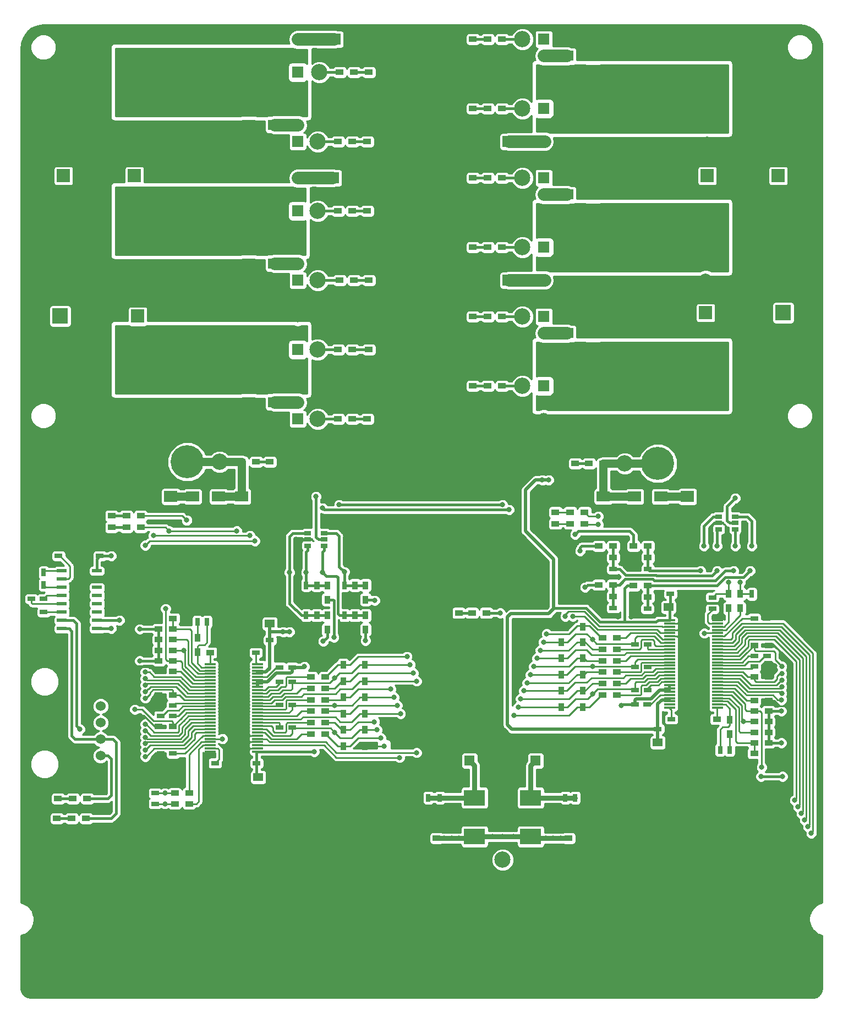
<source format=gbr>
G04 #@! TF.GenerationSoftware,KiCad,Pcbnew,(5.0.0)*
G04 #@! TF.CreationDate,2018-12-17T21:11:44-06:00*
G04 #@! TF.ProjectId,MotorController_Hardware,4D6F746F72436F6E74726F6C6C65725F,rev?*
G04 #@! TF.SameCoordinates,Original*
G04 #@! TF.FileFunction,Copper,L1,Top,Signal*
G04 #@! TF.FilePolarity,Positive*
%FSLAX46Y46*%
G04 Gerber Fmt 4.6, Leading zero omitted, Abs format (unit mm)*
G04 Created by KiCad (PCBNEW (5.0.0)) date 12/17/18 21:11:44*
%MOMM*%
%LPD*%
G01*
G04 APERTURE LIST*
G04 #@! TA.AperFunction,SMDPad,CuDef*
%ADD10R,1.500000X1.250000*%
G04 #@! TD*
G04 #@! TA.AperFunction,SMDPad,CuDef*
%ADD11R,1.200000X0.750000*%
G04 #@! TD*
G04 #@! TA.AperFunction,ComponentPad*
%ADD12C,2.400000*%
G04 #@! TD*
G04 #@! TA.AperFunction,ComponentPad*
%ADD13R,2.400000X2.400000*%
G04 #@! TD*
G04 #@! TA.AperFunction,SMDPad,CuDef*
%ADD14R,2.000000X1.700000*%
G04 #@! TD*
G04 #@! TA.AperFunction,SMDPad,CuDef*
%ADD15R,2.000000X1.600000*%
G04 #@! TD*
G04 #@! TA.AperFunction,ComponentPad*
%ADD16C,2.000000*%
G04 #@! TD*
G04 #@! TA.AperFunction,ComponentPad*
%ADD17R,2.000000X2.000000*%
G04 #@! TD*
G04 #@! TA.AperFunction,SMDPad,CuDef*
%ADD18R,1.200000X0.900000*%
G04 #@! TD*
G04 #@! TA.AperFunction,SMDPad,CuDef*
%ADD19R,1.676400X0.304800*%
G04 #@! TD*
G04 #@! TA.AperFunction,SMDPad,CuDef*
%ADD20R,3.610000X6.350000*%
G04 #@! TD*
G04 #@! TA.AperFunction,ComponentPad*
%ADD21O,1.800000X1.800000*%
G04 #@! TD*
G04 #@! TA.AperFunction,ComponentPad*
%ADD22R,1.800000X1.800000*%
G04 #@! TD*
G04 #@! TA.AperFunction,SMDPad,CuDef*
%ADD23R,0.750000X1.200000*%
G04 #@! TD*
G04 #@! TA.AperFunction,ComponentPad*
%ADD24C,1.524000*%
G04 #@! TD*
G04 #@! TA.AperFunction,ComponentPad*
%ADD25C,5.080000*%
G04 #@! TD*
G04 #@! TA.AperFunction,SMDPad,CuDef*
%ADD26R,0.900000X1.200000*%
G04 #@! TD*
G04 #@! TA.AperFunction,SMDPad,CuDef*
%ADD27R,1.000000X0.700000*%
G04 #@! TD*
G04 #@! TA.AperFunction,SMDPad,CuDef*
%ADD28R,1.500000X0.600000*%
G04 #@! TD*
G04 #@! TA.AperFunction,SMDPad,CuDef*
%ADD29R,3.251200X2.489200*%
G04 #@! TD*
G04 #@! TA.AperFunction,ComponentPad*
%ADD30C,1.600000*%
G04 #@! TD*
G04 #@! TA.AperFunction,ComponentPad*
%ADD31R,1.600000X1.600000*%
G04 #@! TD*
G04 #@! TA.AperFunction,ComponentPad*
%ADD32C,2.499360*%
G04 #@! TD*
G04 #@! TA.AperFunction,ViaPad*
%ADD33C,0.800000*%
G04 #@! TD*
G04 #@! TA.AperFunction,Conductor*
%ADD34C,0.254000*%
G04 #@! TD*
G04 #@! TA.AperFunction,Conductor*
%ADD35C,1.905000*%
G04 #@! TD*
G04 #@! TA.AperFunction,Conductor*
%ADD36C,0.762000*%
G04 #@! TD*
G04 #@! TA.AperFunction,Conductor*
%ADD37C,0.381000*%
G04 #@! TD*
G04 #@! TA.AperFunction,Conductor*
%ADD38C,0.508000*%
G04 #@! TD*
G04 #@! TA.AperFunction,Conductor*
%ADD39C,1.270000*%
G04 #@! TD*
G04 APERTURE END LIST*
D10*
G04 #@! TO.P,C51,2*
G04 #@! TO.N,GND*
X153252300Y-47752000D03*
G04 #@! TO.P,C51,1*
G04 #@! TO.N,PVDD_M2*
X150752300Y-47752000D03*
G04 #@! TD*
G04 #@! TO.P,C55,2*
G04 #@! TO.N,GND*
X151598000Y-68580000D03*
G04 #@! TO.P,C55,1*
G04 #@! TO.N,PVDD_M2*
X149098000Y-68580000D03*
G04 #@! TD*
G04 #@! TO.P,C2,2*
G04 #@! TO.N,GND*
X86908000Y-50292000D03*
G04 #@! TO.P,C2,1*
G04 #@! TO.N,PVDD_M1*
X89408000Y-50292000D03*
G04 #@! TD*
G04 #@! TO.P,C8,2*
G04 #@! TO.N,GND*
X85130000Y-73914000D03*
G04 #@! TO.P,C8,1*
G04 #@! TO.N,PVDD_M1*
X87630000Y-73914000D03*
G04 #@! TD*
D11*
G04 #@! TO.P,C76,2*
G04 #@! TO.N,GND*
X140340000Y-41910000D03*
G04 #@! TO.P,C76,1*
G04 #@! TO.N,BSENSE_M2*
X142240000Y-41910000D03*
G04 #@! TD*
D12*
G04 #@! TO.P,C45,2*
G04 #@! TO.N,GND*
X168402000Y2540000D03*
D13*
G04 #@! TO.P,C45,1*
G04 #@! TO.N,PVDD_M2*
X168402000Y-2460000D03*
G04 #@! TD*
D14*
G04 #@! TO.P,R14,2*
G04 #@! TO.N,GND*
X70168000Y-30734000D03*
G04 #@! TO.P,R14,1*
G04 #@! TO.N,Net-(C16-Pad2)*
X74168000Y-30734000D03*
G04 #@! TD*
G04 #@! TO.P,R78,2*
G04 #@! TO.N,GND*
X157670000Y-30734000D03*
G04 #@! TO.P,R78,1*
G04 #@! TO.N,Net-(C48-Pad2)*
X153670000Y-30734000D03*
G04 #@! TD*
D15*
G04 #@! TO.P,C30,2*
G04 #@! TO.N,GND*
X86170000Y-16256000D03*
G04 #@! TO.P,C30,1*
G04 #@! TO.N,PVDD_M1*
X90170000Y-16256000D03*
G04 #@! TD*
D16*
G04 #@! TO.P,C38,2*
G04 #@! TO.N,GND*
X68580000Y23622000D03*
D17*
G04 #@! TO.P,C38,1*
G04 #@! TO.N,PVDD_M1*
X68580000Y18622000D03*
G04 #@! TD*
G04 #@! TO.P,C37,1*
G04 #@! TO.N,PVDD_M1*
X57658000Y18622000D03*
D16*
G04 #@! TO.P,C37,2*
G04 #@! TO.N,GND*
X57658000Y23622000D03*
G04 #@! TD*
D18*
G04 #@! TO.P,R44,1*
G04 #@! TO.N,EN_GATE_M2*
X163972600Y-53609300D03*
G04 #@! TO.P,R44,2*
G04 #@! TO.N,GND*
X166172600Y-53609300D03*
G04 #@! TD*
G04 #@! TO.P,R53,2*
G04 #@! TO.N,GL_B_M2*
X142797600Y-55984300D03*
G04 #@! TO.P,R53,1*
G04 #@! TO.N,MGL_B_M2*
X140597600Y-55984300D03*
G04 #@! TD*
G04 #@! TO.P,R79,2*
G04 #@! TO.N,PVDDSENSE_M2*
X147574000Y-44450000D03*
G04 #@! TO.P,R79,1*
G04 #@! TO.N,PVDD_M2*
X145374000Y-44450000D03*
G04 #@! TD*
G04 #@! TO.P,R4,1*
G04 #@! TO.N,+3V3*
X72300000Y-51125000D03*
G04 #@! TO.P,R4,2*
G04 #@! TO.N,Net-(R4-Pad2)*
X74500000Y-51125000D03*
G04 #@! TD*
G04 #@! TO.P,R5,1*
G04 #@! TO.N,Net-(R4-Pad2)*
X74500000Y-49500000D03*
G04 #@! TO.P,R5,2*
G04 #@! TO.N,GND*
X72300000Y-49500000D03*
G04 #@! TD*
G04 #@! TO.P,R19,1*
G04 #@! TO.N,Net-(R19-Pad1)*
X74500000Y-57625000D03*
G04 #@! TO.P,R19,2*
G04 #@! TO.N,GND*
X72300000Y-57625000D03*
G04 #@! TD*
G04 #@! TO.P,R2,1*
G04 #@! TO.N,+3V3*
X72300000Y-54375000D03*
G04 #@! TO.P,R2,2*
G04 #@! TO.N,NOCTW_M1*
X74500000Y-54375000D03*
G04 #@! TD*
G04 #@! TO.P,R1,1*
G04 #@! TO.N,+3V3*
X72300000Y-56000000D03*
G04 #@! TO.P,R1,2*
G04 #@! TO.N,NFAULT_M1*
X74500000Y-56000000D03*
G04 #@! TD*
G04 #@! TO.P,R3,1*
G04 #@! TO.N,+3V3*
X72300000Y-52750000D03*
G04 #@! TO.P,R3,2*
G04 #@! TO.N,PWRGD_M1*
X74500000Y-52750000D03*
G04 #@! TD*
D19*
G04 #@! TO.P,U1,1*
G04 #@! TO.N,Net-(R18-Pad1)*
X80204700Y-56500014D03*
G04 #@! TO.P,U1,2*
G04 #@! TO.N,Net-(C23-Pad2)*
X80204700Y-57000012D03*
G04 #@! TO.P,U1,3*
G04 #@! TO.N,Net-(R4-Pad2)*
X80204700Y-57500012D03*
G04 #@! TO.P,U1,4*
G04 #@! TO.N,PWRGD_M1*
X80204700Y-58000010D03*
G04 #@! TO.P,U1,5*
G04 #@! TO.N,NOCTW_M1*
X80204700Y-58500010D03*
G04 #@! TO.P,U1,6*
G04 #@! TO.N,NFAULT_M1*
X80204700Y-59000009D03*
G04 #@! TO.P,U1,7*
G04 #@! TO.N,Net-(R19-Pad1)*
X80204700Y-59500008D03*
G04 #@! TO.P,U1,8*
G04 #@! TO.N,NSCS_M1*
X80204700Y-60000006D03*
G04 #@! TO.P,U1,9*
G04 #@! TO.N,SDI_M1*
X80204700Y-60500006D03*
G04 #@! TO.P,U1,10*
G04 #@! TO.N,SDO_M1*
X80204700Y-61000004D03*
G04 #@! TO.P,U1,11*
G04 #@! TO.N,SCLK_M1*
X80204700Y-61500004D03*
G04 #@! TO.P,U1,12*
G04 #@! TO.N,DC_CAL_M1*
X80204700Y-62000003D03*
G04 #@! TO.P,U1,13*
G04 #@! TO.N,Net-(C25-Pad2)*
X80204700Y-62500002D03*
G04 #@! TO.P,U1,14*
G04 #@! TO.N,Net-(C17-Pad1)*
X80204700Y-63000000D03*
G04 #@! TO.P,U1,15*
G04 #@! TO.N,Net-(C17-Pad2)*
X80204700Y-63500000D03*
G04 #@! TO.P,U1,16*
G04 #@! TO.N,EN_GATE_M1*
X80204700Y-63999998D03*
G04 #@! TO.P,U1,17*
G04 #@! TO.N,INH_A_M1*
X80204700Y-64499997D03*
G04 #@! TO.P,U1,18*
G04 #@! TO.N,INL_A_M1*
X80204700Y-64999996D03*
G04 #@! TO.P,U1,19*
G04 #@! TO.N,INH_B_M1*
X80204700Y-65499996D03*
G04 #@! TO.P,U1,20*
G04 #@! TO.N,INL_B_M1*
X80204700Y-65999994D03*
G04 #@! TO.P,U1,21*
G04 #@! TO.N,INH_C_M1*
X80204700Y-66499994D03*
G04 #@! TO.P,U1,22*
G04 #@! TO.N,INL_C_M1*
X80204700Y-66999992D03*
G04 #@! TO.P,U1,23*
G04 #@! TO.N,Net-(C26-Pad2)*
X80204700Y-67499991D03*
G04 #@! TO.P,U1,24*
G04 #@! TO.N,+3V3*
X80204700Y-67999990D03*
G04 #@! TO.P,U1,25*
G04 #@! TO.N,Net-(R11-Pad2)*
X80204700Y-68499990D03*
G04 #@! TO.P,U1,26*
G04 #@! TO.N,Net-(R12-Pad1)*
X80204700Y-68999988D03*
G04 #@! TO.P,U1,27*
G04 #@! TO.N,Net-(C27-Pad2)*
X80204700Y-69499988D03*
G04 #@! TO.P,U1,28*
G04 #@! TO.N,GND*
X80204700Y-69999986D03*
G04 #@! TO.P,U1,29*
G04 #@! TO.N,PVDD_M1*
X87545300Y-69999986D03*
G04 #@! TO.P,U1,30*
G04 #@! TO.N,GND*
X87545300Y-69499988D03*
G04 #@! TO.P,U1,31*
G04 #@! TO.N,SL_B_M1*
X87545300Y-68999988D03*
G04 #@! TO.P,U1,32*
G04 #@! TO.N,GND*
X87545300Y-68499990D03*
G04 #@! TO.P,U1,33*
G04 #@! TO.N,SL_A_M1*
X87545300Y-67999990D03*
G04 #@! TO.P,U1,34*
G04 #@! TO.N,GND*
X87545300Y-67499991D03*
G04 #@! TO.P,U1,35*
G04 #@! TO.N,GL_C_M1*
X87545300Y-66999992D03*
G04 #@! TO.P,U1,36*
G04 #@! TO.N,SH_C_M1*
X87545300Y-66499994D03*
G04 #@! TO.P,U1,37*
G04 #@! TO.N,GH_C_M1*
X87545300Y-65999994D03*
G04 #@! TO.P,U1,38*
G04 #@! TO.N,Net-(C20-Pad1)*
X87545300Y-65499996D03*
G04 #@! TO.P,U1,39*
G04 #@! TO.N,SL_B_M1*
X87545300Y-64999996D03*
G04 #@! TO.P,U1,40*
G04 #@! TO.N,GL_B_M1*
X87545300Y-64499997D03*
G04 #@! TO.P,U1,41*
G04 #@! TO.N,SH_B_M1*
X87545300Y-63999998D03*
G04 #@! TO.P,U1,42*
G04 #@! TO.N,GH_B_M1*
X87545300Y-63500000D03*
G04 #@! TO.P,U1,43*
G04 #@! TO.N,Net-(C19-Pad1)*
X87545300Y-63000000D03*
G04 #@! TO.P,U1,44*
G04 #@! TO.N,SL_A_M1*
X87545300Y-62500002D03*
G04 #@! TO.P,U1,45*
G04 #@! TO.N,GL_A_M1*
X87545300Y-62000003D03*
G04 #@! TO.P,U1,46*
G04 #@! TO.N,SH_A_M1*
X87545300Y-61500004D03*
G04 #@! TO.P,U1,47*
G04 #@! TO.N,GH_A_M1*
X87545300Y-61000004D03*
G04 #@! TO.P,U1,48*
G04 #@! TO.N,Net-(C18-Pad1)*
X87545300Y-60500006D03*
G04 #@! TO.P,U1,49*
G04 #@! TO.N,+3V3*
X87545300Y-60000006D03*
G04 #@! TO.P,U1,50*
X87545300Y-59500008D03*
G04 #@! TO.P,U1,51*
X87545300Y-59000009D03*
G04 #@! TO.P,U1,52*
G04 #@! TO.N,Net-(C13-Pad2)*
X87545300Y-58500010D03*
G04 #@! TO.P,U1,53*
G04 #@! TO.N,PVDD_M1*
X87545300Y-58000010D03*
G04 #@! TO.P,U1,54*
X87545300Y-57500012D03*
G04 #@! TO.P,U1,55*
G04 #@! TO.N,N/C*
X87545300Y-57000012D03*
G04 #@! TO.P,U1,56*
G04 #@! TO.N,Net-(C22-Pad2)*
X87545300Y-56500014D03*
D20*
G04 #@! TO.P,U1,57*
G04 #@! TO.N,GND*
X83875000Y-63250000D03*
G04 #@! TD*
D21*
G04 #@! TO.P,Q6,3*
G04 #@! TO.N,SH_B_M1*
X93726000Y7620000D03*
G04 #@! TO.P,Q6,2*
G04 #@! TO.N,PVDD_M1*
X93726000Y5080000D03*
D22*
G04 #@! TO.P,Q6,1*
G04 #@! TO.N,MGH_B_M1*
X93726000Y2540000D03*
G04 #@! TD*
G04 #@! TO.P,Q14,1*
G04 #@! TO.N,MGH_B_M2*
X131572000Y18288000D03*
D21*
G04 #@! TO.P,Q14,2*
G04 #@! TO.N,PVDD_M2*
X131572000Y15748000D03*
G04 #@! TO.P,Q14,3*
G04 #@! TO.N,SH_B_M2*
X131572000Y13208000D03*
G04 #@! TD*
D22*
G04 #@! TO.P,Q7,1*
G04 #@! TO.N,MGL_B_M1*
X93726000Y13208000D03*
D21*
G04 #@! TO.P,Q7,2*
G04 #@! TO.N,SH_B_M1*
X93726000Y15748000D03*
G04 #@! TO.P,Q7,3*
G04 #@! TO.N,SL_B_M1*
X93726000Y18288000D03*
G04 #@! TD*
G04 #@! TO.P,Q8,3*
G04 #@! TO.N,SH_C_M1*
X93726000Y-13716000D03*
G04 #@! TO.P,Q8,2*
G04 #@! TO.N,PVDD_M1*
X93726000Y-16256000D03*
D22*
G04 #@! TO.P,Q8,1*
G04 #@! TO.N,MGH_C_M1*
X93726000Y-18796000D03*
G04 #@! TD*
D21*
G04 #@! TO.P,Q12,3*
G04 #@! TO.N,SH_A_M2*
X131572000Y34544000D03*
G04 #@! TO.P,Q12,2*
G04 #@! TO.N,PVDD_M2*
X131572000Y37084000D03*
D22*
G04 #@! TO.P,Q12,1*
G04 #@! TO.N,MGH_A_M2*
X131572000Y39624000D03*
G04 #@! TD*
G04 #@! TO.P,Q9,1*
G04 #@! TO.N,MGL_C_M1*
X93726000Y-8128000D03*
D21*
G04 #@! TO.P,Q9,2*
G04 #@! TO.N,SH_C_M1*
X93726000Y-5588000D03*
G04 #@! TO.P,Q9,3*
G04 #@! TO.N,GND*
X93726000Y-3048000D03*
G04 #@! TD*
G04 #@! TO.P,Q5,3*
G04 #@! TO.N,SL_A_M1*
X93726000Y39624000D03*
G04 #@! TO.P,Q5,2*
G04 #@! TO.N,SH_A_M1*
X93726000Y37084000D03*
D22*
G04 #@! TO.P,Q5,1*
G04 #@! TO.N,MGL_A_M1*
X93726000Y34544000D03*
G04 #@! TD*
G04 #@! TO.P,Q4,1*
G04 #@! TO.N,MGH_A_M1*
X93726000Y23876000D03*
D21*
G04 #@! TO.P,Q4,2*
G04 #@! TO.N,PVDD_M1*
X93726000Y26416000D03*
G04 #@! TO.P,Q4,3*
G04 #@! TO.N,SH_A_M1*
X93726000Y28956000D03*
G04 #@! TD*
G04 #@! TO.P,Q13,3*
G04 #@! TO.N,SL_A_M2*
X131572000Y23876000D03*
G04 #@! TO.P,Q13,2*
G04 #@! TO.N,SH_A_M2*
X131572000Y26416000D03*
D22*
G04 #@! TO.P,Q13,1*
G04 #@! TO.N,MGL_A_M2*
X131572000Y28956000D03*
G04 #@! TD*
G04 #@! TO.P,Q15,1*
G04 #@! TO.N,MGL_B_M2*
X131572000Y7620000D03*
D21*
G04 #@! TO.P,Q15,2*
G04 #@! TO.N,SH_B_M2*
X131572000Y5080000D03*
G04 #@! TO.P,Q15,3*
G04 #@! TO.N,SL_B_M2*
X131572000Y2540000D03*
G04 #@! TD*
G04 #@! TO.P,Q16,3*
G04 #@! TO.N,SH_C_M2*
X131572000Y-8128000D03*
G04 #@! TO.P,Q16,2*
G04 #@! TO.N,PVDD_M2*
X131572000Y-5588000D03*
D22*
G04 #@! TO.P,Q16,1*
G04 #@! TO.N,MGH_C_M2*
X131572000Y-3048000D03*
G04 #@! TD*
G04 #@! TO.P,Q17,1*
G04 #@! TO.N,MGL_C_M2*
X131572000Y-13716000D03*
D21*
G04 #@! TO.P,Q17,2*
G04 #@! TO.N,SH_C_M2*
X131572000Y-16256000D03*
G04 #@! TO.P,Q17,3*
G04 #@! TO.N,GND*
X131572000Y-18796000D03*
G04 #@! TD*
D16*
G04 #@! TO.P,C36,2*
G04 #@! TO.N,GND*
X69088000Y2032000D03*
D17*
G04 #@! TO.P,C36,1*
G04 #@! TO.N,PVDD_M1*
X69088000Y-2968000D03*
G04 #@! TD*
G04 #@! TO.P,C5,1*
G04 #@! TO.N,PVDD_M2*
X156718000Y18622000D03*
D16*
G04 #@! TO.P,C5,2*
G04 #@! TO.N,GND*
X156718000Y23622000D03*
G04 #@! TD*
D17*
G04 #@! TO.P,C39,1*
G04 #@! TO.N,PVDD_M2*
X156464000Y-2460000D03*
D16*
G04 #@! TO.P,C39,2*
G04 #@! TO.N,GND*
X156464000Y2540000D03*
G04 #@! TD*
G04 #@! TO.P,C7,2*
G04 #@! TO.N,GND*
X167640000Y23622000D03*
D17*
G04 #@! TO.P,C7,1*
G04 #@! TO.N,PVDD_M2*
X167640000Y18622000D03*
G04 #@! TD*
D23*
G04 #@! TO.P,C1,1*
G04 #@! TO.N,Net-(C1-Pad1)*
X113792000Y-77084000D03*
G04 #@! TO.P,C1,2*
G04 #@! TO.N,GND*
X113792000Y-75184000D03*
G04 #@! TD*
G04 #@! TO.P,C3,1*
G04 #@! TO.N,Net-(C1-Pad1)*
X115570000Y-77084000D03*
G04 #@! TO.P,C3,2*
G04 #@! TO.N,GND*
X115570000Y-75184000D03*
G04 #@! TD*
D11*
G04 #@! TO.P,C4,1*
G04 #@! TO.N,PVDD_M1*
X89408000Y-52832000D03*
G04 #@! TO.P,C4,2*
G04 #@! TO.N,GND*
X87508000Y-52832000D03*
G04 #@! TD*
D12*
G04 #@! TO.P,C9,2*
G04 #@! TO.N,GND*
X57150000Y2032000D03*
D13*
G04 #@! TO.P,C9,1*
G04 #@! TO.N,PVDD_M1*
X57150000Y-2968000D03*
G04 #@! TD*
D11*
G04 #@! TO.P,C10,1*
G04 #@! TO.N,PVDD_M1*
X87375000Y-71750000D03*
G04 #@! TO.P,C10,2*
G04 #@! TO.N,GND*
X85475000Y-71750000D03*
G04 #@! TD*
G04 #@! TO.P,C12,2*
G04 #@! TO.N,GND*
X69850000Y-78000000D03*
G04 #@! TO.P,C12,1*
G04 #@! TO.N,SO2_M1*
X71750000Y-78000000D03*
G04 #@! TD*
G04 #@! TO.P,C13,2*
G04 #@! TO.N,Net-(C13-Pad2)*
X90925000Y-57000000D03*
G04 #@! TO.P,C13,1*
G04 #@! TO.N,+3V3*
X92825000Y-57000000D03*
G04 #@! TD*
G04 #@! TO.P,C14,1*
G04 #@! TO.N,SO1_M1*
X71750000Y-76375000D03*
G04 #@! TO.P,C14,2*
G04 #@! TO.N,GND*
X69850000Y-76375000D03*
G04 #@! TD*
G04 #@! TO.P,C17,1*
G04 #@! TO.N,Net-(C17-Pad1)*
X72600000Y-64500000D03*
G04 #@! TO.P,C17,2*
G04 #@! TO.N,Net-(C17-Pad2)*
X74500000Y-64500000D03*
G04 #@! TD*
G04 #@! TO.P,C18,1*
G04 #@! TO.N,Net-(C18-Pad1)*
X90925000Y-59250000D03*
G04 #@! TO.P,C18,2*
G04 #@! TO.N,SH_A_M1*
X92825000Y-59250000D03*
G04 #@! TD*
G04 #@! TO.P,C19,2*
G04 #@! TO.N,SH_B_M1*
X92825000Y-62750000D03*
G04 #@! TO.P,C19,1*
G04 #@! TO.N,Net-(C19-Pad1)*
X90925000Y-62750000D03*
G04 #@! TD*
G04 #@! TO.P,C20,1*
G04 #@! TO.N,Net-(C20-Pad1)*
X90925000Y-66250000D03*
G04 #@! TO.P,C20,2*
G04 #@! TO.N,SH_C_M1*
X92825000Y-66250000D03*
G04 #@! TD*
D23*
G04 #@! TO.P,C21,2*
G04 #@! TO.N,GND*
X100875000Y-46275000D03*
G04 #@! TO.P,C21,1*
G04 #@! TO.N,PVDDSENSE_M1*
X100875000Y-44375000D03*
G04 #@! TD*
D11*
G04 #@! TO.P,C22,2*
G04 #@! TO.N,Net-(C22-Pad2)*
X87250000Y-54750000D03*
G04 #@! TO.P,C22,1*
G04 #@! TO.N,GND*
X85350000Y-54750000D03*
G04 #@! TD*
D23*
G04 #@! TO.P,C23,1*
G04 #@! TO.N,GND*
X79750000Y-48100000D03*
G04 #@! TO.P,C23,2*
G04 #@! TO.N,Net-(C23-Pad2)*
X79750000Y-50000000D03*
G04 #@! TD*
G04 #@! TO.P,C24,1*
G04 #@! TO.N,GND*
X78250000Y-48100000D03*
G04 #@! TO.P,C24,2*
G04 #@! TO.N,Net-(C24-Pad2)*
X78250000Y-50000000D03*
G04 #@! TD*
D11*
G04 #@! TO.P,C25,2*
G04 #@! TO.N,Net-(C25-Pad2)*
X74500000Y-62875000D03*
G04 #@! TO.P,C25,1*
G04 #@! TO.N,GND*
X72600000Y-62875000D03*
G04 #@! TD*
G04 #@! TO.P,C26,2*
G04 #@! TO.N,Net-(C26-Pad2)*
X74500000Y-70250000D03*
G04 #@! TO.P,C26,1*
G04 #@! TO.N,GND*
X72600000Y-70250000D03*
G04 #@! TD*
G04 #@! TO.P,C27,2*
G04 #@! TO.N,Net-(C27-Pad2)*
X80975000Y-71750000D03*
G04 #@! TO.P,C27,1*
G04 #@! TO.N,GND*
X82875000Y-71750000D03*
G04 #@! TD*
D23*
G04 #@! TO.P,C28,1*
G04 #@! TO.N,SL_A_M1*
X96332000Y39624000D03*
G04 #@! TO.P,C28,2*
G04 #@! TO.N,GND*
X96332000Y37724000D03*
G04 #@! TD*
G04 #@! TO.P,C29,1*
G04 #@! TO.N,SL_B_M1*
X96266000Y18288000D03*
G04 #@! TO.P,C29,2*
G04 #@! TO.N,GND*
X96266000Y16388000D03*
G04 #@! TD*
G04 #@! TO.P,C33,2*
G04 #@! TO.N,GND*
X100875000Y-50900000D03*
G04 #@! TO.P,C33,1*
G04 #@! TO.N,ASENSE_M1*
X100875000Y-49000000D03*
G04 #@! TD*
G04 #@! TO.P,C34,1*
G04 #@! TO.N,BSENSE_M1*
X95000000Y-44375000D03*
G04 #@! TO.P,C34,2*
G04 #@! TO.N,GND*
X95000000Y-46275000D03*
G04 #@! TD*
G04 #@! TO.P,C35,1*
G04 #@! TO.N,CSENSE_M1*
X95000000Y-49000000D03*
G04 #@! TO.P,C35,2*
G04 #@! TO.N,GND*
X95000000Y-50900000D03*
G04 #@! TD*
D11*
G04 #@! TO.P,C40,2*
G04 #@! TO.N,Net-(C40-Pad2)*
X56896000Y-39878000D03*
G04 #@! TO.P,C40,1*
G04 #@! TO.N,GND*
X58796000Y-39878000D03*
G04 #@! TD*
G04 #@! TO.P,C41,1*
G04 #@! TO.N,Net-(C41-Pad1)*
X54610000Y-48514000D03*
G04 #@! TO.P,C41,2*
G04 #@! TO.N,GND*
X52710000Y-48514000D03*
G04 #@! TD*
G04 #@! TO.P,C42,2*
G04 #@! TO.N,+3V3*
X63246000Y-39878000D03*
G04 #@! TO.P,C42,1*
G04 #@! TO.N,GND*
X61346000Y-39878000D03*
G04 #@! TD*
G04 #@! TO.P,C43,1*
G04 #@! TO.N,Net-(C43-Pad1)*
X54610000Y-46482000D03*
G04 #@! TO.P,C43,2*
G04 #@! TO.N,Net-(C43-Pad2)*
X52710000Y-46482000D03*
G04 #@! TD*
D23*
G04 #@! TO.P,C44,2*
G04 #@! TO.N,Net-(C44-Pad2)*
X54610000Y-44318000D03*
G04 #@! TO.P,C44,1*
G04 #@! TO.N,Net-(C44-Pad1)*
X54610000Y-42418000D03*
G04 #@! TD*
D11*
G04 #@! TO.P,C49,2*
G04 #@! TO.N,GND*
X145608000Y-48006000D03*
G04 #@! TO.P,C49,1*
G04 #@! TO.N,PVDDSENSE_M2*
X147508000Y-48006000D03*
G04 #@! TD*
D23*
G04 #@! TO.P,C50,2*
G04 #@! TO.N,GND*
X134874000Y-75184000D03*
G04 #@! TO.P,C50,1*
G04 #@! TO.N,Net-(C50-Pad1)*
X134874000Y-77084000D03*
G04 #@! TD*
G04 #@! TO.P,C52,2*
G04 #@! TO.N,GND*
X136398000Y-75184000D03*
G04 #@! TO.P,C52,1*
G04 #@! TO.N,Net-(C50-Pad1)*
X136398000Y-77084000D03*
G04 #@! TD*
D11*
G04 #@! TO.P,C53,1*
G04 #@! TO.N,PVDD_M2*
X151052300Y-45720000D03*
G04 #@! TO.P,C53,2*
G04 #@! TO.N,GND*
X152952300Y-45720000D03*
G04 #@! TD*
G04 #@! TO.P,C56,1*
G04 #@! TO.N,PVDD_M2*
X149097600Y-66484300D03*
G04 #@! TO.P,C56,2*
G04 #@! TO.N,GND*
X150997600Y-66484300D03*
G04 #@! TD*
G04 #@! TO.P,C57,1*
G04 #@! TO.N,SO2_M2*
X157500000Y-46250000D03*
G04 #@! TO.P,C57,2*
G04 #@! TO.N,GND*
X155600000Y-46250000D03*
G04 #@! TD*
G04 #@! TO.P,C58,1*
G04 #@! TO.N,+3V3*
X145572600Y-62734300D03*
G04 #@! TO.P,C58,2*
G04 #@! TO.N,Net-(C58-Pad2)*
X147472600Y-62734300D03*
G04 #@! TD*
D23*
G04 #@! TO.P,C59,2*
G04 #@! TO.N,GND*
X163576000Y-47620000D03*
G04 #@! TO.P,C59,1*
G04 #@! TO.N,SO1_M2*
X163576000Y-45720000D03*
G04 #@! TD*
D11*
G04 #@! TO.P,C60,1*
G04 #@! TO.N,Net-(C60-Pad1)*
X165872600Y-55234300D03*
G04 #@! TO.P,C60,2*
G04 #@! TO.N,Net-(C60-Pad2)*
X163972600Y-55234300D03*
G04 #@! TD*
G04 #@! TO.P,C61,1*
G04 #@! TO.N,Net-(C61-Pad1)*
X147497600Y-60484300D03*
G04 #@! TO.P,C61,2*
G04 #@! TO.N,SH_A_M2*
X145597600Y-60484300D03*
G04 #@! TD*
G04 #@! TO.P,C62,2*
G04 #@! TO.N,SH_B_M2*
X145597600Y-56984300D03*
G04 #@! TO.P,C62,1*
G04 #@! TO.N,Net-(C62-Pad1)*
X147497600Y-56984300D03*
G04 #@! TD*
G04 #@! TO.P,C63,1*
G04 #@! TO.N,Net-(C63-Pad1)*
X147502300Y-53484286D03*
G04 #@! TO.P,C63,2*
G04 #@! TO.N,SH_C_M2*
X145602300Y-53484286D03*
G04 #@! TD*
G04 #@! TO.P,C64,2*
G04 #@! TO.N,Net-(C64-Pad2)*
X151177300Y-64984286D03*
G04 #@! TO.P,C64,1*
G04 #@! TO.N,GND*
X153077300Y-64984286D03*
G04 #@! TD*
D23*
G04 #@! TO.P,C65,2*
G04 #@! TO.N,GND*
X158677300Y-71634286D03*
G04 #@! TO.P,C65,1*
G04 #@! TO.N,Net-(C65-Pad1)*
X158677300Y-69734286D03*
G04 #@! TD*
G04 #@! TO.P,C66,1*
G04 #@! TO.N,Net-(C66-Pad1)*
X160177300Y-69734286D03*
G04 #@! TO.P,C66,2*
G04 #@! TO.N,GND*
X160177300Y-71634286D03*
G04 #@! TD*
D11*
G04 #@! TO.P,C67,1*
G04 #@! TO.N,GND*
X165872600Y-56859300D03*
G04 #@! TO.P,C67,2*
G04 #@! TO.N,Net-(C67-Pad2)*
X163972600Y-56859300D03*
G04 #@! TD*
G04 #@! TO.P,C68,2*
G04 #@! TO.N,Net-(C68-Pad2)*
X163927300Y-49484286D03*
G04 #@! TO.P,C68,1*
G04 #@! TO.N,GND*
X165827300Y-49484286D03*
G04 #@! TD*
G04 #@! TO.P,C69,1*
G04 #@! TO.N,GND*
X155600000Y-48000000D03*
G04 #@! TO.P,C69,2*
G04 #@! TO.N,Net-(C69-Pad2)*
X157500000Y-48000000D03*
G04 #@! TD*
D23*
G04 #@! TO.P,C70,2*
G04 #@! TO.N,GND*
X129032000Y25776000D03*
G04 #@! TO.P,C70,1*
G04 #@! TO.N,SL_A_M2*
X129032000Y23876000D03*
G04 #@! TD*
G04 #@! TO.P,C71,1*
G04 #@! TO.N,SL_B_M2*
X129032000Y2540000D03*
G04 #@! TO.P,C71,2*
G04 #@! TO.N,GND*
X129032000Y4440000D03*
G04 #@! TD*
D11*
G04 #@! TO.P,C75,1*
G04 #@! TO.N,ASENSE_M2*
X142240000Y-47879000D03*
G04 #@! TO.P,C75,2*
G04 #@! TO.N,GND*
X140340000Y-47879000D03*
G04 #@! TD*
G04 #@! TO.P,C77,1*
G04 #@! TO.N,CSENSE_M2*
X147574000Y-41910000D03*
G04 #@! TO.P,C77,2*
G04 #@! TO.N,GND*
X145674000Y-41910000D03*
G04 #@! TD*
D24*
G04 #@! TO.P,Conn1,1*
G04 #@! TO.N,SL_TX*
X63373000Y-70612000D03*
G04 #@! TO.P,Conn1,2*
G04 #@! TO.N,SL_RX*
X63373000Y-68072000D03*
G04 #@! TO.P,Conn1,3*
G04 #@! TO.N,N/C*
X63373000Y-65532000D03*
G04 #@! TO.P,Conn1,4*
X63373000Y-62992000D03*
G04 #@! TO.P,Conn1,5*
G04 #@! TO.N,GND*
X63373000Y-60452000D03*
G04 #@! TD*
D25*
G04 #@! TO.P,Conn4,1*
G04 #@! TO.N,SH_A_M1*
X68834000Y31750000D03*
G04 #@! TD*
G04 #@! TO.P,Conn5,1*
G04 #@! TO.N,SH_B_M1*
X68834000Y10414000D03*
G04 #@! TD*
G04 #@! TO.P,Conn6,1*
G04 #@! TO.N,SH_C_M1*
X68834000Y-10922000D03*
G04 #@! TD*
G04 #@! TO.P,Conn9,1*
G04 #@! TO.N,SH_A_M2*
X156718000Y31750000D03*
G04 #@! TD*
G04 #@! TO.P,Conn10,1*
G04 #@! TO.N,SH_B_M2*
X156718000Y10414000D03*
G04 #@! TD*
G04 #@! TO.P,Conn11,1*
G04 #@! TO.N,SH_C_M2*
X156718000Y-10922000D03*
G04 #@! TD*
D18*
G04 #@! TO.P,D1,1*
G04 #@! TO.N,+3V3*
X135382000Y-83312000D03*
G04 #@! TO.P,D1,2*
G04 #@! TO.N,GND*
X135382000Y-80012000D03*
G04 #@! TD*
D26*
G04 #@! TO.P,D7,2*
G04 #@! TO.N,SH_A_M1*
X104000000Y-56625000D03*
G04 #@! TO.P,D7,1*
G04 #@! TO.N,MGH_A_M1*
X100700000Y-56625000D03*
G04 #@! TD*
G04 #@! TO.P,D8,2*
G04 #@! TO.N,SL_A_M1*
X104000000Y-59125000D03*
G04 #@! TO.P,D8,1*
G04 #@! TO.N,MGL_A_M1*
X100700000Y-59125000D03*
G04 #@! TD*
G04 #@! TO.P,D9,2*
G04 #@! TO.N,SH_B_M1*
X104000000Y-61625000D03*
G04 #@! TO.P,D9,1*
G04 #@! TO.N,MGH_B_M1*
X100700000Y-61625000D03*
G04 #@! TD*
G04 #@! TO.P,D10,2*
G04 #@! TO.N,SL_B_M1*
X104000000Y-64125000D03*
G04 #@! TO.P,D10,1*
G04 #@! TO.N,MGL_B_M1*
X100700000Y-64125000D03*
G04 #@! TD*
G04 #@! TO.P,D11,2*
G04 #@! TO.N,SH_C_M1*
X104000000Y-66625000D03*
G04 #@! TO.P,D11,1*
G04 #@! TO.N,MGH_C_M1*
X100700000Y-66625000D03*
G04 #@! TD*
G04 #@! TO.P,D12,1*
G04 #@! TO.N,MGL_C_M1*
X100700000Y-69125000D03*
G04 #@! TO.P,D12,2*
G04 #@! TO.N,GND*
X104000000Y-69125000D03*
G04 #@! TD*
D18*
G04 #@! TO.P,D15,2*
G04 #@! TO.N,GND*
X115062000Y-80012000D03*
G04 #@! TO.P,D15,1*
G04 #@! TO.N,+3V3*
X115062000Y-83312000D03*
G04 #@! TD*
D26*
G04 #@! TO.P,D16,2*
G04 #@! TO.N,SH_A_M2*
X134222600Y-63109300D03*
G04 #@! TO.P,D16,1*
G04 #@! TO.N,MGH_A_M2*
X137522600Y-63109300D03*
G04 #@! TD*
G04 #@! TO.P,D17,1*
G04 #@! TO.N,MGL_A_M2*
X137522600Y-60609300D03*
G04 #@! TO.P,D17,2*
G04 #@! TO.N,SL_A_M2*
X134222600Y-60609300D03*
G04 #@! TD*
G04 #@! TO.P,D18,2*
G04 #@! TO.N,SH_B_M2*
X134222600Y-58109300D03*
G04 #@! TO.P,D18,1*
G04 #@! TO.N,MGH_B_M2*
X137522600Y-58109300D03*
G04 #@! TD*
G04 #@! TO.P,D19,2*
G04 #@! TO.N,SL_B_M2*
X134222600Y-55609300D03*
G04 #@! TO.P,D19,1*
G04 #@! TO.N,MGL_B_M2*
X137522600Y-55609300D03*
G04 #@! TD*
G04 #@! TO.P,D20,2*
G04 #@! TO.N,SH_C_M2*
X134222600Y-53109300D03*
G04 #@! TO.P,D20,1*
G04 #@! TO.N,MGH_C_M2*
X137522600Y-53109300D03*
G04 #@! TD*
G04 #@! TO.P,D21,1*
G04 #@! TO.N,MGL_C_M2*
X137522600Y-50734300D03*
G04 #@! TO.P,D21,2*
G04 #@! TO.N,GND*
X134222600Y-50734300D03*
G04 #@! TD*
D18*
G04 #@! TO.P,R6,2*
G04 #@! TO.N,GND*
X72300000Y-61250000D03*
G04 #@! TO.P,R6,1*
G04 #@! TO.N,DC_CAL_M1*
X74500000Y-61250000D03*
G04 #@! TD*
G04 #@! TO.P,R8,2*
G04 #@! TO.N,GND*
X72300000Y-66125000D03*
G04 #@! TO.P,R8,1*
G04 #@! TO.N,EN_GATE_M1*
X74500000Y-66125000D03*
G04 #@! TD*
G04 #@! TO.P,R11,1*
G04 #@! TO.N,SO1_M1*
X74800000Y-76375000D03*
G04 #@! TO.P,R11,2*
G04 #@! TO.N,Net-(R11-Pad2)*
X77000000Y-76375000D03*
G04 #@! TD*
G04 #@! TO.P,R12,1*
G04 #@! TO.N,Net-(R12-Pad1)*
X77000000Y-78000000D03*
G04 #@! TO.P,R12,2*
G04 #@! TO.N,SO2_M1*
X74800000Y-78000000D03*
G04 #@! TD*
D26*
G04 #@! TO.P,R15,1*
G04 #@! TO.N,PVDD_M1*
X104125000Y-46575000D03*
G04 #@! TO.P,R15,2*
G04 #@! TO.N,PVDDSENSE_M1*
X104125000Y-44375000D03*
G04 #@! TD*
G04 #@! TO.P,R16,1*
G04 #@! TO.N,PVDDSENSE_M1*
X102500000Y-44375000D03*
G04 #@! TO.P,R16,2*
G04 #@! TO.N,GND*
X102500000Y-46575000D03*
G04 #@! TD*
D18*
G04 #@! TO.P,R18,2*
G04 #@! TO.N,GND*
X82450000Y-54750000D03*
G04 #@! TO.P,R18,1*
G04 #@! TO.N,Net-(R18-Pad1)*
X80250000Y-54750000D03*
G04 #@! TD*
D26*
G04 #@! TO.P,R20,2*
G04 #@! TO.N,Net-(C23-Pad2)*
X78250000Y-54625000D03*
G04 #@! TO.P,R20,1*
G04 #@! TO.N,Net-(C24-Pad2)*
X78250000Y-52425000D03*
G04 #@! TD*
D18*
G04 #@! TO.P,R22,1*
G04 #@! TO.N,MGH_A_M1*
X97950000Y-58500000D03*
G04 #@! TO.P,R22,2*
G04 #@! TO.N,GH_A_M1*
X95750000Y-58500000D03*
G04 #@! TD*
G04 #@! TO.P,R23,2*
G04 #@! TO.N,GL_A_M1*
X95750000Y-60250000D03*
G04 #@! TO.P,R23,1*
G04 #@! TO.N,MGL_A_M1*
X97950000Y-60250000D03*
G04 #@! TD*
G04 #@! TO.P,R24,1*
G04 #@! TO.N,MGH_B_M1*
X97950000Y-62000000D03*
G04 #@! TO.P,R24,2*
G04 #@! TO.N,GH_B_M1*
X95750000Y-62000000D03*
G04 #@! TD*
G04 #@! TO.P,R25,1*
G04 #@! TO.N,MGL_B_M1*
X97950000Y-63750000D03*
G04 #@! TO.P,R25,2*
G04 #@! TO.N,GL_B_M1*
X95750000Y-63750000D03*
G04 #@! TD*
G04 #@! TO.P,R26,2*
G04 #@! TO.N,GH_C_M1*
X95750000Y-65500000D03*
G04 #@! TO.P,R26,1*
G04 #@! TO.N,MGH_C_M1*
X97950000Y-65500000D03*
G04 #@! TD*
G04 #@! TO.P,R27,1*
G04 #@! TO.N,MGL_C_M1*
X97950000Y-67250000D03*
G04 #@! TO.P,R27,2*
G04 #@! TO.N,GL_C_M1*
X95750000Y-67250000D03*
G04 #@! TD*
D26*
G04 #@! TO.P,R30,1*
G04 #@! TO.N,SH_A_M1*
X104125000Y-51200000D03*
G04 #@! TO.P,R30,2*
G04 #@! TO.N,ASENSE_M1*
X104125000Y-49000000D03*
G04 #@! TD*
G04 #@! TO.P,R31,2*
G04 #@! TO.N,GND*
X102500000Y-51200000D03*
G04 #@! TO.P,R31,1*
G04 #@! TO.N,ASENSE_M1*
X102500000Y-49000000D03*
G04 #@! TD*
G04 #@! TO.P,R32,1*
G04 #@! TO.N,SH_B_M1*
X98250000Y-46575000D03*
G04 #@! TO.P,R32,2*
G04 #@! TO.N,BSENSE_M1*
X98250000Y-44375000D03*
G04 #@! TD*
G04 #@! TO.P,R33,1*
G04 #@! TO.N,BSENSE_M1*
X96625000Y-44375000D03*
G04 #@! TO.P,R33,2*
G04 #@! TO.N,GND*
X96625000Y-46575000D03*
G04 #@! TD*
G04 #@! TO.P,R34,2*
G04 #@! TO.N,CSENSE_M1*
X98250000Y-49000000D03*
G04 #@! TO.P,R34,1*
G04 #@! TO.N,SH_C_M1*
X98250000Y-51200000D03*
G04 #@! TD*
G04 #@! TO.P,R35,1*
G04 #@! TO.N,CSENSE_M1*
X96625000Y-49000000D03*
G04 #@! TO.P,R35,2*
G04 #@! TO.N,GND*
X96625000Y-51200000D03*
G04 #@! TD*
D18*
G04 #@! TO.P,R38,2*
G04 #@! TO.N,NFAULT_M2*
X163927300Y-63734286D03*
G04 #@! TO.P,R38,1*
G04 #@! TO.N,+3V3*
X166127300Y-63734286D03*
G04 #@! TD*
G04 #@! TO.P,R39,1*
G04 #@! TO.N,+3V3*
X166127300Y-65359286D03*
G04 #@! TO.P,R39,2*
G04 #@! TO.N,NOCTW_M2*
X163927300Y-65359286D03*
G04 #@! TD*
G04 #@! TO.P,R40,2*
G04 #@! TO.N,PWRGD_M2*
X163927300Y-66984286D03*
G04 #@! TO.P,R40,1*
G04 #@! TO.N,+3V3*
X166127300Y-66984286D03*
G04 #@! TD*
G04 #@! TO.P,R41,2*
G04 #@! TO.N,GND*
X166172600Y-58484300D03*
G04 #@! TO.P,R41,1*
G04 #@! TO.N,DC_CAL_M2*
X163972600Y-58484300D03*
G04 #@! TD*
G04 #@! TO.P,R47,2*
G04 #@! TO.N,GND*
X155977300Y-64984286D03*
G04 #@! TO.P,R47,1*
G04 #@! TO.N,Net-(R47-Pad1)*
X158177300Y-64984286D03*
G04 #@! TD*
G04 #@! TO.P,R48,2*
G04 #@! TO.N,GND*
X166127300Y-62109286D03*
G04 #@! TO.P,R48,1*
G04 #@! TO.N,Net-(R48-Pad1)*
X163927300Y-62109286D03*
G04 #@! TD*
D26*
G04 #@! TO.P,R49,1*
G04 #@! TO.N,Net-(C65-Pad1)*
X160177300Y-65109286D03*
G04 #@! TO.P,R49,2*
G04 #@! TO.N,Net-(C66-Pad1)*
X160177300Y-67309286D03*
G04 #@! TD*
D18*
G04 #@! TO.P,R50,2*
G04 #@! TO.N,GH_A_M2*
X142797600Y-61234300D03*
G04 #@! TO.P,R50,1*
G04 #@! TO.N,MGH_A_M2*
X140597600Y-61234300D03*
G04 #@! TD*
G04 #@! TO.P,R51,2*
G04 #@! TO.N,GL_A_M2*
X142797600Y-59484300D03*
G04 #@! TO.P,R51,1*
G04 #@! TO.N,MGL_A_M2*
X140597600Y-59484300D03*
G04 #@! TD*
G04 #@! TO.P,R52,1*
G04 #@! TO.N,MGH_B_M2*
X140597600Y-57734300D03*
G04 #@! TO.P,R52,2*
G04 #@! TO.N,GH_B_M2*
X142797600Y-57734300D03*
G04 #@! TD*
G04 #@! TO.P,R54,1*
G04 #@! TO.N,MGH_C_M2*
X140597600Y-54234300D03*
G04 #@! TO.P,R54,2*
G04 #@! TO.N,GH_C_M2*
X142797600Y-54234300D03*
G04 #@! TD*
G04 #@! TO.P,R55,2*
G04 #@! TO.N,GL_C_M2*
X142797600Y-52484300D03*
G04 #@! TO.P,R55,1*
G04 #@! TO.N,MGL_C_M2*
X140597600Y-52484300D03*
G04 #@! TD*
G04 #@! TO.P,R58,2*
G04 #@! TO.N,ASENSE_M2*
X142240000Y-44323000D03*
G04 #@! TO.P,R58,1*
G04 #@! TO.N,SH_A_M2*
X140040000Y-44323000D03*
G04 #@! TD*
G04 #@! TO.P,R59,1*
G04 #@! TO.N,ASENSE_M2*
X142240000Y-46101000D03*
G04 #@! TO.P,R59,2*
G04 #@! TO.N,GND*
X140040000Y-46101000D03*
G04 #@! TD*
G04 #@! TO.P,R60,2*
G04 #@! TO.N,BSENSE_M2*
X142240000Y-38354000D03*
G04 #@! TO.P,R60,1*
G04 #@! TO.N,SH_B_M2*
X140040000Y-38354000D03*
G04 #@! TD*
G04 #@! TO.P,R61,1*
G04 #@! TO.N,BSENSE_M2*
X142240000Y-40132000D03*
G04 #@! TO.P,R61,2*
G04 #@! TO.N,GND*
X140040000Y-40132000D03*
G04 #@! TD*
G04 #@! TO.P,R62,1*
G04 #@! TO.N,SH_C_M2*
X145374000Y-38354000D03*
G04 #@! TO.P,R62,2*
G04 #@! TO.N,CSENSE_M2*
X147574000Y-38354000D03*
G04 #@! TD*
G04 #@! TO.P,R63,1*
G04 #@! TO.N,CSENSE_M2*
X147574000Y-40132000D03*
G04 #@! TO.P,R63,2*
G04 #@! TO.N,GND*
X145374000Y-40132000D03*
G04 #@! TD*
G04 #@! TO.P,R80,1*
G04 #@! TO.N,PVDDSENSE_M2*
X147574000Y-46228000D03*
G04 #@! TO.P,R80,2*
G04 #@! TO.N,GND*
X145374000Y-46228000D03*
G04 #@! TD*
D27*
G04 #@! TO.P,U2,5*
G04 #@! TO.N,GND*
X95258000Y-37338000D03*
G04 #@! TO.P,U2,2*
G04 #@! TO.N,+3V3*
X97758000Y-37338000D03*
G04 #@! TO.P,U2,4*
G04 #@! TO.N,CSENSE_M1*
X95258000Y-36388000D03*
G04 #@! TO.P,U2,6*
G04 #@! TO.N,BSENSE_M1*
X95258000Y-38288000D03*
G04 #@! TO.P,U2,3*
G04 #@! TO.N,PVDDSENSE_M1*
X97758000Y-36388000D03*
G04 #@! TO.P,U2,1*
G04 #@! TO.N,ASENSE_M1*
X97758000Y-38288000D03*
G04 #@! TD*
D28*
G04 #@! TO.P,U4,1*
G04 #@! TO.N,Net-(C44-Pad1)*
X57404000Y-42164000D03*
G04 #@! TO.P,U4,2*
G04 #@! TO.N,Net-(C40-Pad2)*
X57404000Y-43434000D03*
G04 #@! TO.P,U4,3*
G04 #@! TO.N,Net-(C44-Pad2)*
X57404000Y-44704000D03*
G04 #@! TO.P,U4,4*
G04 #@! TO.N,Net-(C43-Pad1)*
X57404000Y-45974000D03*
G04 #@! TO.P,U4,5*
G04 #@! TO.N,Net-(C43-Pad2)*
X57404000Y-47244000D03*
G04 #@! TO.P,U4,6*
G04 #@! TO.N,Net-(C41-Pad1)*
X57404000Y-48514000D03*
G04 #@! TO.P,U4,7*
G04 #@! TO.N,SL_TX*
X57404000Y-49784000D03*
G04 #@! TO.P,U4,8*
G04 #@! TO.N,SL_RX*
X57404000Y-51054000D03*
G04 #@! TO.P,U4,9*
G04 #@! TO.N,UART_RX*
X62804000Y-51054000D03*
G04 #@! TO.P,U4,10*
G04 #@! TO.N,UART_TX*
X62804000Y-49784000D03*
G04 #@! TO.P,U4,11*
G04 #@! TO.N,N/C*
X62804000Y-48514000D03*
G04 #@! TO.P,U4,12*
X62804000Y-47244000D03*
G04 #@! TO.P,U4,13*
X62804000Y-45974000D03*
G04 #@! TO.P,U4,14*
X62804000Y-44704000D03*
G04 #@! TO.P,U4,15*
G04 #@! TO.N,GND*
X62804000Y-43434000D03*
G04 #@! TO.P,U4,16*
G04 #@! TO.N,+3V3*
X62804000Y-42164000D03*
G04 #@! TD*
D19*
G04 #@! TO.P,U5,1*
G04 #@! TO.N,Net-(R47-Pad1)*
X158267900Y-63234286D03*
G04 #@! TO.P,U5,2*
G04 #@! TO.N,Net-(C65-Pad1)*
X158267900Y-62734288D03*
G04 #@! TO.P,U5,3*
G04 #@! TO.N,Net-(R42-Pad2)*
X158267900Y-62234288D03*
G04 #@! TO.P,U5,4*
G04 #@! TO.N,PWRGD_M2*
X158267900Y-61734290D03*
G04 #@! TO.P,U5,5*
G04 #@! TO.N,NOCTW_M2*
X158267900Y-61234290D03*
G04 #@! TO.P,U5,6*
G04 #@! TO.N,NFAULT_M2*
X158267900Y-60734291D03*
G04 #@! TO.P,U5,7*
G04 #@! TO.N,Net-(R48-Pad1)*
X158267900Y-60234292D03*
G04 #@! TO.P,U5,8*
G04 #@! TO.N,NSCS_M2*
X158267900Y-59734294D03*
G04 #@! TO.P,U5,9*
G04 #@! TO.N,SDI_M2*
X158267900Y-59234294D03*
G04 #@! TO.P,U5,10*
G04 #@! TO.N,SDO_M2*
X158267900Y-58734296D03*
G04 #@! TO.P,U5,11*
G04 #@! TO.N,SCLK_M2*
X158267900Y-58234296D03*
G04 #@! TO.P,U5,12*
G04 #@! TO.N,DC_CAL_M2*
X158267900Y-57734297D03*
G04 #@! TO.P,U5,13*
G04 #@! TO.N,Net-(C67-Pad2)*
X158267900Y-57234298D03*
G04 #@! TO.P,U5,14*
G04 #@! TO.N,Net-(C60-Pad1)*
X158267900Y-56734300D03*
G04 #@! TO.P,U5,15*
G04 #@! TO.N,Net-(C60-Pad2)*
X158267900Y-56234300D03*
G04 #@! TO.P,U5,16*
G04 #@! TO.N,EN_GATE_M2*
X158267900Y-55734302D03*
G04 #@! TO.P,U5,17*
G04 #@! TO.N,INH_A_M2*
X158267900Y-55234303D03*
G04 #@! TO.P,U5,18*
G04 #@! TO.N,INL_A_M2*
X158267900Y-54734304D03*
G04 #@! TO.P,U5,19*
G04 #@! TO.N,INH_B_M2*
X158267900Y-54234304D03*
G04 #@! TO.P,U5,20*
G04 #@! TO.N,INL_B_M2*
X158267900Y-53734306D03*
G04 #@! TO.P,U5,21*
G04 #@! TO.N,INH_C_M2*
X158267900Y-53234306D03*
G04 #@! TO.P,U5,22*
G04 #@! TO.N,INL_C_M2*
X158267900Y-52734308D03*
G04 #@! TO.P,U5,23*
G04 #@! TO.N,Net-(C68-Pad2)*
X158267900Y-52234309D03*
G04 #@! TO.P,U5,24*
G04 #@! TO.N,+3V3*
X158267900Y-51734310D03*
G04 #@! TO.P,U5,25*
G04 #@! TO.N,Net-(R45-Pad2)*
X158267900Y-51234310D03*
G04 #@! TO.P,U5,26*
G04 #@! TO.N,Net-(R46-Pad1)*
X158267900Y-50734312D03*
G04 #@! TO.P,U5,27*
G04 #@! TO.N,Net-(C69-Pad2)*
X158267900Y-50234312D03*
G04 #@! TO.P,U5,28*
G04 #@! TO.N,GND*
X158267900Y-49734314D03*
G04 #@! TO.P,U5,29*
G04 #@! TO.N,PVDD_M2*
X150927300Y-49734314D03*
G04 #@! TO.P,U5,30*
G04 #@! TO.N,GND*
X150927300Y-50234312D03*
G04 #@! TO.P,U5,31*
G04 #@! TO.N,SL_B_M2*
X150927300Y-50734312D03*
G04 #@! TO.P,U5,32*
G04 #@! TO.N,GND*
X150927300Y-51234310D03*
G04 #@! TO.P,U5,33*
G04 #@! TO.N,SL_A_M2*
X150927300Y-51734310D03*
G04 #@! TO.P,U5,34*
G04 #@! TO.N,GND*
X150927300Y-52234309D03*
G04 #@! TO.P,U5,35*
G04 #@! TO.N,GL_C_M2*
X150927300Y-52734308D03*
G04 #@! TO.P,U5,36*
G04 #@! TO.N,SH_C_M2*
X150927300Y-53234306D03*
G04 #@! TO.P,U5,37*
G04 #@! TO.N,GH_C_M2*
X150927300Y-53734306D03*
G04 #@! TO.P,U5,38*
G04 #@! TO.N,Net-(C63-Pad1)*
X150927300Y-54234304D03*
G04 #@! TO.P,U5,39*
G04 #@! TO.N,SL_B_M2*
X150927300Y-54734304D03*
G04 #@! TO.P,U5,40*
G04 #@! TO.N,GL_B_M2*
X150927300Y-55234303D03*
G04 #@! TO.P,U5,41*
G04 #@! TO.N,SH_B_M2*
X150927300Y-55734302D03*
G04 #@! TO.P,U5,42*
G04 #@! TO.N,GH_B_M2*
X150927300Y-56234300D03*
G04 #@! TO.P,U5,43*
G04 #@! TO.N,Net-(C62-Pad1)*
X150927300Y-56734300D03*
G04 #@! TO.P,U5,44*
G04 #@! TO.N,SL_A_M2*
X150927300Y-57234298D03*
G04 #@! TO.P,U5,45*
G04 #@! TO.N,GL_A_M2*
X150927300Y-57734297D03*
G04 #@! TO.P,U5,46*
G04 #@! TO.N,SH_A_M2*
X150927300Y-58234296D03*
G04 #@! TO.P,U5,47*
G04 #@! TO.N,GH_A_M2*
X150927300Y-58734296D03*
G04 #@! TO.P,U5,48*
G04 #@! TO.N,Net-(C61-Pad1)*
X150927300Y-59234294D03*
G04 #@! TO.P,U5,49*
G04 #@! TO.N,+3V3*
X150927300Y-59734294D03*
G04 #@! TO.P,U5,50*
X150927300Y-60234292D03*
G04 #@! TO.P,U5,51*
X150927300Y-60734291D03*
G04 #@! TO.P,U5,52*
G04 #@! TO.N,Net-(C58-Pad2)*
X150927300Y-61234290D03*
G04 #@! TO.P,U5,53*
G04 #@! TO.N,PVDD_M2*
X150927300Y-61734290D03*
G04 #@! TO.P,U5,54*
X150927300Y-62234288D03*
G04 #@! TO.P,U5,55*
G04 #@! TO.N,N/C*
X150927300Y-62734288D03*
G04 #@! TO.P,U5,56*
G04 #@! TO.N,Net-(C64-Pad2)*
X150927300Y-63234286D03*
D20*
G04 #@! TO.P,U5,57*
G04 #@! TO.N,GND*
X154597600Y-56484300D03*
G04 #@! TD*
D27*
G04 #@! TO.P,U6,5*
G04 #@! TO.N,GND*
X158496000Y-34798000D03*
G04 #@! TO.P,U6,2*
G04 #@! TO.N,+3V3*
X160996000Y-34798000D03*
G04 #@! TO.P,U6,4*
G04 #@! TO.N,CSENSE_M2*
X158496000Y-33848000D03*
G04 #@! TO.P,U6,6*
G04 #@! TO.N,BSENSE_M2*
X158496000Y-35748000D03*
G04 #@! TO.P,U6,3*
G04 #@! TO.N,PVDDSENSE_M2*
X160996000Y-33848000D03*
G04 #@! TO.P,U6,1*
G04 #@! TO.N,ASENSE_M2*
X160996000Y-35748000D03*
G04 #@! TD*
D29*
G04 #@! TO.P,L1,2*
G04 #@! TO.N,+3V3*
X120904000Y-83058000D03*
G04 #@! TO.P,L1,1*
G04 #@! TO.N,Net-(C1-Pad1)*
X120904000Y-77063600D03*
G04 #@! TD*
G04 #@! TO.P,L2,1*
G04 #@! TO.N,Net-(C50-Pad1)*
X129540000Y-77063600D03*
G04 #@! TO.P,L2,2*
G04 #@! TO.N,+3V3*
X129540000Y-83058000D03*
G04 #@! TD*
D25*
G04 #@! TO.P,Conn3,1*
G04 #@! TO.N,GND*
X68834000Y-25400000D03*
G04 #@! TO.P,Conn3,2*
G04 #@! TO.N,PVDD_M1*
X76708000Y-25400000D03*
G04 #@! TD*
G04 #@! TO.P,Conn8,2*
G04 #@! TO.N,PVDD_M2*
X149098000Y-25654000D03*
G04 #@! TO.P,Conn8,1*
G04 #@! TO.N,GND*
X156972000Y-25654000D03*
G04 #@! TD*
D15*
G04 #@! TO.P,C31,1*
G04 #@! TO.N,PVDD_M1*
X90170000Y26416000D03*
G04 #@! TO.P,C31,2*
G04 #@! TO.N,GND*
X86170000Y26416000D03*
G04 #@! TD*
G04 #@! TO.P,C32,1*
G04 #@! TO.N,PVDD_M1*
X90170000Y5080000D03*
G04 #@! TO.P,C32,2*
G04 #@! TO.N,GND*
X86170000Y5080000D03*
G04 #@! TD*
G04 #@! TO.P,C72,1*
G04 #@! TO.N,PVDD_M2*
X135128000Y15748000D03*
G04 #@! TO.P,C72,2*
G04 #@! TO.N,GND*
X139128000Y15748000D03*
G04 #@! TD*
G04 #@! TO.P,C73,2*
G04 #@! TO.N,GND*
X139128000Y37084000D03*
G04 #@! TO.P,C73,1*
G04 #@! TO.N,PVDD_M2*
X135128000Y37084000D03*
G04 #@! TD*
G04 #@! TO.P,C74,1*
G04 #@! TO.N,PVDD_M2*
X135128000Y-5588000D03*
G04 #@! TO.P,C74,2*
G04 #@! TO.N,GND*
X139128000Y-5588000D03*
G04 #@! TD*
D14*
G04 #@! TO.P,R28,1*
G04 #@! TO.N,SL_A_M1*
X99314000Y39624000D03*
G04 #@! TO.P,R28,2*
G04 #@! TO.N,GND*
X103314000Y39624000D03*
G04 #@! TD*
G04 #@! TO.P,R29,2*
G04 #@! TO.N,GND*
X103060000Y18288000D03*
G04 #@! TO.P,R29,1*
G04 #@! TO.N,SL_B_M1*
X99060000Y18288000D03*
G04 #@! TD*
G04 #@! TO.P,R56,1*
G04 #@! TO.N,SL_A_M2*
X126238000Y23876000D03*
G04 #@! TO.P,R56,2*
G04 #@! TO.N,GND*
X122238000Y23876000D03*
G04 #@! TD*
G04 #@! TO.P,R57,2*
G04 #@! TO.N,GND*
X122238000Y2540000D03*
G04 #@! TO.P,R57,1*
G04 #@! TO.N,SL_B_M2*
X126238000Y2540000D03*
G04 #@! TD*
D15*
G04 #@! TO.P,C15,1*
G04 #@! TO.N,PVDD_M1*
X85090000Y-30734000D03*
G04 #@! TO.P,C15,2*
G04 #@! TO.N,GND*
X89090000Y-30734000D03*
G04 #@! TD*
G04 #@! TO.P,C16,2*
G04 #@! TO.N,Net-(C16-Pad2)*
X77534000Y-30734000D03*
G04 #@! TO.P,C16,1*
G04 #@! TO.N,PVDD_M1*
X81534000Y-30734000D03*
G04 #@! TD*
G04 #@! TO.P,C47,2*
G04 #@! TO.N,GND*
X136716000Y-30734000D03*
G04 #@! TO.P,C47,1*
G04 #@! TO.N,PVDD_M2*
X140716000Y-30734000D03*
G04 #@! TD*
G04 #@! TO.P,C48,1*
G04 #@! TO.N,PVDD_M2*
X145542000Y-30734000D03*
G04 #@! TO.P,C48,2*
G04 #@! TO.N,Net-(C48-Pad2)*
X149542000Y-30734000D03*
G04 #@! TD*
D30*
G04 #@! TO.P,C6,2*
G04 #@! TO.N,GND*
X122642000Y-71374000D03*
D31*
G04 #@! TO.P,C6,1*
G04 #@! TO.N,Net-(C1-Pad1)*
X120142000Y-71374000D03*
G04 #@! TD*
G04 #@! TO.P,C54,1*
G04 #@! TO.N,Net-(C50-Pad1)*
X130302000Y-71374000D03*
D30*
G04 #@! TO.P,C54,2*
G04 #@! TO.N,GND*
X127802000Y-71374000D03*
G04 #@! TD*
D18*
G04 #@! TO.P,R42,2*
G04 #@! TO.N,Net-(R42-Pad2)*
X163927300Y-68609286D03*
G04 #@! TO.P,R42,1*
G04 #@! TO.N,+3V3*
X166127300Y-68609286D03*
G04 #@! TD*
G04 #@! TO.P,R43,2*
G04 #@! TO.N,GND*
X166127300Y-70234286D03*
G04 #@! TO.P,R43,1*
G04 #@! TO.N,Net-(R42-Pad2)*
X163927300Y-70234286D03*
G04 #@! TD*
D26*
G04 #@! TO.P,R45,2*
G04 #@! TO.N,Net-(R45-Pad2)*
X161798000Y-47920000D03*
G04 #@! TO.P,R45,1*
G04 #@! TO.N,SO1_M2*
X161798000Y-45720000D03*
G04 #@! TD*
G04 #@! TO.P,R46,1*
G04 #@! TO.N,Net-(R46-Pad1)*
X160020000Y-47920000D03*
G04 #@! TO.P,R46,2*
G04 #@! TO.N,SO2_M2*
X160020000Y-45720000D03*
G04 #@! TD*
D18*
G04 #@! TO.P,D2,2*
G04 #@! TO.N,MGH_A_M1*
X99908000Y23876000D03*
G04 #@! TO.P,D2,1*
G04 #@! TO.N,Net-(D2-Pad1)*
X102108000Y23876000D03*
G04 #@! TD*
G04 #@! TO.P,D3,2*
G04 #@! TO.N,PVDD_M1*
X85090000Y-25400000D03*
G04 #@! TO.P,D3,1*
G04 #@! TO.N,Net-(D3-Pad1)*
X87290000Y-25400000D03*
G04 #@! TD*
G04 #@! TO.P,D4,2*
G04 #@! TO.N,+3V3*
X122723000Y-48641000D03*
G04 #@! TO.P,D4,1*
G04 #@! TO.N,Net-(D4-Pad1)*
X120523000Y-48641000D03*
G04 #@! TD*
G04 #@! TO.P,D5,1*
G04 #@! TO.N,Net-(D5-Pad1)*
X67338000Y-35478000D03*
G04 #@! TO.P,D5,2*
G04 #@! TO.N,NFAULT_M1*
X69538000Y-35478000D03*
G04 #@! TD*
G04 #@! TO.P,D6,2*
G04 #@! TO.N,NOCTW_M1*
X69538000Y-33700000D03*
G04 #@! TO.P,D6,1*
G04 #@! TO.N,Net-(D6-Pad1)*
X67338000Y-33700000D03*
G04 #@! TD*
G04 #@! TO.P,D13,1*
G04 #@! TO.N,Net-(D13-Pad1)*
X135636000Y-33145000D03*
G04 #@! TO.P,D13,2*
G04 #@! TO.N,NFAULT_M2*
X137836000Y-33145000D03*
G04 #@! TD*
G04 #@! TO.P,D14,1*
G04 #@! TO.N,Net-(D14-Pad1)*
X135636000Y-34923000D03*
G04 #@! TO.P,D14,2*
G04 #@! TO.N,NOCTW_M2*
X137836000Y-34923000D03*
G04 #@! TD*
G04 #@! TO.P,D22,2*
G04 #@! TO.N,MGL_A_M1*
X100162000Y34544000D03*
G04 #@! TO.P,D22,1*
G04 #@! TO.N,Net-(D22-Pad1)*
X102362000Y34544000D03*
G04 #@! TD*
G04 #@! TO.P,D23,1*
G04 #@! TO.N,Net-(D23-Pad1)*
X102362000Y2540000D03*
G04 #@! TO.P,D23,2*
G04 #@! TO.N,MGH_B_M1*
X100162000Y2540000D03*
G04 #@! TD*
G04 #@! TO.P,D24,2*
G04 #@! TO.N,MGL_B_M1*
X99908000Y13208000D03*
G04 #@! TO.P,D24,1*
G04 #@! TO.N,Net-(D24-Pad1)*
X102108000Y13208000D03*
G04 #@! TD*
G04 #@! TO.P,D25,1*
G04 #@! TO.N,Net-(D25-Pad1)*
X102108000Y-18796000D03*
G04 #@! TO.P,D25,2*
G04 #@! TO.N,MGH_C_M1*
X99908000Y-18796000D03*
G04 #@! TD*
G04 #@! TO.P,D26,2*
G04 #@! TO.N,MGL_C_M1*
X99908000Y-8128000D03*
G04 #@! TO.P,D26,1*
G04 #@! TO.N,Net-(D26-Pad1)*
X102108000Y-8128000D03*
G04 #@! TD*
G04 #@! TO.P,D27,1*
G04 #@! TO.N,Net-(D27-Pad1)*
X122936000Y39624000D03*
G04 #@! TO.P,D27,2*
G04 #@! TO.N,MGH_A_M2*
X125136000Y39624000D03*
G04 #@! TD*
G04 #@! TO.P,D28,2*
G04 #@! TO.N,MGL_A_M2*
X125136000Y28956000D03*
G04 #@! TO.P,D28,1*
G04 #@! TO.N,Net-(D28-Pad1)*
X122936000Y28956000D03*
G04 #@! TD*
G04 #@! TO.P,D29,1*
G04 #@! TO.N,Net-(D29-Pad1)*
X122936000Y18288000D03*
G04 #@! TO.P,D29,2*
G04 #@! TO.N,MGH_B_M2*
X125136000Y18288000D03*
G04 #@! TD*
G04 #@! TO.P,D30,2*
G04 #@! TO.N,MGL_B_M2*
X125136000Y7620000D03*
G04 #@! TO.P,D30,1*
G04 #@! TO.N,Net-(D30-Pad1)*
X122936000Y7620000D03*
G04 #@! TD*
G04 #@! TO.P,D31,1*
G04 #@! TO.N,Net-(D31-Pad1)*
X122936000Y-3048000D03*
G04 #@! TO.P,D31,2*
G04 #@! TO.N,MGH_C_M2*
X125136000Y-3048000D03*
G04 #@! TD*
G04 #@! TO.P,D32,2*
G04 #@! TO.N,MGL_C_M2*
X125136000Y-13716000D03*
G04 #@! TO.P,D32,1*
G04 #@! TO.N,Net-(D32-Pad1)*
X122936000Y-13716000D03*
G04 #@! TD*
G04 #@! TO.P,D33,1*
G04 #@! TO.N,Net-(D33-Pad1)*
X59096000Y-77216000D03*
G04 #@! TO.P,D33,2*
G04 #@! TO.N,SL_TX*
X61296000Y-77216000D03*
G04 #@! TD*
G04 #@! TO.P,D34,1*
G04 #@! TO.N,Net-(D34-Pad1)*
X58928000Y-80264000D03*
G04 #@! TO.P,D34,2*
G04 #@! TO.N,SL_RX*
X61128000Y-80264000D03*
G04 #@! TD*
G04 #@! TO.P,R7,1*
G04 #@! TO.N,GND*
X116291000Y-48641000D03*
G04 #@! TO.P,R7,2*
G04 #@! TO.N,Net-(D4-Pad1)*
X118491000Y-48641000D03*
G04 #@! TD*
G04 #@! TO.P,R9,2*
G04 #@! TO.N,Net-(D5-Pad1)*
X65052000Y-35478000D03*
G04 #@! TO.P,R9,1*
G04 #@! TO.N,GND*
X62852000Y-35478000D03*
G04 #@! TD*
G04 #@! TO.P,R10,1*
G04 #@! TO.N,GND*
X91608000Y-25400000D03*
G04 #@! TO.P,R10,2*
G04 #@! TO.N,Net-(D3-Pad1)*
X89408000Y-25400000D03*
G04 #@! TD*
G04 #@! TO.P,R13,1*
G04 #@! TO.N,GND*
X62852000Y-33700000D03*
G04 #@! TO.P,R13,2*
G04 #@! TO.N,Net-(D6-Pad1)*
X65052000Y-33700000D03*
G04 #@! TD*
G04 #@! TO.P,R17,2*
G04 #@! TO.N,Net-(D13-Pad1)*
X133350000Y-33145000D03*
G04 #@! TO.P,R17,1*
G04 #@! TO.N,GND*
X131150000Y-33145000D03*
G04 #@! TD*
G04 #@! TO.P,R21,1*
G04 #@! TO.N,GND*
X131150000Y-34923000D03*
G04 #@! TO.P,R21,2*
G04 #@! TO.N,Net-(D14-Pad1)*
X133350000Y-34923000D03*
G04 #@! TD*
G04 #@! TO.P,R36,1*
G04 #@! TO.N,GND*
X106594000Y23876000D03*
G04 #@! TO.P,R36,2*
G04 #@! TO.N,Net-(D2-Pad1)*
X104394000Y23876000D03*
G04 #@! TD*
G04 #@! TO.P,R37,1*
G04 #@! TO.N,GND*
X106848000Y34544000D03*
G04 #@! TO.P,R37,2*
G04 #@! TO.N,Net-(D22-Pad1)*
X104648000Y34544000D03*
G04 #@! TD*
G04 #@! TO.P,R64,2*
G04 #@! TO.N,Net-(D23-Pad1)*
X104648000Y2540000D03*
G04 #@! TO.P,R64,1*
G04 #@! TO.N,GND*
X106848000Y2540000D03*
G04 #@! TD*
G04 #@! TO.P,R65,1*
G04 #@! TO.N,GND*
X106594000Y13208000D03*
G04 #@! TO.P,R65,2*
G04 #@! TO.N,Net-(D24-Pad1)*
X104394000Y13208000D03*
G04 #@! TD*
G04 #@! TO.P,R66,2*
G04 #@! TO.N,Net-(D25-Pad1)*
X104394000Y-18796000D03*
G04 #@! TO.P,R66,1*
G04 #@! TO.N,GND*
X106594000Y-18796000D03*
G04 #@! TD*
G04 #@! TO.P,R67,2*
G04 #@! TO.N,Net-(D26-Pad1)*
X104648000Y-8128000D03*
G04 #@! TO.P,R67,1*
G04 #@! TO.N,GND*
X106848000Y-8128000D03*
G04 #@! TD*
G04 #@! TO.P,R68,1*
G04 #@! TO.N,GND*
X118450000Y39624000D03*
G04 #@! TO.P,R68,2*
G04 #@! TO.N,Net-(D27-Pad1)*
X120650000Y39624000D03*
G04 #@! TD*
G04 #@! TO.P,R69,2*
G04 #@! TO.N,Net-(D28-Pad1)*
X120650000Y28956000D03*
G04 #@! TO.P,R69,1*
G04 #@! TO.N,GND*
X118450000Y28956000D03*
G04 #@! TD*
G04 #@! TO.P,R70,2*
G04 #@! TO.N,Net-(D29-Pad1)*
X120650000Y18288000D03*
G04 #@! TO.P,R70,1*
G04 #@! TO.N,GND*
X118450000Y18288000D03*
G04 #@! TD*
G04 #@! TO.P,R71,1*
G04 #@! TO.N,GND*
X118450000Y7620000D03*
G04 #@! TO.P,R71,2*
G04 #@! TO.N,Net-(D30-Pad1)*
X120650000Y7620000D03*
G04 #@! TD*
G04 #@! TO.P,R72,1*
G04 #@! TO.N,GND*
X118450000Y-3048000D03*
G04 #@! TO.P,R72,2*
G04 #@! TO.N,Net-(D31-Pad1)*
X120650000Y-3048000D03*
G04 #@! TD*
G04 #@! TO.P,R73,2*
G04 #@! TO.N,Net-(D32-Pad1)*
X120650000Y-13716000D03*
G04 #@! TO.P,R73,1*
G04 #@! TO.N,GND*
X118450000Y-13716000D03*
G04 #@! TD*
G04 #@! TO.P,R74,2*
G04 #@! TO.N,Net-(D33-Pad1)*
X56810000Y-77216000D03*
G04 #@! TO.P,R74,1*
G04 #@! TO.N,GND*
X54610000Y-77216000D03*
G04 #@! TD*
G04 #@! TO.P,R75,2*
G04 #@! TO.N,Net-(D34-Pad1)*
X56642000Y-80264000D03*
G04 #@! TO.P,R75,1*
G04 #@! TO.N,GND*
X54442000Y-80264000D03*
G04 #@! TD*
G04 #@! TO.P,D37,1*
G04 #@! TO.N,Net-(D37-Pad1)*
X138516000Y-25654000D03*
G04 #@! TO.P,D37,2*
G04 #@! TO.N,PVDD_M2*
X140716000Y-25654000D03*
G04 #@! TD*
G04 #@! TO.P,R81,1*
G04 #@! TO.N,GND*
X134198000Y-25654000D03*
G04 #@! TO.P,R81,2*
G04 #@! TO.N,Net-(D37-Pad1)*
X136398000Y-25654000D03*
G04 #@! TD*
D32*
G04 #@! TO.P,+3V3,1*
G04 #@! TO.N,+3V3*
X125222000Y-86614000D03*
G04 #@! TD*
G04 #@! TO.P,GHA_M1,1*
G04 #@! TO.N,MGH_A_M1*
X96774000Y23876000D03*
G04 #@! TD*
G04 #@! TO.P,GHB_M1,1*
G04 #@! TO.N,MGH_B_M1*
X96774000Y2540000D03*
G04 #@! TD*
G04 #@! TO.P,GHB_M2,1*
G04 #@! TO.N,MGH_B_M2*
X128270000Y18288000D03*
G04 #@! TD*
G04 #@! TO.P,GHC_M2,1*
G04 #@! TO.N,MGH_C_M2*
X128270000Y-3048000D03*
G04 #@! TD*
G04 #@! TO.P,GLA_M1,1*
G04 #@! TO.N,MGL_A_M1*
X97028000Y34544000D03*
G04 #@! TD*
G04 #@! TO.P,GLA_M2,1*
G04 #@! TO.N,MGL_A_M2*
X128270000Y28956000D03*
G04 #@! TD*
G04 #@! TO.P,GLB_M1,1*
G04 #@! TO.N,MGL_B_M1*
X96774000Y13208000D03*
G04 #@! TD*
G04 #@! TO.P,GLB_M2,1*
G04 #@! TO.N,MGL_B_M2*
X128270000Y7620000D03*
G04 #@! TD*
G04 #@! TO.P,GLC_M1,1*
G04 #@! TO.N,MGL_C_M1*
X96774000Y-8128000D03*
G04 #@! TD*
G04 #@! TO.P,GLC_M2,1*
G04 #@! TO.N,MGL_C_M2*
X128270000Y-13716000D03*
G04 #@! TD*
G04 #@! TO.P,PVDD_M1,1*
G04 #@! TO.N,PVDD_M1*
X81661000Y-25400000D03*
G04 #@! TD*
G04 #@! TO.P,PVDD_M2,1*
G04 #@! TO.N,PVDD_M2*
X144018000Y-25654000D03*
G04 #@! TD*
G04 #@! TO.P,SHA_M1,1*
G04 #@! TO.N,SH_A_M1*
X74168000Y31750000D03*
G04 #@! TD*
G04 #@! TO.P,SHA_M2,1*
G04 #@! TO.N,SH_A_M2*
X151130000Y31750000D03*
G04 #@! TD*
G04 #@! TO.P,SHB_M1,1*
G04 #@! TO.N,SH_B_M1*
X74168000Y10414000D03*
G04 #@! TD*
G04 #@! TO.P,SHB_M2,1*
G04 #@! TO.N,SH_B_M2*
X151130000Y10414000D03*
G04 #@! TD*
G04 #@! TO.P,SHC_M1,1*
G04 #@! TO.N,SH_C_M1*
X74168000Y-10922000D03*
G04 #@! TD*
G04 #@! TO.P,SHC_M2,1*
G04 #@! TO.N,SH_C_M2*
X151130000Y-10922000D03*
G04 #@! TD*
G04 #@! TO.P,GHA_M2,1*
G04 #@! TO.N,MGH_A_M2*
X128270000Y39624000D03*
G04 #@! TD*
G04 #@! TO.P,GHC_M1,1*
G04 #@! TO.N,MGH_C_M1*
X96774000Y-18796000D03*
G04 #@! TD*
D33*
G04 #@! TO.N,SL_B_M2*
X130500000Y-55609286D03*
X134874000Y-49149000D03*
G04 #@! TO.N,PVDD_M1*
X91440000Y-51562000D03*
X92456000Y-51562000D03*
X105537000Y-46736000D03*
X96250000Y-70000000D03*
G04 #@! TO.N,SO2_M1*
X73250000Y-78000000D03*
G04 #@! TO.N,SO1_M1*
X73250000Y-76375000D03*
G04 #@! TO.N,SH_A_M1*
X111000000Y-56625000D03*
X99375000Y-58625000D03*
X104125000Y-52875000D03*
G04 #@! TO.N,SH_B_M1*
X108500000Y-61625000D03*
X99250000Y-52375000D03*
X99375000Y-62875000D03*
G04 #@! TO.N,SH_C_M1*
X105875000Y-66625000D03*
X99375000Y-67000000D03*
X97625000Y-53000000D03*
G04 #@! TO.N,PVDDSENSE_M1*
X100875000Y-42328000D03*
G04 #@! TO.N,SL_A_M1*
X112000000Y-70125000D03*
X112000000Y-59125000D03*
G04 #@! TO.N,SL_B_M1*
X109500000Y-64125000D03*
X109375000Y-70875000D03*
G04 #@! TO.N,ASENSE_M1*
X97536000Y-42418000D03*
G04 #@! TO.N,BSENSE_M1*
X95000000Y-42418000D03*
G04 #@! TO.N,CSENSE_M1*
X92430600Y-42418000D03*
G04 #@! TO.N,PVDD_M2*
X132334000Y-28194000D03*
X131318000Y-28194000D03*
G04 #@! TO.N,PVDDSENSE_M2*
X163322000Y-42164000D03*
X163576000Y-38354000D03*
G04 #@! TO.N,SO2_M2*
X160020000Y-43942000D03*
G04 #@! TO.N,SO1_M2*
X161798000Y-43942000D03*
G04 #@! TO.N,SH_A_M2*
X139052300Y-61109286D03*
X127625000Y-63109286D03*
X137922000Y-44704000D03*
G04 #@! TO.N,SH_B_M2*
X129500000Y-58125000D03*
X139052300Y-56859286D03*
X137160000Y-39116000D03*
G04 #@! TO.N,SH_C_M2*
X131500000Y-53125000D03*
X139052300Y-52734286D03*
X136398000Y-36576000D03*
G04 #@! TO.N,SL_A_M2*
X128500000Y-60609286D03*
X136017000Y-49149000D03*
G04 #@! TO.N,ASENSE_M2*
X160782000Y-42164000D03*
X161036000Y-38354000D03*
G04 #@! TO.N,BSENSE_M2*
X158242000Y-42164000D03*
X158242000Y-38354000D03*
G04 #@! TO.N,CSENSE_M2*
X155702000Y-42164000D03*
X156210000Y-38354000D03*
G04 #@! TO.N,NFAULT_M1*
X73375000Y-48000000D03*
X73875000Y-36000000D03*
X84328000Y-36000000D03*
G04 #@! TO.N,NOCTW_M1*
X76125000Y-54375000D03*
X76625000Y-34375000D03*
G04 #@! TO.N,NFAULT_M2*
X165100000Y-72390000D03*
X139954000Y-33782000D03*
G04 #@! TO.N,NOCTW_M2*
X162302300Y-65359286D03*
X139954000Y-35052000D03*
G04 #@! TO.N,DC_CAL_M1*
X70250000Y-61750006D03*
G04 #@! TO.N,EN_GATE_M1*
X68625000Y-63500000D03*
G04 #@! TO.N,DC_CAL_M2*
X168177300Y-57984280D03*
G04 #@! TO.N,EN_GATE_M2*
X168177300Y-56859286D03*
G04 #@! TO.N,INL_C_M1*
X70248912Y-70749496D03*
G04 #@! TO.N,INH_C_M1*
X70257652Y-69749532D03*
G04 #@! TO.N,INL_B_M1*
X70227000Y-68750000D03*
G04 #@! TO.N,INH_B_M1*
X70250000Y-67750000D03*
G04 #@! TO.N,INL_A_M1*
X70250000Y-66749997D03*
G04 #@! TO.N,INH_A_M1*
X70250000Y-65749994D03*
G04 #@! TO.N,SCLK_M1*
X70250000Y-60750003D03*
X71500000Y-36750000D03*
X86360000Y-36750000D03*
G04 #@! TO.N,SDO_M1*
X70250000Y-59750000D03*
G04 #@! TO.N,SDI_M1*
X70250000Y-58750000D03*
G04 #@! TO.N,NSCS_M1*
X70250000Y-57749997D03*
X70250000Y-38250000D03*
X87122000Y-37575124D03*
G04 #@! TO.N,SDO_M2*
X168177300Y-59984286D03*
G04 #@! TO.N,NSCS_M2*
X168148000Y-61984289D03*
G04 #@! TO.N,SCLK_M2*
X168177300Y-58984283D03*
G04 #@! TO.N,INH_A_M2*
X170180000Y-77470000D03*
G04 #@! TO.N,INL_A_M2*
X170688000Y-78486000D03*
G04 #@! TO.N,INH_B_M2*
X171196000Y-79502000D03*
G04 #@! TO.N,INL_B_M2*
X171704000Y-80518000D03*
G04 #@! TO.N,INH_C_M2*
X172212000Y-81534000D03*
G04 #@! TO.N,INL_C_M2*
X172720000Y-82550000D03*
G04 #@! TO.N,GND*
X145034000Y-49276000D03*
X143002000Y-49276000D03*
X107000000Y-69125000D03*
X132500000Y-50750000D03*
X167075026Y-56785147D03*
X166102000Y-46750000D03*
X168125000Y-55500000D03*
X168656000Y-86868000D03*
X168630600Y-85852000D03*
X166090600Y-43662600D03*
X166090600Y-42672000D03*
X102616000Y-37084000D03*
X102590600Y-38100000D03*
X105156000Y-86868000D03*
X105130600Y-85852000D03*
X93472000Y-46736000D03*
X91440000Y-46736000D03*
X93472000Y-45720000D03*
X91440000Y-45720000D03*
X91440000Y-37338000D03*
X93472000Y-37338000D03*
G04 #@! TO.N,+3V3*
X69375000Y-56000000D03*
X82125000Y-68000000D03*
X156250000Y-51750000D03*
X143500000Y-62875000D03*
X125222000Y-83058000D03*
X123625000Y-83058000D03*
X126875000Y-83058000D03*
X131875000Y-83312000D03*
X133000000Y-83312000D03*
X134125000Y-83312000D03*
X118500000Y-83312000D03*
X117375000Y-83312000D03*
X116250000Y-83312000D03*
X168125000Y-63750000D03*
X168125000Y-68625000D03*
X69375000Y-51125000D03*
X124841000Y-48641000D03*
X65024000Y-39878000D03*
X94742000Y-56896000D03*
X161036000Y-30988000D03*
X164973000Y-73787000D03*
X168275000Y-73787000D03*
X96520000Y-30734000D03*
G04 #@! TO.N,SDI_M2*
X168177300Y-60984286D03*
G04 #@! TO.N,MGH_A_M1*
X110500000Y-55375000D03*
G04 #@! TO.N,MGL_A_M1*
X111500000Y-57875000D03*
G04 #@! TO.N,MGH_B_M1*
X108000000Y-60375000D03*
G04 #@! TO.N,MGH_C_M1*
X105500000Y-65375000D03*
G04 #@! TO.N,MGL_C_M1*
X106500000Y-67875000D03*
G04 #@! TO.N,MGH_A_M2*
X127000000Y-64359286D03*
G04 #@! TO.N,MGL_A_M2*
X128000000Y-61859286D03*
G04 #@! TO.N,MGH_B_M2*
X129000000Y-59375000D03*
G04 #@! TO.N,MGL_B_M2*
X130000000Y-56859286D03*
G04 #@! TO.N,MGH_C_M2*
X131000000Y-54375000D03*
G04 #@! TO.N,MGL_C_M2*
X132000000Y-51875000D03*
G04 #@! TO.N,MGL_B_M1*
X109000000Y-62875000D03*
G04 #@! TO.N,SL_TX*
X60198000Y-66548000D03*
G04 #@! TO.N,UART_RX*
X65024000Y-51054000D03*
X100076000Y-32004000D03*
X125222000Y-32004000D03*
G04 #@! TO.N,UART_TX*
X66294000Y-49784000D03*
X97536000Y-32512000D03*
X126238000Y-32766000D03*
G04 #@! TD*
D34*
G04 #@! TO.N,SL_B_M2*
X136427300Y-54359286D02*
X135177300Y-55609286D01*
X150882000Y-54734290D02*
X144302300Y-54734290D01*
X135177300Y-55609286D02*
X134427300Y-55609286D01*
X138177300Y-54359286D02*
X136427300Y-54359286D01*
X143927304Y-55109286D02*
X138927300Y-55109286D01*
X144302300Y-54734290D02*
X143927304Y-55109286D01*
X138927300Y-55109286D02*
X138177300Y-54359286D01*
X134427300Y-55609286D02*
X130500000Y-55609286D01*
X149835100Y-50734312D02*
X149773788Y-50673000D01*
X150927300Y-50734312D02*
X149835100Y-50734312D01*
X149773788Y-50673000D02*
X140081000Y-50673000D01*
X140081000Y-50673000D02*
X137795000Y-48387000D01*
X136271000Y-48387000D02*
X135890000Y-48387000D01*
X137795000Y-48387000D02*
X136271000Y-48387000D01*
X135636000Y-48387000D02*
X136271000Y-48387000D01*
X135382000Y-48387000D02*
X135636000Y-48387000D01*
X134874000Y-49149000D02*
X134874000Y-48895000D01*
X134874000Y-48895000D02*
X135382000Y-48387000D01*
D35*
X126238000Y2540000D02*
X131699000Y2540000D01*
D36*
G04 #@! TO.N,Net-(C1-Pad1)*
X113792000Y-77084000D02*
X115570000Y-77084000D01*
X120883600Y-77084000D02*
X120904000Y-77063600D01*
X115570000Y-77084000D02*
X120883600Y-77084000D01*
X120904000Y-72136000D02*
X120142000Y-71374000D01*
X120904000Y-77063600D02*
X120904000Y-72136000D01*
D34*
G04 #@! TO.N,PVDD_M1*
X87545300Y-57750000D02*
X87545300Y-58000010D01*
X87545300Y-57500012D02*
X87545300Y-57750000D01*
D37*
X81661000Y-25400000D02*
X84922000Y-25400000D01*
D38*
X88808000Y-57750000D02*
X87545300Y-57750000D01*
X89375000Y-57183000D02*
X88808000Y-57750000D01*
D39*
X85090000Y-25400000D02*
X85090000Y-30734000D01*
X85090000Y-30734000D02*
X81534000Y-30734000D01*
X81661000Y-25400000D02*
X85090000Y-25400000D01*
X76708000Y-25400000D02*
X81661000Y-25400000D01*
D37*
X105376000Y-46575000D02*
X105537000Y-46736000D01*
X104125000Y-46575000D02*
X105376000Y-46575000D01*
X90678000Y-51562000D02*
X92456000Y-51562000D01*
D38*
X90678000Y-51562000D02*
X89437000Y-51562000D01*
X91440000Y-51562000D02*
X90678000Y-51562000D01*
X92456000Y-51562000D02*
X91440000Y-51562000D01*
D35*
X93726000Y-16256000D02*
X90170000Y-16256000D01*
X90170000Y5080000D02*
X93726000Y5080000D01*
X93726000Y26416000D02*
X90170000Y26416000D01*
D37*
X89408000Y-51783000D02*
X89408000Y-50292000D01*
X89375000Y-51816000D02*
X89408000Y-51783000D01*
D38*
X89408000Y-50292000D02*
X89408000Y-52832000D01*
X89408000Y-57150000D02*
X88808000Y-57750000D01*
X89408000Y-52832000D02*
X89408000Y-57150000D01*
D37*
X87375000Y-71750000D02*
X87375000Y-73659000D01*
X87375000Y-73659000D02*
X87630000Y-73914000D01*
D34*
X87375000Y-70170286D02*
X87545300Y-69999986D01*
D37*
X87375000Y-71750000D02*
X87375000Y-70170286D01*
X96249986Y-69999986D02*
X96250000Y-70000000D01*
X91375000Y-69999986D02*
X96249986Y-69999986D01*
X91375000Y-69999986D02*
X91627414Y-69999986D01*
X87545300Y-69999986D02*
X91375000Y-69999986D01*
D34*
G04 #@! TO.N,SO2_M1*
X74800000Y-78000000D02*
X73250000Y-78000000D01*
X73250000Y-78000000D02*
X71750000Y-78000000D01*
G04 #@! TO.N,Net-(C13-Pad2)*
X87545300Y-58500010D02*
X88928318Y-58500010D01*
X88928318Y-58500010D02*
X90428328Y-57000000D01*
X90428328Y-57000000D02*
X90925000Y-57000000D01*
G04 #@! TO.N,SO1_M1*
X74800000Y-76375000D02*
X73250000Y-76375000D01*
X73250000Y-76375000D02*
X71750000Y-76375000D01*
D39*
G04 #@! TO.N,Net-(C16-Pad2)*
X74168000Y-30734000D02*
X77534000Y-30734000D01*
D34*
G04 #@! TO.N,Net-(C17-Pad1)*
X80204700Y-63000000D02*
X76000000Y-63000000D01*
X76000000Y-63000000D02*
X75375000Y-63625000D01*
X72825000Y-64500000D02*
X72600000Y-64500000D01*
X73700000Y-63625000D02*
X72825000Y-64500000D01*
X75375000Y-63625000D02*
X73700000Y-63625000D01*
G04 #@! TO.N,Net-(C17-Pad2)*
X75354000Y-64500000D02*
X76354000Y-63500000D01*
X74500000Y-64500000D02*
X75354000Y-64500000D01*
X79125000Y-63500000D02*
X80204700Y-63500000D01*
X76354000Y-63500000D02*
X79125000Y-63500000D01*
G04 #@! TO.N,SH_A_M1*
X92825000Y-60300000D02*
X92625000Y-60500000D01*
X92825000Y-59250000D02*
X92825000Y-60300000D01*
X92625000Y-60500000D02*
X91375000Y-60500000D01*
X91375000Y-60500000D02*
X90875000Y-61000000D01*
X90875000Y-61000000D02*
X89625000Y-61000000D01*
X89124996Y-61500004D02*
X87545300Y-61500004D01*
X89625000Y-61000000D02*
X89124996Y-61500004D01*
X92950000Y-59375000D02*
X92825000Y-59250000D01*
X98625000Y-59375000D02*
X92950000Y-59375000D01*
X98625000Y-59375000D02*
X99375000Y-58625000D01*
X100125000Y-57875000D02*
X102000000Y-57875000D01*
X102000000Y-57875000D02*
X103250000Y-56625000D01*
X103250000Y-56625000D02*
X104000000Y-56625000D01*
X104000000Y-56625000D02*
X111000000Y-56625000D01*
X99375000Y-58625000D02*
X100125000Y-57875000D01*
D37*
X104125000Y-51200000D02*
X104125000Y-52875000D01*
D34*
G04 #@! TO.N,Net-(C18-Pad1)*
X88732927Y-60500006D02*
X89232933Y-60000000D01*
X87545300Y-60500006D02*
X88732927Y-60500006D01*
X89232933Y-60000000D02*
X90375000Y-60000000D01*
X90925000Y-59450000D02*
X90375000Y-60000000D01*
X90925000Y-59250000D02*
X90925000Y-59450000D01*
G04 #@! TO.N,Net-(C19-Pad1)*
X90675000Y-63000000D02*
X90925000Y-62750000D01*
X87545300Y-63000000D02*
X90675000Y-63000000D01*
G04 #@! TO.N,SH_B_M1*
X87545300Y-63999998D02*
X92375002Y-63999998D01*
X92825000Y-63550000D02*
X92825000Y-62750000D01*
X92375002Y-63999998D02*
X92825000Y-63550000D01*
X103296000Y-61625000D02*
X104000000Y-61625000D01*
X102046000Y-62875000D02*
X103296000Y-61625000D01*
X92950000Y-62875000D02*
X99375000Y-62875000D01*
X92825000Y-62750000D02*
X92950000Y-62875000D01*
X104000000Y-61625000D02*
X108500000Y-61625000D01*
X99375000Y-62875000D02*
X102046000Y-62875000D01*
D37*
X99081000Y-46575000D02*
X99250000Y-46744000D01*
X98250000Y-46575000D02*
X99081000Y-46575000D01*
X99250000Y-46744000D02*
X99250000Y-52375000D01*
D34*
G04 #@! TO.N,SH_C_M1*
X88637500Y-66499994D02*
X88637506Y-66500000D01*
X87545300Y-66499994D02*
X88637500Y-66499994D01*
X88637506Y-66500000D02*
X88875000Y-66500000D01*
X88875000Y-66500000D02*
X89875000Y-67500000D01*
X89875000Y-67500000D02*
X92500000Y-67500000D01*
X92825000Y-67175000D02*
X92825000Y-66250000D01*
X92500000Y-67500000D02*
X92825000Y-67175000D01*
X92950000Y-66375000D02*
X92825000Y-66250000D01*
X98750000Y-66375000D02*
X92950000Y-66375000D01*
X98750000Y-66375000D02*
X99375000Y-67000000D01*
X100250000Y-67875000D02*
X102000000Y-67875000D01*
X103250000Y-66625000D02*
X104000000Y-66625000D01*
X102000000Y-67875000D02*
X103250000Y-66625000D01*
X104000000Y-66625000D02*
X105875000Y-66625000D01*
X99375000Y-67000000D02*
X100250000Y-67875000D01*
D37*
X98250000Y-51200000D02*
X98250000Y-52375000D01*
X98250000Y-52375000D02*
X97625000Y-53000000D01*
D34*
G04 #@! TO.N,Net-(C20-Pad1)*
X90925000Y-65621000D02*
X90925000Y-66250000D01*
X90803996Y-65499996D02*
X90925000Y-65621000D01*
X87545300Y-65499996D02*
X90803996Y-65499996D01*
D37*
G04 #@! TO.N,PVDDSENSE_M1*
X100875000Y-44375000D02*
X104125000Y-44375000D01*
X100875000Y-42328000D02*
X100875000Y-42328000D01*
X100050600Y-41503600D02*
X100875000Y-42328000D01*
X100050600Y-41503600D02*
X100050600Y-36804600D01*
X99634000Y-36388000D02*
X97758000Y-36388000D01*
X100050600Y-36804600D02*
X99634000Y-36388000D01*
X100875000Y-42328000D02*
X100875000Y-44375000D01*
D34*
G04 #@! TO.N,Net-(C22-Pad2)*
X87250000Y-56204714D02*
X87545300Y-56500014D01*
X87250000Y-54750000D02*
X87250000Y-56204714D01*
G04 #@! TO.N,Net-(C23-Pad2)*
X79112500Y-57000012D02*
X79112488Y-57000000D01*
X80204700Y-57000012D02*
X79112500Y-57000012D01*
X79112488Y-57000000D02*
X78875000Y-57000000D01*
X78250000Y-56375000D02*
X78250000Y-54625000D01*
X78875000Y-57000000D02*
X78250000Y-56375000D01*
X78250000Y-53771000D02*
X78250000Y-54625000D01*
X78500000Y-53521000D02*
X78250000Y-53771000D01*
X79354000Y-53521000D02*
X78500000Y-53521000D01*
X79750000Y-53125000D02*
X79354000Y-53521000D01*
X79750000Y-50000000D02*
X79750000Y-53125000D01*
G04 #@! TO.N,Net-(C24-Pad2)*
X78250000Y-50000000D02*
X78250000Y-52425000D01*
G04 #@! TO.N,Net-(C25-Pad2)*
X74874998Y-62500002D02*
X74500000Y-62875000D01*
X80204700Y-62500002D02*
X74874998Y-62500002D01*
G04 #@! TO.N,Net-(C26-Pad2)*
X75354000Y-70250000D02*
X74500000Y-70250000D01*
X76362491Y-70250000D02*
X75354000Y-70250000D01*
X79112500Y-67499991D02*
X76362491Y-70250000D01*
X80204700Y-67499991D02*
X79112500Y-67499991D01*
G04 #@! TO.N,Net-(C27-Pad2)*
X81374988Y-69499988D02*
X80204700Y-69499988D01*
X81625000Y-69750000D02*
X81374988Y-69499988D01*
X81625000Y-71125000D02*
X81625000Y-69750000D01*
X81000000Y-71750000D02*
X81625000Y-71125000D01*
X80975000Y-71750000D02*
X81000000Y-71750000D01*
G04 #@! TO.N,SL_A_M1*
X103296000Y-59125000D02*
X104000000Y-59125000D01*
X102046000Y-60375000D02*
X103296000Y-59125000D01*
X100250000Y-60375000D02*
X102046000Y-60375000D01*
X99500000Y-61125000D02*
X100250000Y-60375000D01*
X87545300Y-62500002D02*
X89611396Y-62500002D01*
X89611396Y-62500002D02*
X90111398Y-62000000D01*
X90111398Y-62000000D02*
X91357933Y-62000000D01*
X94625000Y-61125000D02*
X99500000Y-61125000D01*
X91357933Y-62000000D02*
X91857933Y-61500000D01*
X91857933Y-61500000D02*
X94250000Y-61500000D01*
X94250000Y-61500000D02*
X94625000Y-61125000D01*
X104000000Y-59125000D02*
X112000000Y-59125000D01*
X87545300Y-67999990D02*
X88874990Y-67999990D01*
X88874990Y-67999990D02*
X89375000Y-68500000D01*
X89375000Y-68500000D02*
X91250000Y-68500000D01*
X91250000Y-68500000D02*
X98000000Y-68500000D01*
X98000000Y-68500000D02*
X99625000Y-70125000D01*
X99625000Y-70125000D02*
X112000000Y-70125000D01*
D35*
X93726000Y39624000D02*
X99314000Y39624000D01*
D34*
G04 #@! TO.N,SL_B_M1*
X94499996Y-64625000D02*
X99500000Y-64625000D01*
X103250000Y-64125000D02*
X104000000Y-64125000D01*
X94125000Y-64999996D02*
X94499996Y-64625000D01*
X99500000Y-64625000D02*
X100250000Y-65375000D01*
X87545300Y-64999996D02*
X94125000Y-64999996D01*
X100250000Y-65375000D02*
X102000000Y-65375000D01*
X102000000Y-65375000D02*
X103250000Y-64125000D01*
X104000000Y-64125000D02*
X109500000Y-64125000D01*
X88637500Y-68999988D02*
X87545300Y-68999988D01*
X88637512Y-69000000D02*
X88637500Y-68999988D01*
X97750000Y-69000000D02*
X88637512Y-69000000D01*
X109375000Y-70875000D02*
X99625000Y-70875000D01*
X99625000Y-70875000D02*
X97750000Y-69000000D01*
D35*
X93726000Y18288000D02*
X99060000Y18288000D01*
D37*
G04 #@! TO.N,ASENSE_M1*
X100875000Y-49000000D02*
X104125000Y-49000000D01*
X97758000Y-39019000D02*
X97536000Y-39241000D01*
X97758000Y-38288000D02*
X97758000Y-39019000D01*
X97536000Y-39241000D02*
X97536000Y-42418000D01*
X97536000Y-42418000D02*
X97536000Y-42418000D01*
X99875000Y-48000000D02*
X99875000Y-48756000D01*
X99831010Y-47956010D02*
X99875000Y-48000000D01*
X97536000Y-42418000D02*
X98065710Y-42947710D01*
X99831010Y-43180000D02*
X99831010Y-47956010D01*
X99598720Y-42947710D02*
X99831010Y-43180000D01*
X98065710Y-42947710D02*
X99598720Y-42947710D01*
X99875000Y-48756000D02*
X100119000Y-49000000D01*
X100119000Y-49000000D02*
X100875000Y-49000000D01*
G04 #@! TO.N,BSENSE_M1*
X98250000Y-44375000D02*
X95000000Y-44375000D01*
X95258000Y-39019000D02*
X94996000Y-39281000D01*
X95258000Y-38288000D02*
X95258000Y-39019000D01*
X95000000Y-39285000D02*
X95000000Y-42418000D01*
X94996000Y-39281000D02*
X95000000Y-39285000D01*
X95000000Y-42418000D02*
X95000000Y-44375000D01*
G04 #@! TO.N,CSENSE_M1*
X98250000Y-49000000D02*
X95000000Y-49000000D01*
X92898000Y-36388000D02*
X95258000Y-36388000D01*
X92430600Y-36855400D02*
X92898000Y-36388000D01*
X94244000Y-49000000D02*
X92430600Y-47186600D01*
X95000000Y-49000000D02*
X94244000Y-49000000D01*
X92430600Y-42418000D02*
X92430600Y-36855400D01*
X92430600Y-47186600D02*
X92430600Y-42418000D01*
D34*
G04 #@! TO.N,Net-(C40-Pad2)*
X58408000Y-43434000D02*
X58674000Y-43168000D01*
X57404000Y-43434000D02*
X58408000Y-43434000D01*
X57121000Y-39878000D02*
X56896000Y-39878000D01*
X58674000Y-41431000D02*
X57121000Y-39878000D01*
X58674000Y-43168000D02*
X58674000Y-41431000D01*
G04 #@! TO.N,Net-(C41-Pad1)*
X57404000Y-48514000D02*
X54610000Y-48514000D01*
G04 #@! TO.N,Net-(C43-Pad1)*
X55118000Y-45974000D02*
X54610000Y-46482000D01*
X57404000Y-45974000D02*
X55118000Y-45974000D01*
G04 #@! TO.N,Net-(C43-Pad2)*
X52710000Y-47111000D02*
X52710000Y-46482000D01*
X52843000Y-47244000D02*
X52710000Y-47111000D01*
X57404000Y-47244000D02*
X52843000Y-47244000D01*
G04 #@! TO.N,Net-(C44-Pad2)*
X54996000Y-44704000D02*
X54610000Y-44318000D01*
X57404000Y-44704000D02*
X54996000Y-44704000D01*
G04 #@! TO.N,Net-(C44-Pad1)*
X54864000Y-42164000D02*
X54610000Y-42418000D01*
X57404000Y-42164000D02*
X54864000Y-42164000D01*
G04 #@! TO.N,PVDD_M2*
X150882000Y-62234274D02*
X150882000Y-61984286D01*
X150882000Y-61984286D02*
X150882000Y-61734276D01*
X150881986Y-49734286D02*
X150882000Y-49734300D01*
D37*
X144018000Y-25654000D02*
X140884000Y-25654000D01*
D38*
X150882000Y-61984286D02*
X149724714Y-61984286D01*
X149097600Y-62611400D02*
X149097600Y-66484300D01*
X149724714Y-61984286D02*
X149097600Y-62611400D01*
X125984000Y-65849300D02*
X126619000Y-66484300D01*
X149097600Y-66484300D02*
X126619000Y-66484300D01*
D34*
X135001000Y-47879000D02*
X136271000Y-47879000D01*
X136525000Y-47879000D02*
X138049000Y-47879000D01*
X136271000Y-47879000D02*
X136525000Y-47879000D01*
X135763000Y-47879000D02*
X134747000Y-47879000D01*
D39*
X140716000Y-25654000D02*
X140716000Y-30734000D01*
X140716000Y-30734000D02*
X145542000Y-30734000D01*
X144018000Y-25654000D02*
X140716000Y-25654000D01*
X149098000Y-25654000D02*
X144018000Y-25654000D01*
D34*
X138684000Y-48514000D02*
X139319000Y-49149000D01*
X138049000Y-47879000D02*
X138684000Y-48514000D01*
X149655686Y-49734314D02*
X150927300Y-49734314D01*
X138684000Y-48514000D02*
X140208000Y-50038000D01*
D37*
X144393000Y-44450000D02*
X144018000Y-44825000D01*
X145374000Y-44450000D02*
X144393000Y-44450000D01*
X144018000Y-44825000D02*
X144018000Y-48768000D01*
X144018000Y-48768000D02*
X144018000Y-50038000D01*
D34*
X140208000Y-50038000D02*
X144018000Y-50038000D01*
D37*
X140208000Y-50038000D02*
X138049000Y-47879000D01*
X138049000Y-47879000D02*
X136144000Y-47879000D01*
D34*
X136525000Y-47879000D02*
X136144000Y-47879000D01*
X136144000Y-47879000D02*
X135763000Y-47879000D01*
D37*
X134169685Y-47879000D02*
X136525000Y-47879000D01*
D38*
X131318000Y-28194000D02*
X132334000Y-28194000D01*
D35*
X131572000Y37084000D02*
X135128000Y37084000D01*
X131572000Y15748000D02*
X135128000Y15748000D01*
X131572000Y-5588000D02*
X135128000Y-5588000D01*
D38*
X149097600Y-68579600D02*
X149098000Y-68580000D01*
X149097600Y-66484300D02*
X149097600Y-68579600D01*
D37*
X149147686Y-49734314D02*
X150927300Y-49734314D01*
X148844000Y-50038000D02*
X149147686Y-49734314D01*
X148844000Y-50038000D02*
X140208000Y-50038000D01*
X151052300Y-45720000D02*
X151052300Y-47452000D01*
X151052300Y-47452000D02*
X150752300Y-47752000D01*
X150927300Y-47927000D02*
X150752300Y-47752000D01*
X150927300Y-49734314D02*
X150927300Y-47927000D01*
X133996000Y-47879000D02*
X134125000Y-47879000D01*
D38*
X130302000Y-28194000D02*
X128778000Y-29718000D01*
X131318000Y-28194000D02*
X130302000Y-28194000D01*
X125984000Y-57658000D02*
X125984000Y-65849300D01*
X125984000Y-55880000D02*
X125984000Y-57658000D01*
X128778000Y-29718000D02*
X128778000Y-35814000D01*
X132334000Y-48768000D02*
X126492000Y-48768000D01*
X126492000Y-48768000D02*
X125984000Y-49276000D01*
X128778000Y-35814000D02*
X128778000Y-36068000D01*
X128778000Y-36068000D02*
X133096000Y-40386000D01*
X125984000Y-57658000D02*
X125984000Y-49276000D01*
X133096000Y-48006000D02*
X132334000Y-48768000D01*
D37*
X133223000Y-47879000D02*
X133096000Y-47752000D01*
X134366000Y-47879000D02*
X133223000Y-47879000D01*
D38*
X133096000Y-47752000D02*
X133096000Y-48006000D01*
X133096000Y-40386000D02*
X133096000Y-47752000D01*
D37*
X134366000Y-47879000D02*
X134125000Y-47879000D01*
X136525000Y-47879000D02*
X134366000Y-47879000D01*
D39*
G04 #@! TO.N,Net-(C48-Pad2)*
X149542000Y-30734000D02*
X153670000Y-30734000D01*
D37*
G04 #@! TO.N,PVDDSENSE_M2*
X147574000Y-47940000D02*
X147508000Y-48006000D01*
X147574000Y-45212000D02*
X147574000Y-47940000D01*
X162306000Y-43180000D02*
X161290000Y-43180000D01*
X163322000Y-42164000D02*
X162306000Y-43180000D01*
X160528000Y-43180000D02*
X159512000Y-43180000D01*
X160528000Y-43180000D02*
X159682506Y-43180000D01*
X161290000Y-43180000D02*
X160528000Y-43180000D01*
X147574000Y-44450000D02*
X147574000Y-44958000D01*
X147574000Y-44958000D02*
X147574000Y-45212000D01*
X163576000Y-38354000D02*
X163576000Y-34544000D01*
X162880000Y-33848000D02*
X160996000Y-33848000D01*
X163576000Y-34544000D02*
X162880000Y-33848000D01*
X158750000Y-43942000D02*
X158242000Y-44450000D01*
X159512000Y-43180000D02*
X158750000Y-43942000D01*
X158242000Y-44450000D02*
X147574000Y-44450000D01*
D36*
G04 #@! TO.N,Net-(C50-Pad1)*
X134853600Y-77063600D02*
X134874000Y-77084000D01*
X129540000Y-77063600D02*
X134853600Y-77063600D01*
X136398000Y-77084000D02*
X134874000Y-77084000D01*
X129540000Y-72136000D02*
X130302000Y-71374000D01*
X129540000Y-77063600D02*
X129540000Y-72136000D01*
D34*
G04 #@! TO.N,SO2_M2*
X158030000Y-45720000D02*
X157500000Y-46250000D01*
X160020000Y-45720000D02*
X158030000Y-45720000D01*
X160020000Y-45720000D02*
X160020000Y-43942000D01*
G04 #@! TO.N,Net-(C58-Pad2)*
X149498982Y-61234276D02*
X147998972Y-62734286D01*
X147998972Y-62734286D02*
X147502300Y-62734286D01*
X150882000Y-61234276D02*
X149498982Y-61234276D01*
G04 #@! TO.N,SO1_M2*
X163576000Y-45720000D02*
X161798000Y-45720000D01*
X161798000Y-45720000D02*
X161798000Y-43942000D01*
G04 #@! TO.N,Net-(C60-Pad1)*
X163052300Y-56109286D02*
X164727300Y-56109286D01*
X158222600Y-56734286D02*
X162427300Y-56734286D01*
X165602300Y-55234286D02*
X165827300Y-55234286D01*
X162427300Y-56734286D02*
X163052300Y-56109286D01*
X164727300Y-56109286D02*
X165602300Y-55234286D01*
G04 #@! TO.N,Net-(C60-Pad2)*
X163927300Y-55234286D02*
X163073300Y-55234286D01*
X163073300Y-55234286D02*
X162073300Y-56234286D01*
X159302300Y-56234286D02*
X158222600Y-56234286D01*
X162073300Y-56234286D02*
X159302300Y-56234286D01*
G04 #@! TO.N,Net-(C61-Pad1)*
X149694373Y-59234280D02*
X149194367Y-59734286D01*
X149194367Y-59734286D02*
X148052300Y-59734286D01*
X147502300Y-60284286D02*
X148052300Y-59734286D01*
X147502300Y-60484286D02*
X147502300Y-60284286D01*
X149694387Y-59234294D02*
X150927300Y-59234294D01*
X149694373Y-59234280D02*
X149694387Y-59234294D01*
G04 #@! TO.N,SH_A_M2*
X145802300Y-59234286D02*
X147052300Y-59234286D01*
X145602300Y-59434286D02*
X145802300Y-59234286D01*
X148802300Y-58734286D02*
X149302304Y-58234282D01*
X149302304Y-58234282D02*
X150882000Y-58234282D01*
X147052300Y-59234286D02*
X147552300Y-58734286D01*
X147552300Y-58734286D02*
X148802300Y-58734286D01*
X139052300Y-61109286D02*
X138302300Y-61859286D01*
X139802300Y-60359286D02*
X139052300Y-61109286D01*
X135177300Y-63109286D02*
X134427300Y-63109286D01*
X138302300Y-61859286D02*
X136427300Y-61859286D01*
X136427300Y-61859286D02*
X135177300Y-63109286D01*
X139802300Y-60359286D02*
X145477300Y-60359286D01*
X145602300Y-60484286D02*
X145602300Y-59434286D01*
X145477300Y-60359286D02*
X145602300Y-60484286D01*
X134427300Y-63109286D02*
X127625000Y-63109286D01*
D37*
X140040000Y-44323000D02*
X138303000Y-44323000D01*
X138303000Y-44323000D02*
X137922000Y-44704000D01*
D34*
G04 #@! TO.N,SH_B_M2*
X145477300Y-56859286D02*
X139052300Y-56859286D01*
X145602300Y-56984286D02*
X145477300Y-56859286D01*
X146052298Y-55734288D02*
X145602300Y-56184286D01*
X135131300Y-58109286D02*
X134427300Y-58109286D01*
X145602300Y-56184286D02*
X145602300Y-56984286D01*
X150882000Y-55734288D02*
X146052298Y-55734288D01*
X136381300Y-56859286D02*
X135131300Y-58109286D01*
X139052300Y-56859286D02*
X136381300Y-56859286D01*
X134206900Y-58125000D02*
X134222600Y-58109300D01*
X129500000Y-58125000D02*
X134206900Y-58125000D01*
D37*
X140040000Y-38354000D02*
X137414000Y-38354000D01*
X137414000Y-38354000D02*
X137160000Y-38608000D01*
X137160000Y-38608000D02*
X137160000Y-39116000D01*
D34*
G04 #@! TO.N,Net-(C62-Pad1)*
X147752300Y-56734286D02*
X147502300Y-56984286D01*
X150882000Y-56734286D02*
X147752300Y-56734286D01*
G04 #@! TO.N,Net-(C63-Pad1)*
X147502300Y-54113286D02*
X147502300Y-53484286D01*
X150882000Y-54234290D02*
X147623304Y-54234290D01*
X147623304Y-54234290D02*
X147502300Y-54113286D01*
G04 #@! TO.N,SH_C_M2*
X148552300Y-52234286D02*
X145927300Y-52234286D01*
X145602300Y-52559286D02*
X145602300Y-53484286D01*
X139677300Y-53359286D02*
X139052300Y-52734286D01*
X139052300Y-52734286D02*
X138177300Y-51859286D01*
X139677300Y-53359286D02*
X145477300Y-53359286D01*
X149552300Y-53234286D02*
X148552300Y-52234286D01*
X150882000Y-53234292D02*
X149789800Y-53234292D01*
X136427300Y-51859286D02*
X135177300Y-53109286D01*
X145477300Y-53359286D02*
X145602300Y-53484286D01*
X138177300Y-51859286D02*
X136427300Y-51859286D01*
X149789794Y-53234286D02*
X149552300Y-53234286D01*
X149789800Y-53234292D02*
X149789794Y-53234286D01*
X135177300Y-53109286D02*
X134427300Y-53109286D01*
X145927300Y-52234286D02*
X145602300Y-52559286D01*
X134206900Y-53125000D02*
X134222600Y-53109300D01*
X131500000Y-53125000D02*
X134206900Y-53125000D01*
D37*
X145374000Y-38354000D02*
X145374000Y-36662000D01*
X145374000Y-36662000D02*
X144780000Y-36068000D01*
X144780000Y-36068000D02*
X136906000Y-36068000D01*
X136906000Y-36068000D02*
X136398000Y-36576000D01*
D34*
G04 #@! TO.N,Net-(C64-Pad2)*
X151177300Y-63529572D02*
X150882000Y-63234272D01*
X151177300Y-64984286D02*
X151177300Y-63529572D01*
G04 #@! TO.N,Net-(C67-Pad2)*
X163552302Y-57234284D02*
X163927300Y-56859286D01*
X158222600Y-57234284D02*
X163552302Y-57234284D01*
G04 #@! TO.N,Net-(C68-Pad2)*
X163073300Y-49484286D02*
X163927300Y-49484286D01*
X158222600Y-52234295D02*
X159314800Y-52234295D01*
X159314800Y-52234295D02*
X162064809Y-49484286D01*
X162064809Y-49484286D02*
X163073300Y-49484286D01*
G04 #@! TO.N,Net-(C69-Pad2)*
X157927300Y-47984286D02*
X157702300Y-47984286D01*
X157052312Y-50234298D02*
X158222600Y-50234298D01*
X156802300Y-49984286D02*
X157052312Y-50234298D01*
X156802300Y-48822700D02*
X156802300Y-49984286D01*
X157525000Y-48000000D02*
X157525000Y-48100000D01*
X157525000Y-48100000D02*
X156802300Y-48822700D01*
G04 #@! TO.N,SL_A_M2*
X138177300Y-59359286D02*
X136381300Y-59359286D01*
X135131300Y-60609286D02*
X134427300Y-60609286D01*
X150882000Y-57234284D02*
X148815904Y-57234284D01*
X138927300Y-58609286D02*
X138177300Y-59359286D01*
X148315902Y-57734286D02*
X147069367Y-57734286D01*
X143802300Y-58609286D02*
X138927300Y-58609286D01*
X146569367Y-58234286D02*
X144177300Y-58234286D01*
X144177300Y-58234286D02*
X143802300Y-58609286D01*
X136381300Y-59359286D02*
X135131300Y-60609286D01*
X147069367Y-57734286D02*
X146569367Y-58234286D01*
X148815904Y-57234284D02*
X148315902Y-57734286D01*
X134427300Y-60609286D02*
X128500000Y-60609286D01*
X137795000Y-49149000D02*
X136017000Y-49149000D01*
X139827000Y-51181000D02*
X137795000Y-49149000D01*
X148971000Y-51181000D02*
X139827000Y-51181000D01*
X149524310Y-51734310D02*
X148971000Y-51181000D01*
X150927300Y-51734310D02*
X149524310Y-51734310D01*
D35*
X126238000Y23876000D02*
X131699000Y23876000D01*
D34*
G04 #@! TO.N,ASENSE_M2*
X143094000Y-44323000D02*
X142240000Y-44323000D01*
X143983000Y-43434000D02*
X143094000Y-44323000D01*
X145034000Y-43434000D02*
X143983000Y-43434000D01*
X146812000Y-43434000D02*
X145034000Y-43434000D01*
D37*
X143221000Y-44323000D02*
X142240000Y-44323000D01*
X144110000Y-43434000D02*
X143221000Y-44323000D01*
X147066000Y-43434000D02*
X144110000Y-43434000D01*
X147066000Y-43434000D02*
X146812000Y-43434000D01*
X142240000Y-44323000D02*
X142240000Y-47879000D01*
X161036000Y-35788000D02*
X160996000Y-35748000D01*
X161036000Y-38354000D02*
X161036000Y-35788000D01*
X148336000Y-43434000D02*
X147066000Y-43434000D01*
X148590000Y-43688000D02*
X148336000Y-43434000D01*
X157988000Y-43688000D02*
X148590000Y-43688000D01*
X160782000Y-42164000D02*
X159512000Y-42164000D01*
X159512000Y-42164000D02*
X157988000Y-43688000D01*
D34*
G04 #@! TO.N,BSENSE_M2*
X158242000Y-42164000D02*
X157562599Y-42843401D01*
D37*
X157480000Y-42926000D02*
X158242000Y-42164000D01*
X142240000Y-41910000D02*
X142240000Y-38354000D01*
X158496000Y-35748000D02*
X158496000Y-35814000D01*
X158242000Y-36068000D02*
X158242000Y-38354000D01*
X158496000Y-35814000D02*
X158242000Y-36068000D01*
X143221000Y-41910000D02*
X144154401Y-42843401D01*
X142240000Y-41910000D02*
X143221000Y-41910000D01*
X148926599Y-42926000D02*
X148844000Y-42843401D01*
X157480000Y-42926000D02*
X148926599Y-42926000D01*
X144154401Y-42843401D02*
X148844000Y-42843401D01*
G04 #@! TO.N,CSENSE_M2*
X147828000Y-42164000D02*
X147574000Y-41910000D01*
X155702000Y-42164000D02*
X147828000Y-42164000D01*
X147574000Y-38354000D02*
X147574000Y-41910000D01*
X156210000Y-37788315D02*
X156210000Y-38354000D01*
X156210000Y-35253000D02*
X156210000Y-37788315D01*
X157615000Y-33848000D02*
X156210000Y-35253000D01*
X158496000Y-33848000D02*
X157615000Y-33848000D01*
D34*
G04 #@! TO.N,GL_C_M1*
X88637500Y-66999992D02*
X89637508Y-68000000D01*
X87545300Y-66999992D02*
X88637500Y-66999992D01*
X89637508Y-68000000D02*
X93500000Y-68000000D01*
X94250000Y-67250000D02*
X95750000Y-67250000D01*
X93500000Y-68000000D02*
X94250000Y-67250000D01*
D37*
G04 #@! TO.N,Net-(D4-Pad1)*
X118491000Y-48641000D02*
X120523000Y-48641000D01*
D34*
G04 #@! TO.N,NFAULT_M1*
X74500000Y-56000000D02*
X74750000Y-56000000D01*
X77750000Y-59000000D02*
X75875000Y-57125000D01*
X79112491Y-59000000D02*
X77750000Y-59000000D01*
X80204700Y-59000009D02*
X79112500Y-59000009D01*
X79112500Y-59000009D02*
X79112491Y-59000000D01*
X75875000Y-57125000D02*
X75875000Y-56250000D01*
X75625000Y-56000000D02*
X74500000Y-56000000D01*
X75875000Y-56250000D02*
X75625000Y-56000000D01*
X73646000Y-56000000D02*
X73375000Y-55729000D01*
X74500000Y-56000000D02*
X73646000Y-56000000D01*
X73375000Y-55729000D02*
X73375000Y-48000000D01*
X84345200Y-36000000D02*
X84328000Y-36000000D01*
X77750000Y-36000000D02*
X73875000Y-36000000D01*
X73353000Y-35478000D02*
X73875000Y-36000000D01*
X69538000Y-35478000D02*
X73353000Y-35478000D01*
X84328000Y-36000000D02*
X77750000Y-36000000D01*
D37*
G04 #@! TO.N,Net-(D5-Pad1)*
X65052000Y-35478000D02*
X67338000Y-35478000D01*
G04 #@! TO.N,Net-(D6-Pad1)*
X67338000Y-33700000D02*
X65052000Y-33700000D01*
D34*
G04 #@! TO.N,NOCTW_M1*
X76125000Y-54375000D02*
X76125000Y-54375000D01*
X76375000Y-54625000D02*
X76125000Y-54375000D01*
X76375000Y-56875000D02*
X76375000Y-54625000D01*
X80204700Y-58500010D02*
X78000010Y-58500010D01*
X78000010Y-58500010D02*
X76375000Y-56875000D01*
X76125000Y-54375000D02*
X74500000Y-54375000D01*
X75950000Y-33700000D02*
X76625000Y-34375000D01*
X69538000Y-33700000D02*
X75950000Y-33700000D01*
G04 #@! TO.N,NFAULT_M2*
X160677300Y-60734286D02*
X162552300Y-62609286D01*
X159314800Y-60734277D02*
X159314809Y-60734286D01*
X162552300Y-62609286D02*
X162552300Y-63484286D01*
X163927300Y-63734286D02*
X163677300Y-63734286D01*
X164781300Y-63734286D02*
X165052300Y-64005286D01*
X158222600Y-60734277D02*
X159314800Y-60734277D01*
X162802300Y-63734286D02*
X163927300Y-63734286D01*
X165052300Y-64005286D02*
X165052300Y-71734286D01*
X163927300Y-63734286D02*
X164781300Y-63734286D01*
X162552300Y-63484286D02*
X162802300Y-63734286D01*
X159314809Y-60734286D02*
X160677300Y-60734286D01*
X165052300Y-71734286D02*
X165052300Y-72342300D01*
X165052300Y-72342300D02*
X165100000Y-72390000D01*
X138473000Y-33782000D02*
X137836000Y-33145000D01*
X139954000Y-33782000D02*
X138473000Y-33782000D01*
G04 #@! TO.N,Net-(D13-Pad1)*
X135636000Y-33145000D02*
X133350000Y-33145000D01*
G04 #@! TO.N,Net-(D14-Pad1)*
X133350000Y-34923000D02*
X135636000Y-34923000D01*
G04 #@! TO.N,NOCTW_M2*
X162302300Y-65359286D02*
X162302300Y-65359286D01*
X162052300Y-65109286D02*
X162302300Y-65359286D01*
X162052300Y-62859286D02*
X162052300Y-65109286D01*
X158222600Y-61234276D02*
X160427290Y-61234276D01*
X160427290Y-61234276D02*
X162052300Y-62859286D01*
X162302300Y-65359286D02*
X163927300Y-65359286D01*
X162302300Y-65359286D02*
X162302300Y-65359286D01*
X137965000Y-35052000D02*
X137836000Y-34923000D01*
X139954000Y-35052000D02*
X137965000Y-35052000D01*
G04 #@! TO.N,GH_C_M1*
X92125000Y-65500000D02*
X93500000Y-65500000D01*
X91875000Y-65750000D02*
X92125000Y-65500000D01*
X90111398Y-67000000D02*
X91750000Y-67000000D01*
X87545300Y-65999994D02*
X88637500Y-65999994D01*
X88637500Y-65999994D02*
X88637506Y-66000000D01*
X88637506Y-66000000D02*
X89625000Y-66000000D01*
X91875000Y-66875000D02*
X91875000Y-65750000D01*
X89625000Y-66000000D02*
X89875000Y-66250000D01*
X91750000Y-67000000D02*
X91875000Y-66875000D01*
X89875000Y-66250000D02*
X89875000Y-66763602D01*
X89875000Y-66763602D02*
X90111398Y-67000000D01*
X93500000Y-65500000D02*
X95750000Y-65500000D01*
G04 #@! TO.N,GL_B_M1*
X87545300Y-64499997D02*
X93499997Y-64499997D01*
X94249994Y-63750000D02*
X95750000Y-63750000D01*
X93499997Y-64499997D02*
X94249994Y-63750000D01*
G04 #@! TO.N,GH_B_M1*
X93500000Y-62000000D02*
X95750000Y-62000000D01*
X92000000Y-62000000D02*
X93500000Y-62000000D01*
X91875000Y-62125000D02*
X92000000Y-62000000D01*
X91875000Y-63363602D02*
X91875000Y-62125000D01*
X87545300Y-63500000D02*
X91738602Y-63500000D01*
X91738602Y-63500000D02*
X91875000Y-63363602D01*
G04 #@! TO.N,GL_A_M1*
X87545300Y-62000003D02*
X89374997Y-62000003D01*
X89875000Y-61500000D02*
X91125000Y-61500000D01*
X91125000Y-61500000D02*
X91625000Y-61000000D01*
X94250000Y-60250000D02*
X95750000Y-60250000D01*
X91625000Y-61000000D02*
X93500000Y-61000000D01*
X89374997Y-62000003D02*
X89875000Y-61500000D01*
X93500000Y-61000000D02*
X94250000Y-60250000D01*
G04 #@! TO.N,GH_A_M1*
X87545300Y-61000004D02*
X88874996Y-61000004D01*
X88874996Y-61000004D02*
X89375000Y-60500000D01*
X89375000Y-60500000D02*
X90625000Y-60500000D01*
X90625000Y-60500000D02*
X91000000Y-60125000D01*
X91000000Y-60125000D02*
X91125000Y-60000000D01*
X91125000Y-60000000D02*
X91500000Y-60000000D01*
X91500000Y-60000000D02*
X91625000Y-60000000D01*
X93500000Y-58500000D02*
X95750000Y-58500000D01*
X92000000Y-58500000D02*
X93500000Y-58500000D01*
X91875000Y-58625000D02*
X92000000Y-58500000D01*
X91875000Y-59863602D02*
X91875000Y-58625000D01*
X91500000Y-60000000D02*
X91738602Y-60000000D01*
X91738602Y-60000000D02*
X91875000Y-59863602D01*
G04 #@! TO.N,GH_A_M2*
X149552304Y-58734282D02*
X149052300Y-59234286D01*
X147427300Y-59609286D02*
X147302300Y-59734286D01*
X146427300Y-61234286D02*
X144927300Y-61234286D01*
X146552300Y-59870684D02*
X146552300Y-61109286D01*
X146552300Y-61109286D02*
X146427300Y-61234286D01*
X147802300Y-59234286D02*
X147427300Y-59609286D01*
X149052300Y-59234286D02*
X147802300Y-59234286D01*
X146927300Y-59734286D02*
X146802300Y-59734286D01*
X146927300Y-59734286D02*
X146688698Y-59734286D01*
X146688698Y-59734286D02*
X146552300Y-59870684D01*
X150882000Y-58734282D02*
X149552304Y-58734282D01*
X147302300Y-59734286D02*
X146927300Y-59734286D01*
X144927300Y-61234286D02*
X142677300Y-61234286D01*
G04 #@! TO.N,GL_A_M2*
X150882000Y-57734283D02*
X149052303Y-57734283D01*
X149052303Y-57734283D02*
X148552300Y-58234286D01*
X144177300Y-59484286D02*
X142677300Y-59484286D01*
X148552300Y-58234286D02*
X147302300Y-58234286D01*
X147302300Y-58234286D02*
X146802300Y-58734286D01*
X144927300Y-58734286D02*
X144177300Y-59484286D01*
X146802300Y-58734286D02*
X144927300Y-58734286D01*
G04 #@! TO.N,GH_B_M2*
X144927300Y-57734286D02*
X142677300Y-57734286D01*
X146552300Y-57609286D02*
X146427300Y-57734286D01*
X150882000Y-56234286D02*
X146688698Y-56234286D01*
X146427300Y-57734286D02*
X144927300Y-57734286D01*
X146552300Y-56370684D02*
X146552300Y-57609286D01*
X146688698Y-56234286D02*
X146552300Y-56370684D01*
G04 #@! TO.N,GL_B_M2*
X144177306Y-55984286D02*
X142677300Y-55984286D01*
X144927303Y-55234289D02*
X144177306Y-55984286D01*
X150882000Y-55234289D02*
X144927303Y-55234289D01*
G04 #@! TO.N,GH_C_M2*
X148802300Y-53734286D02*
X148552300Y-53484286D01*
X146302300Y-54234286D02*
X144927300Y-54234286D01*
X146552300Y-52859286D02*
X146552300Y-53984286D01*
X148315902Y-52734286D02*
X146677300Y-52734286D01*
X149789800Y-53734292D02*
X149789794Y-53734286D01*
X146677300Y-52734286D02*
X146552300Y-52859286D01*
X148552300Y-53484286D02*
X148552300Y-52970684D01*
X144927300Y-54234286D02*
X142677300Y-54234286D01*
X150882000Y-53734292D02*
X149789800Y-53734292D01*
X149789794Y-53734286D02*
X148802300Y-53734286D01*
X148552300Y-52970684D02*
X148315902Y-52734286D01*
X146552300Y-53984286D02*
X146302300Y-54234286D01*
G04 #@! TO.N,GL_C_M2*
X144927300Y-51734286D02*
X144177300Y-52484286D01*
X149789800Y-52734294D02*
X148789792Y-51734286D01*
X144177300Y-52484286D02*
X142677300Y-52484286D01*
X150882000Y-52734294D02*
X149789800Y-52734294D01*
X148789792Y-51734286D02*
X144927300Y-51734286D01*
D37*
G04 #@! TO.N,Net-(D33-Pad1)*
X59096000Y-77216000D02*
X56810000Y-77216000D01*
D34*
G04 #@! TO.N,PWRGD_M1*
X76625000Y-52750000D02*
X76125000Y-52750000D01*
X76875000Y-53000000D02*
X76625000Y-52750000D01*
X76875000Y-56500000D02*
X76875000Y-53000000D01*
X80204700Y-58000010D02*
X78375010Y-58000010D01*
X78375010Y-58000010D02*
X76875000Y-56500000D01*
X76125000Y-52750000D02*
X74500000Y-52750000D01*
G04 #@! TO.N,Net-(R4-Pad2)*
X74500000Y-49500000D02*
X74500000Y-51125000D01*
X77125000Y-51125000D02*
X74500000Y-51125000D01*
X77375000Y-51375000D02*
X77125000Y-51125000D01*
X77375000Y-56250000D02*
X77375000Y-51375000D01*
X80204700Y-57500012D02*
X78625012Y-57500012D01*
X78625012Y-57500012D02*
X77375000Y-56250000D01*
G04 #@! TO.N,DC_CAL_M1*
X80204700Y-62000003D02*
X76250003Y-62000003D01*
X75500000Y-61250000D02*
X74500000Y-61250000D01*
X76250003Y-62000003D02*
X75500000Y-61250000D01*
X74500000Y-61250000D02*
X74500000Y-60546000D01*
X74500000Y-60546000D02*
X74408010Y-60454010D01*
X74408010Y-60454010D02*
X71457388Y-60454010D01*
X70977001Y-60934397D02*
X71457388Y-60454010D01*
X70977001Y-61098964D02*
X70977001Y-60934397D01*
X70325959Y-61750006D02*
X70977001Y-61098964D01*
X70250000Y-61750006D02*
X70325959Y-61750006D01*
G04 #@! TO.N,EN_GATE_M1*
X80204700Y-63999998D02*
X76625002Y-63999998D01*
X76625002Y-63999998D02*
X75750000Y-64875000D01*
X75750000Y-64875000D02*
X74500000Y-66125000D01*
X71500000Y-65250000D02*
X71250000Y-65000000D01*
X74500000Y-65421000D02*
X74329000Y-65250000D01*
X74500000Y-66125000D02*
X74500000Y-65421000D01*
X74329000Y-65250000D02*
X72000000Y-65250000D01*
X72000000Y-65250000D02*
X71500000Y-65250000D01*
X71250000Y-65000000D02*
X69875000Y-63625000D01*
X69875000Y-63625000D02*
X69750000Y-63500000D01*
X69750000Y-63500000D02*
X68625000Y-63500000D01*
G04 #@! TO.N,Net-(R11-Pad2)*
X80204700Y-68499990D02*
X78875010Y-68499990D01*
X77000000Y-70375000D02*
X77000000Y-71875000D01*
X78875010Y-68499990D02*
X77000000Y-70375000D01*
X77000000Y-71875000D02*
X77000000Y-76375000D01*
G04 #@! TO.N,Net-(R12-Pad1)*
X80204700Y-68999988D02*
X79112500Y-68999988D01*
X79112500Y-68999988D02*
X78875000Y-69237488D01*
X78125000Y-78000000D02*
X77000000Y-78000000D01*
X78875000Y-69237488D02*
X78844512Y-69237488D01*
X78844512Y-69237488D02*
X78486000Y-69596000D01*
X78486000Y-77639000D02*
X78125000Y-78000000D01*
X78486000Y-69596000D02*
X78486000Y-77639000D01*
G04 #@! TO.N,Net-(R18-Pad1)*
X80204700Y-54795300D02*
X80250000Y-54750000D01*
X80204700Y-56500014D02*
X80204700Y-54795300D01*
G04 #@! TO.N,Net-(R19-Pad1)*
X74650000Y-57625000D02*
X74500000Y-57625000D01*
X75625000Y-57625000D02*
X74500000Y-57625000D01*
X80204700Y-59500008D02*
X77500008Y-59500008D01*
X77500008Y-59500008D02*
X75625000Y-57625000D01*
G04 #@! TO.N,PWRGD_M2*
X161802300Y-66984286D02*
X162302300Y-66984286D01*
X161552300Y-63234286D02*
X161552300Y-66734286D01*
X162302300Y-66984286D02*
X163927300Y-66984286D01*
X158222600Y-61734276D02*
X160052290Y-61734276D01*
X161552300Y-66734286D02*
X161802300Y-66984286D01*
X160052290Y-61734276D02*
X161552300Y-63234286D01*
G04 #@! TO.N,DC_CAL_M2*
X158222600Y-57734283D02*
X162177297Y-57734283D01*
X162927300Y-58484286D02*
X163927300Y-58484286D01*
X162177297Y-57734283D02*
X162927300Y-58484286D01*
X163972600Y-59000000D02*
X163972600Y-58484300D01*
X167450299Y-58845203D02*
X167034201Y-59261301D01*
X167034201Y-59261301D02*
X164233901Y-59261301D01*
X164233901Y-59261301D02*
X163972600Y-59000000D01*
X168177300Y-57984280D02*
X167821720Y-57984280D01*
X167450299Y-58355701D02*
X167450299Y-58845203D01*
X167821720Y-57984280D02*
X167450299Y-58355701D01*
G04 #@! TO.N,Net-(R42-Pad2)*
X163927300Y-70234286D02*
X163927300Y-68609286D01*
X161302300Y-68609286D02*
X163927300Y-68609286D01*
X161052300Y-63484286D02*
X161052300Y-68359286D01*
X159802288Y-62234274D02*
X161052300Y-63484286D01*
X161052300Y-68359286D02*
X161302300Y-68609286D01*
X158222600Y-62234274D02*
X159802288Y-62234274D01*
G04 #@! TO.N,EN_GATE_M2*
X166927300Y-54484286D02*
X167177300Y-54734286D01*
X167177300Y-54734286D02*
X167177300Y-55859286D01*
X167177300Y-55859286D02*
X168177300Y-56859286D01*
X164098300Y-54484286D02*
X166927300Y-54484286D01*
X158222600Y-55734288D02*
X161802298Y-55734288D01*
X163927300Y-54313286D02*
X164098300Y-54484286D01*
X161802298Y-55734288D02*
X162677300Y-54859286D01*
X163927300Y-53609286D02*
X163927300Y-54313286D01*
X162677300Y-54859286D02*
X163927300Y-53609286D01*
X168177300Y-56859286D02*
X168177300Y-56859286D01*
G04 #@! TO.N,Net-(R45-Pad2)*
X158222600Y-51234296D02*
X159552290Y-51234296D01*
X161798000Y-48988586D02*
X161290000Y-49496586D01*
X159552290Y-51234296D02*
X161290000Y-49496586D01*
X161290000Y-49496586D02*
X161427300Y-49359286D01*
X161798000Y-48988586D02*
X161798000Y-47920000D01*
G04 #@! TO.N,Net-(R46-Pad1)*
X158222600Y-50734298D02*
X159314800Y-50734298D01*
X159314800Y-50734298D02*
X160020000Y-50029098D01*
X160020000Y-47920000D02*
X160020000Y-50029098D01*
G04 #@! TO.N,Net-(R47-Pad1)*
X158222600Y-64938986D02*
X158177300Y-64984286D01*
X158222600Y-63234272D02*
X158222600Y-64938986D01*
G04 #@! TO.N,Net-(R48-Pad1)*
X160927292Y-60234278D02*
X162802300Y-62109286D01*
X162802300Y-62109286D02*
X163927300Y-62109286D01*
X158222600Y-60234278D02*
X160927292Y-60234278D01*
X163777300Y-62109286D02*
X163927300Y-62109286D01*
G04 #@! TO.N,INL_C_M1*
X80204700Y-66999992D02*
X78125008Y-66999992D01*
X78125008Y-66999992D02*
X77875000Y-67250000D01*
X77875000Y-67250000D02*
X77875000Y-67892067D01*
X77875000Y-67892067D02*
X77875000Y-68000000D01*
X77875000Y-68000000D02*
X76375000Y-69500000D01*
X76375000Y-69500000D02*
X74625000Y-69500000D01*
X74625000Y-69500000D02*
X71625000Y-69500000D01*
X71625000Y-69500000D02*
X70375504Y-70749496D01*
X70375504Y-70749496D02*
X70248912Y-70749496D01*
G04 #@! TO.N,INH_C_M1*
X71625000Y-69000000D02*
X71007184Y-69000000D01*
X71007184Y-69000000D02*
X70257652Y-69749532D01*
X77375000Y-67000000D02*
X77375000Y-67750000D01*
X80204700Y-66499994D02*
X79112500Y-66499994D01*
X79112500Y-66499994D02*
X79112494Y-66500000D01*
X77375000Y-67750000D02*
X76125000Y-69000000D01*
X77875000Y-66500000D02*
X77375000Y-67000000D01*
X76125000Y-69000000D02*
X71625000Y-69000000D01*
X79112494Y-66500000D02*
X77875000Y-66500000D01*
G04 #@! TO.N,INL_B_M1*
X79112500Y-65999994D02*
X79112494Y-66000000D01*
X80204700Y-65999994D02*
X79112500Y-65999994D01*
X79112494Y-66000000D02*
X77625000Y-66000000D01*
X77625000Y-66000000D02*
X76875000Y-66750000D01*
X76875000Y-66750000D02*
X76875000Y-67500000D01*
X76875000Y-67500000D02*
X75875000Y-68500000D01*
X75875000Y-68500000D02*
X73875000Y-68500000D01*
X73875000Y-68500000D02*
X71750000Y-68500000D01*
X71750000Y-68500000D02*
X70477000Y-68500000D01*
X70477000Y-68500000D02*
X70227000Y-68750000D01*
G04 #@! TO.N,INH_B_M1*
X80204700Y-65499996D02*
X77375004Y-65499996D01*
X77375004Y-65499996D02*
X76375000Y-66500000D01*
X76375000Y-66500000D02*
X76375000Y-67000000D01*
X76375000Y-67000000D02*
X76375000Y-67250000D01*
X76375000Y-67250000D02*
X75625000Y-68000000D01*
X75625000Y-68000000D02*
X74625000Y-68000000D01*
X70500000Y-68000000D02*
X70250000Y-67750000D01*
X72125000Y-68000000D02*
X70500000Y-68000000D01*
X72125000Y-68000000D02*
X71750000Y-68000000D01*
X74625000Y-68000000D02*
X72125000Y-68000000D01*
G04 #@! TO.N,INL_A_M1*
X77250004Y-64999996D02*
X80204700Y-64999996D01*
X77250000Y-65000000D02*
X77250004Y-64999996D01*
X77125000Y-65000000D02*
X77250000Y-65000000D01*
X75881011Y-66243989D02*
X77125000Y-65000000D01*
X70250000Y-66749997D02*
X70250000Y-66750000D01*
X75392067Y-67500000D02*
X75881011Y-67011056D01*
X75881011Y-67011056D02*
X75881011Y-66243989D01*
X70325959Y-66749997D02*
X70250000Y-66749997D01*
X71075962Y-67500000D02*
X70325959Y-66749997D01*
X71625000Y-67500000D02*
X71075962Y-67500000D01*
X71625000Y-67500000D02*
X75392067Y-67500000D01*
G04 #@! TO.N,INH_A_M1*
X80204700Y-64499997D02*
X76875003Y-64499997D01*
X76875003Y-64499997D02*
X76250000Y-65125000D01*
X75427001Y-65947999D02*
X75427001Y-66822999D01*
X76250000Y-65125000D02*
X75427001Y-65947999D01*
X75427001Y-66822999D02*
X75250000Y-67000000D01*
X75250000Y-67000000D02*
X74875000Y-67000000D01*
X74875000Y-67000000D02*
X71625000Y-67000000D01*
X71625000Y-67000000D02*
X70374994Y-65749994D01*
X70374994Y-65749994D02*
X70250000Y-65749994D01*
G04 #@! TO.N,SCLK_M1*
X74200962Y-36750000D02*
X71500000Y-36750000D01*
X76500004Y-61500004D02*
X80204700Y-61500004D01*
X71125000Y-60000000D02*
X75000000Y-60000000D01*
X75000000Y-60000000D02*
X76500004Y-61500004D01*
X71125000Y-60000000D02*
X70750000Y-60375000D01*
X70625003Y-60375000D02*
X70250000Y-60750003D01*
X70750000Y-60375000D02*
X70625003Y-60375000D01*
X86360000Y-36750000D02*
X74200962Y-36750000D01*
G04 #@! TO.N,SDO_M1*
X80204700Y-61000004D02*
X76750004Y-61000004D01*
X76750004Y-61000004D02*
X76125000Y-60375000D01*
X76125000Y-60375000D02*
X75375000Y-59625000D01*
X75375000Y-59625000D02*
X75250000Y-59500000D01*
X75250000Y-59500000D02*
X71750000Y-59500000D01*
X71750000Y-59500000D02*
X71500000Y-59500000D01*
X71500000Y-59500000D02*
X70500000Y-59500000D01*
X70500000Y-59500000D02*
X70250000Y-59750000D01*
G04 #@! TO.N,SDI_M1*
X80204700Y-60500006D02*
X77000006Y-60500006D01*
X77000006Y-60500006D02*
X76500000Y-60000000D01*
X76500000Y-60000000D02*
X75500000Y-59000000D01*
X75500000Y-59000000D02*
X74875000Y-59000000D01*
X74875000Y-59000000D02*
X73125000Y-59000000D01*
X73125000Y-59000000D02*
X71625000Y-59000000D01*
X71625000Y-59000000D02*
X70500000Y-59000000D01*
X70500000Y-59000000D02*
X70250000Y-58750000D01*
G04 #@! TO.N,NSCS_M1*
X79112500Y-60000006D02*
X80204700Y-60000006D01*
X79112494Y-60000000D02*
X79112500Y-60000006D01*
X77250000Y-60000000D02*
X79112494Y-60000000D01*
X75857933Y-58607933D02*
X77250000Y-60000000D01*
X75857933Y-58607933D02*
X75750000Y-58500000D01*
X75750000Y-58500000D02*
X75125000Y-58500000D01*
X75125000Y-58500000D02*
X71625000Y-58500000D01*
X71625000Y-58500000D02*
X70874997Y-57749997D01*
X70874997Y-57749997D02*
X70250000Y-57749997D01*
X70250000Y-38250000D02*
X70924876Y-37575124D01*
X70924876Y-37575124D02*
X87122000Y-37575124D01*
G04 #@! TO.N,SDO_M2*
X161677296Y-58734282D02*
X162302300Y-59359286D01*
X166677300Y-60234286D02*
X166927300Y-60234286D01*
X162302300Y-59359286D02*
X163052300Y-60109286D01*
X167927300Y-60234286D02*
X168177300Y-59984286D01*
X163177300Y-60234286D02*
X166677300Y-60234286D01*
X166927300Y-60234286D02*
X167927300Y-60234286D01*
X163052300Y-60109286D02*
X163177300Y-60234286D01*
X158222600Y-58734282D02*
X161677296Y-58734282D01*
X168177300Y-59984286D02*
X168177300Y-59984286D01*
G04 #@! TO.N,NSCS_M2*
X159314806Y-59734286D02*
X159314800Y-59734280D01*
X162569367Y-61126353D02*
X161177300Y-59734286D01*
X163302300Y-61234286D02*
X166802300Y-61234286D01*
X167552303Y-61984289D02*
X168148000Y-61984289D01*
X162569367Y-61126353D02*
X162677300Y-61234286D01*
X159314800Y-59734280D02*
X158222600Y-59734280D01*
X162677300Y-61234286D02*
X163302300Y-61234286D01*
X161177300Y-59734286D02*
X159314806Y-59734286D01*
X166802300Y-61234286D02*
X167552303Y-61984289D01*
X168148000Y-61984289D02*
X168177300Y-61984289D01*
G04 #@! TO.N,SCLK_M2*
X161927296Y-58234282D02*
X158222600Y-58234282D01*
X163427300Y-59734286D02*
X161927296Y-58234282D01*
X167341714Y-59734286D02*
X163427300Y-59734286D01*
X168177300Y-58984283D02*
X168091717Y-58984283D01*
X168091717Y-58984283D02*
X167341714Y-59734286D01*
G04 #@! TO.N,INH_A_M2*
X163177300Y-52734286D02*
X167034286Y-52734286D01*
X158222600Y-55234289D02*
X161552297Y-55234289D01*
X161552297Y-55234289D02*
X163000299Y-53786287D01*
X163000299Y-53786287D02*
X163000299Y-52911287D01*
X163000299Y-52911287D02*
X163177300Y-52734286D01*
X168656000Y-54356000D02*
X168910000Y-54610000D01*
X167034286Y-52734286D02*
X168656000Y-54356000D01*
X168656000Y-54356000D02*
X169037000Y-54737000D01*
X168656000Y-54356000D02*
X170180000Y-55880000D01*
X170434000Y-56134000D02*
X170180000Y-55880000D01*
X170434000Y-76200000D02*
X170434000Y-77165257D01*
X170434000Y-76962000D02*
X170434000Y-76200000D01*
X170434000Y-77216000D02*
X170180000Y-77470000D01*
X170434000Y-75692000D02*
X170434000Y-77216000D01*
X170434000Y-75692000D02*
X170434000Y-56134000D01*
X170434000Y-76200000D02*
X170434000Y-75692000D01*
G04 #@! TO.N,INL_A_M2*
X168437000Y-53375000D02*
X169187000Y-54125000D01*
X167296286Y-52234286D02*
X168437000Y-53375000D01*
X163035233Y-52234286D02*
X167296286Y-52234286D01*
X158222600Y-54734290D02*
X161177296Y-54734290D01*
X161177300Y-54734286D02*
X161302300Y-54734286D01*
X161302300Y-54734286D02*
X162546289Y-53490297D01*
X161177296Y-54734290D02*
X161177300Y-54734286D01*
X162546289Y-53490297D02*
X162546289Y-52723230D01*
X162546289Y-52723230D02*
X163035233Y-52234286D01*
X167296286Y-52234286D02*
X167359286Y-52234286D01*
X168783000Y-53721000D02*
X169545000Y-54483000D01*
X168437000Y-53375000D02*
X168783000Y-53721000D01*
X170434000Y-55372000D02*
X170942000Y-55880000D01*
X170434000Y-55372000D02*
X170688000Y-55626000D01*
X168783000Y-53721000D02*
X170434000Y-55372000D01*
X170942000Y-76962000D02*
X170942000Y-78181257D01*
X170942000Y-76962000D02*
X170942000Y-77978000D01*
X170942000Y-78232000D02*
X170688000Y-78486000D01*
X170942000Y-76454000D02*
X170942000Y-78232000D01*
X170942000Y-76454000D02*
X170942000Y-76962000D01*
X170942000Y-55880000D02*
X170942000Y-76454000D01*
G04 #@! TO.N,INH_B_M2*
X161052296Y-54234290D02*
X158222600Y-54234290D01*
X162052300Y-53234286D02*
X161052296Y-54234290D01*
X162052300Y-52484286D02*
X162052300Y-53234286D01*
X167558286Y-51734286D02*
X162802300Y-51734286D01*
X162802300Y-51734286D02*
X162052300Y-52484286D01*
X170434000Y-54610000D02*
X171450000Y-55626000D01*
X170434000Y-54610000D02*
X167558286Y-51734286D01*
X171196000Y-55372000D02*
X170434000Y-54610000D01*
X171450000Y-55626000D02*
X171450000Y-64770000D01*
X171450000Y-79248000D02*
X171196000Y-79502000D01*
X171450000Y-76962000D02*
X171450000Y-79248000D01*
X171450000Y-76962000D02*
X171450000Y-78994000D01*
X171450000Y-64770000D02*
X171450000Y-76962000D01*
G04 #@! TO.N,INL_B_M2*
X159314800Y-53734292D02*
X159314806Y-53734286D01*
X158222600Y-53734292D02*
X159314800Y-53734292D01*
X159314806Y-53734286D02*
X160802300Y-53734286D01*
X160802300Y-53734286D02*
X161552300Y-52984286D01*
X161552300Y-52984286D02*
X161552300Y-52234286D01*
X161552300Y-52234286D02*
X162552300Y-51234286D01*
X162552300Y-51234286D02*
X165735000Y-51234286D01*
X167820286Y-51234286D02*
X165735000Y-51234286D01*
X170434000Y-53848000D02*
X167820286Y-51234286D01*
X170561000Y-53975000D02*
X170434000Y-53848000D01*
X171450000Y-54864000D02*
X171958000Y-55372000D01*
X171450000Y-54864000D02*
X170434000Y-53848000D01*
X171704000Y-55118000D02*
X171450000Y-54864000D01*
X171958000Y-55372000D02*
X171958000Y-57150000D01*
X171958000Y-57150000D02*
X171958000Y-79745514D01*
X171958000Y-79745514D02*
X171958000Y-80264000D01*
X171958000Y-80264000D02*
X171704000Y-80518000D01*
G04 #@! TO.N,INH_C_M2*
X161052300Y-51984286D02*
X162302300Y-50734286D01*
X160552300Y-53234286D02*
X161052300Y-52734286D01*
X159314806Y-53234286D02*
X160552300Y-53234286D01*
X161052300Y-52734286D02*
X161052300Y-51984286D01*
X159314800Y-53234292D02*
X159314806Y-53234286D01*
X158222600Y-53234292D02*
X159314800Y-53234292D01*
X166116000Y-50734286D02*
X166802300Y-50734286D01*
X162302300Y-50734286D02*
X166116000Y-50734286D01*
X168082286Y-50734286D02*
X166116000Y-50734286D01*
X171196000Y-53848000D02*
X172466000Y-55118000D01*
X171196000Y-53848000D02*
X168082286Y-50734286D01*
X172212000Y-54864000D02*
X171196000Y-53848000D01*
X172466000Y-55118000D02*
X172466000Y-55626000D01*
X172466000Y-55626000D02*
X172466000Y-81280000D01*
X172466000Y-81280000D02*
X172212000Y-81534000D01*
X166802300Y-50734286D02*
X167420116Y-50734286D01*
G04 #@! TO.N,INL_C_M2*
X160302292Y-52734294D02*
X160552300Y-52484286D01*
X158222600Y-52734294D02*
X160302292Y-52734294D01*
X160552300Y-52484286D02*
X160552300Y-51734286D01*
X160552300Y-51734286D02*
X162052300Y-50234286D01*
X162052300Y-50234286D02*
X165989000Y-50234286D01*
X165989000Y-50234286D02*
X168344286Y-50234286D01*
X171450000Y-53340000D02*
X171577000Y-53467000D01*
X168344286Y-50234286D02*
X171450000Y-53340000D01*
X171450000Y-53340000D02*
X172720000Y-54610000D01*
X172720000Y-54610000D02*
X172974000Y-54864000D01*
X172974000Y-54864000D02*
X172974000Y-82296000D01*
X172974000Y-82296000D02*
X172720000Y-82550000D01*
G04 #@! TO.N,GND*
X104000000Y-69125000D02*
X107000000Y-69125000D01*
X134219400Y-50737500D02*
X134222600Y-50734300D01*
X134206900Y-50750000D02*
X134222600Y-50734300D01*
X132500000Y-50750000D02*
X134206900Y-50750000D01*
X100875000Y-47129000D02*
X101498000Y-47752000D01*
X100875000Y-46275000D02*
X100875000Y-47129000D01*
X101498000Y-47752000D02*
X105410000Y-47752000D01*
X165872600Y-58184300D02*
X166172600Y-58484300D01*
X165872600Y-56859300D02*
X165872600Y-58184300D01*
X165872600Y-56859300D02*
X167000873Y-56859300D01*
X167000873Y-56859300D02*
X167075026Y-56785147D01*
X168125000Y-54934315D02*
X168125000Y-55500000D01*
X168125000Y-54707700D02*
X168125000Y-54934315D01*
X167026600Y-53609300D02*
X168125000Y-54707700D01*
X166172600Y-53609300D02*
X167026600Y-53609300D01*
X72300000Y-62575000D02*
X72600000Y-62875000D01*
X72300000Y-61250000D02*
X72300000Y-61750000D01*
X72300000Y-62125000D02*
X72300000Y-62575000D01*
X72300000Y-61750000D02*
X72300000Y-62125000D01*
X71700968Y-66125000D02*
X69950968Y-64375000D01*
X72300000Y-66125000D02*
X71700968Y-66125000D01*
X69950968Y-64375000D02*
X69250000Y-64375000D01*
D37*
X72150000Y-57625000D02*
X71400000Y-56875000D01*
X72300000Y-57625000D02*
X72150000Y-57625000D01*
X71400000Y-56875000D02*
X68750000Y-56875000D01*
D34*
X86749988Y-69499988D02*
X86749976Y-69500000D01*
X87545300Y-69499988D02*
X86749988Y-69499988D01*
X86749976Y-69500000D02*
X86466110Y-69500000D01*
X86453100Y-68499990D02*
X86453090Y-68500000D01*
X87545300Y-68499990D02*
X86453100Y-68499990D01*
X86453090Y-68500000D02*
X85750000Y-68500000D01*
X87545300Y-69499988D02*
X86453100Y-69499988D01*
X87545300Y-69499988D02*
X85750012Y-69499988D01*
X80204700Y-70406386D02*
X80111086Y-70500000D01*
X80204700Y-69999986D02*
X80204700Y-70406386D01*
X80111086Y-70500000D02*
X79875000Y-70500000D01*
X150927300Y-50234312D02*
X152609312Y-50234312D01*
X150927300Y-51234310D02*
X152609310Y-51234310D01*
X152019500Y-52234309D02*
X152035191Y-52250000D01*
X150927300Y-52234309D02*
X152019500Y-52234309D01*
X152035191Y-52250000D02*
X152625000Y-52250000D01*
X158267900Y-49734314D02*
X158267900Y-49327914D01*
D37*
X140467000Y-41783000D02*
X140692000Y-41783000D01*
D38*
X140317000Y-40132000D02*
X140167000Y-40132000D01*
D37*
X158875000Y-47125000D02*
X155625000Y-47125000D01*
X158875000Y-47125000D02*
X158875000Y-48720814D01*
X158875000Y-48720814D02*
X158267900Y-49327914D01*
X158267900Y-49327914D02*
X158267900Y-49691411D01*
D34*
X166981300Y-62109286D02*
X167864014Y-62992000D01*
X166127300Y-62109286D02*
X166981300Y-62109286D01*
X167864014Y-62992000D02*
X168910000Y-62992000D01*
X87545300Y-67499991D02*
X86624991Y-67499991D01*
X86624991Y-67499991D02*
X86624982Y-67500000D01*
X86624982Y-67500000D02*
X85750000Y-67500000D01*
G04 #@! TO.N,+3V3*
X87545300Y-59250000D02*
X87545300Y-59000009D01*
X87545300Y-59500008D02*
X87545300Y-59250000D01*
D36*
X129794000Y-83312000D02*
X129540000Y-83058000D01*
X135382000Y-83312000D02*
X134125000Y-83312000D01*
X120650000Y-83312000D02*
X120904000Y-83058000D01*
X115062000Y-83312000D02*
X116250000Y-83312000D01*
D38*
X87545300Y-59250000D02*
X89000000Y-59250000D01*
X92825000Y-57000000D02*
X92825000Y-57675000D01*
X92825000Y-57675000D02*
X92625000Y-57875000D01*
X89000000Y-59250000D02*
X90375000Y-57875000D01*
X90375000Y-57875000D02*
X92625000Y-57875000D01*
D36*
X124460000Y-83058000D02*
X125222000Y-83058000D01*
X120904000Y-83058000D02*
X123625000Y-83058000D01*
X125222000Y-83058000D02*
X125730000Y-83058000D01*
X125730000Y-83058000D02*
X125984000Y-83058000D01*
X125984000Y-83058000D02*
X126875000Y-83058000D01*
D38*
X87545300Y-59500008D02*
X87545300Y-59893605D01*
D37*
X62804000Y-40320000D02*
X63246000Y-39878000D01*
X62804000Y-42164000D02*
X62804000Y-40320000D01*
D34*
X150882000Y-60234278D02*
X150882000Y-60484286D01*
X150882000Y-60484286D02*
X150882000Y-60734277D01*
D37*
X166127300Y-68609286D02*
X166127300Y-63734286D01*
D38*
X148052300Y-61859286D02*
X145802300Y-61859286D01*
X145602300Y-62059286D02*
X145802300Y-61859286D01*
X149427300Y-60484286D02*
X148052300Y-61859286D01*
X150882000Y-60484286D02*
X149427300Y-60484286D01*
X145602300Y-62734286D02*
X145602300Y-62059286D01*
D37*
X72300000Y-51125000D02*
X72300000Y-56000000D01*
X72300000Y-56000000D02*
X69375000Y-56000000D01*
D34*
X80204700Y-67999990D02*
X82124990Y-67999990D01*
X82124990Y-67999990D02*
X82125000Y-68000000D01*
X158267900Y-51734310D02*
X156265690Y-51734310D01*
X156265690Y-51734310D02*
X156250000Y-51750000D01*
D37*
X145572600Y-62734300D02*
X143640700Y-62734300D01*
X143640700Y-62734300D02*
X143500000Y-62875000D01*
D36*
X125222000Y-83058000D02*
X125222000Y-83058000D01*
X123625000Y-83058000D02*
X124460000Y-83058000D01*
X126875000Y-83058000D02*
X129540000Y-83058000D01*
X131875000Y-83312000D02*
X129794000Y-83312000D01*
X133000000Y-83312000D02*
X131875000Y-83312000D01*
X134125000Y-83312000D02*
X133000000Y-83312000D01*
X118500000Y-83312000D02*
X120650000Y-83312000D01*
X117375000Y-83312000D02*
X118500000Y-83312000D01*
X116250000Y-83312000D02*
X117375000Y-83312000D01*
D37*
X166127300Y-63734286D02*
X168109286Y-63734286D01*
X168109286Y-63734286D02*
X168125000Y-63750000D01*
X166127300Y-68609286D02*
X168109286Y-68609286D01*
X168109286Y-68609286D02*
X168125000Y-68625000D01*
X72300000Y-51125000D02*
X69375000Y-51125000D01*
X122723000Y-48641000D02*
X124841000Y-48641000D01*
X150884399Y-59777195D02*
X150927300Y-59777195D01*
X150882000Y-59779594D02*
X150884399Y-59777195D01*
X150882000Y-60484286D02*
X150882000Y-59779594D01*
X63246000Y-39878000D02*
X65024000Y-39878000D01*
D38*
X92825000Y-57000000D02*
X94638000Y-57000000D01*
X94638000Y-57000000D02*
X94742000Y-56896000D01*
D37*
X160115000Y-34798000D02*
X159766000Y-34449000D01*
X160996000Y-34798000D02*
X160115000Y-34798000D01*
X159766000Y-34449000D02*
X159766000Y-33610778D01*
X159766000Y-33610778D02*
X159766000Y-32766000D01*
X159766000Y-32766000D02*
X159766000Y-32258000D01*
X159766000Y-32258000D02*
X161036000Y-30988000D01*
X164973000Y-73787000D02*
X168275000Y-73787000D01*
X97758000Y-37338000D02*
X96877000Y-37338000D01*
X96877000Y-37338000D02*
X96520000Y-36981000D01*
X96520000Y-36981000D02*
X96520000Y-30734000D01*
D34*
G04 #@! TO.N,SDI_M2*
X165302300Y-60734286D02*
X166802300Y-60734286D01*
X163552300Y-60734286D02*
X165302300Y-60734286D01*
X158222600Y-59234280D02*
X161427294Y-59234280D01*
X162927300Y-60734286D02*
X163552300Y-60734286D01*
X167927300Y-60734286D02*
X168177300Y-60984286D01*
X161427294Y-59234280D02*
X161927300Y-59734286D01*
X161927300Y-59734286D02*
X162927300Y-60734286D01*
X166802300Y-60734286D02*
X167927300Y-60734286D01*
X168177300Y-60984286D02*
X168177300Y-60984286D01*
D37*
G04 #@! TO.N,Net-(D3-Pad1)*
X87122000Y-25400000D02*
X89154000Y-25400000D01*
X87290000Y-25400000D02*
X89408000Y-25400000D01*
G04 #@! TO.N,Net-(D34-Pad1)*
X58928000Y-80264000D02*
X56642000Y-80264000D01*
G04 #@! TO.N,Net-(D2-Pad1)*
X104394000Y23876000D02*
X102108000Y23876000D01*
G04 #@! TO.N,Net-(D22-Pad1)*
X104648000Y34544000D02*
X102362000Y34544000D01*
G04 #@! TO.N,Net-(D23-Pad1)*
X104648000Y2540000D02*
X102362000Y2540000D01*
G04 #@! TO.N,Net-(D24-Pad1)*
X102108000Y13208000D02*
X104394000Y13208000D01*
G04 #@! TO.N,Net-(D25-Pad1)*
X102108000Y-18796000D02*
X104394000Y-18796000D01*
G04 #@! TO.N,Net-(D26-Pad1)*
X103886000Y-8128000D02*
X104648000Y-8128000D01*
X104648000Y-8128000D02*
X102108000Y-8128000D01*
G04 #@! TO.N,Net-(D27-Pad1)*
X120650000Y39624000D02*
X122936000Y39624000D01*
G04 #@! TO.N,Net-(D28-Pad1)*
X122936000Y28956000D02*
X120650000Y28956000D01*
G04 #@! TO.N,Net-(D29-Pad1)*
X122936000Y18288000D02*
X120650000Y18288000D01*
G04 #@! TO.N,Net-(D30-Pad1)*
X122936000Y7620000D02*
X120650000Y7620000D01*
G04 #@! TO.N,Net-(D31-Pad1)*
X122936000Y-3048000D02*
X120650000Y-3048000D01*
G04 #@! TO.N,Net-(D32-Pad1)*
X122936000Y-13716000D02*
X120650000Y-13716000D01*
G04 #@! TO.N,Net-(D37-Pad1)*
X138684000Y-25654000D02*
X136652000Y-25654000D01*
X138516000Y-25654000D02*
X136398000Y-25654000D01*
D34*
G04 #@! TO.N,MGH_A_M1*
X97950000Y-58500000D02*
X98000000Y-58500000D01*
X99875000Y-56625000D02*
X100700000Y-56625000D01*
X98000000Y-58500000D02*
X99875000Y-56625000D01*
X100700000Y-56625000D02*
X101404000Y-56625000D01*
X101404000Y-56625000D02*
X101750000Y-56625000D01*
X101750000Y-56625000D02*
X103000000Y-55375000D01*
X104375000Y-55375000D02*
X104750000Y-55375000D01*
X103000000Y-55375000D02*
X103875000Y-55375000D01*
X103875000Y-55375000D02*
X104375000Y-55375000D01*
X110500000Y-55375000D02*
X103375000Y-55375000D01*
D37*
X99908000Y23876000D02*
X97028000Y23876000D01*
X99908000Y23876000D02*
X96774000Y23876000D01*
D34*
G04 #@! TO.N,MGL_A_M1*
X100500000Y-59125000D02*
X100700000Y-59125000D01*
X97950000Y-60250000D02*
X99375000Y-60250000D01*
X99375000Y-60250000D02*
X100500000Y-59125000D01*
X100700000Y-59125000D02*
X101750000Y-59125000D01*
X101750000Y-59125000D02*
X103000000Y-57875000D01*
X104375000Y-57875000D02*
X104625000Y-57875000D01*
X103000000Y-57875000D02*
X103875000Y-57875000D01*
X103875000Y-57875000D02*
X104375000Y-57875000D01*
X110934315Y-57875000D02*
X103875000Y-57875000D01*
X111500000Y-57875000D02*
X110934315Y-57875000D01*
D37*
X100162000Y34544000D02*
X97028000Y34544000D01*
D34*
G04 #@! TO.N,MGH_B_M1*
X100325000Y-62000000D02*
X100700000Y-61625000D01*
X97950000Y-62000000D02*
X100325000Y-62000000D01*
X100700000Y-61625000D02*
X101404000Y-61625000D01*
X101404000Y-61625000D02*
X101750000Y-61625000D01*
X101750000Y-61625000D02*
X103000000Y-60375000D01*
X103000000Y-60375000D02*
X104375000Y-60375000D01*
X104375000Y-60375000D02*
X104625000Y-60375000D01*
X108000000Y-60375000D02*
X104375000Y-60375000D01*
D37*
X100162000Y2540000D02*
X97028000Y2540000D01*
X100162000Y2540000D02*
X96774000Y2540000D01*
D34*
G04 #@! TO.N,MGH_C_M1*
X100500000Y-66625000D02*
X100700000Y-66625000D01*
X97950000Y-65500000D02*
X99375000Y-65500000D01*
X99375000Y-65500000D02*
X100500000Y-66625000D01*
X101750000Y-66625000D02*
X103000000Y-65375000D01*
X100700000Y-66625000D02*
X101750000Y-66625000D01*
X105500000Y-65375000D02*
X103000000Y-65375000D01*
D37*
X99908000Y-18796000D02*
X96774000Y-18796000D01*
D34*
G04 #@! TO.N,MGL_C_M1*
X97950000Y-67250000D02*
X98000000Y-67250000D01*
X99875000Y-69125000D02*
X100700000Y-69125000D01*
X98000000Y-67250000D02*
X99875000Y-69125000D01*
X100700000Y-69125000D02*
X101750000Y-69125000D01*
X101750000Y-69125000D02*
X103000000Y-67875000D01*
X103000000Y-67875000D02*
X104500000Y-67875000D01*
X104500000Y-67875000D02*
X104625000Y-67875000D01*
X104500000Y-67875000D02*
X106500000Y-67875000D01*
D37*
X99908000Y-8128000D02*
X96774000Y-8128000D01*
D34*
G04 #@! TO.N,MGH_A_M2*
X136677300Y-63109286D02*
X135427300Y-64359286D01*
X140427300Y-61234286D02*
X138552300Y-63109286D01*
X134552300Y-64359286D02*
X134052300Y-64359286D01*
X137727300Y-63109286D02*
X137023300Y-63109286D01*
X134052300Y-64359286D02*
X133677300Y-64359286D01*
X135427300Y-64359286D02*
X134552300Y-64359286D01*
X140477300Y-61234286D02*
X140427300Y-61234286D01*
X138552300Y-63109286D02*
X137727300Y-63109286D01*
X137023300Y-63109286D02*
X136677300Y-63109286D01*
X127927300Y-64359286D02*
X135052300Y-64359286D01*
X127927300Y-64359286D02*
X127000000Y-64359286D01*
D37*
X125136000Y39624000D02*
X128270000Y39624000D01*
D34*
G04 #@! TO.N,MGL_A_M2*
X139052300Y-59484286D02*
X137927300Y-60609286D01*
X134052300Y-61859286D02*
X133802300Y-61859286D01*
X137727300Y-60609286D02*
X136677300Y-60609286D01*
X134552300Y-61859286D02*
X134052300Y-61859286D01*
X135427300Y-61859286D02*
X134552300Y-61859286D01*
X140477300Y-59484286D02*
X139052300Y-59484286D01*
X137927300Y-60609286D02*
X137727300Y-60609286D01*
X136677300Y-60609286D02*
X135427300Y-61859286D01*
X128000000Y-61859286D02*
X134552300Y-61859286D01*
D37*
X128270000Y28956000D02*
X125136000Y28956000D01*
D34*
G04 #@! TO.N,MGH_B_M2*
X140477300Y-57734286D02*
X138102300Y-57734286D01*
X138102300Y-57734286D02*
X137727300Y-58109286D01*
X136677300Y-58109286D02*
X135427300Y-59359286D01*
X137023300Y-58109286D02*
X136677300Y-58109286D01*
X137727300Y-58109286D02*
X137023300Y-58109286D01*
X135411586Y-59375000D02*
X135427300Y-59359286D01*
X129000000Y-59375000D02*
X135411586Y-59375000D01*
D37*
X128270000Y18288000D02*
X125136000Y18288000D01*
D34*
G04 #@! TO.N,MGL_B_M2*
X138102300Y-55984286D02*
X137727300Y-55609286D01*
X137727300Y-55609286D02*
X137023300Y-55609286D01*
X133927300Y-56859286D02*
X133802300Y-56859286D01*
X140477300Y-55984286D02*
X138102300Y-55984286D01*
X137023300Y-55609286D02*
X136677300Y-55609286D01*
X136677300Y-55609286D02*
X135427300Y-56859286D01*
X135427300Y-56859286D02*
X133927300Y-56859286D01*
X130000000Y-56859286D02*
X133927300Y-56859286D01*
D37*
X128270000Y7620000D02*
X125136000Y7620000D01*
D34*
G04 #@! TO.N,MGH_C_M2*
X136677300Y-53109286D02*
X135427300Y-54359286D01*
X140477300Y-54234286D02*
X139052300Y-54234286D01*
X139052300Y-54234286D02*
X137927300Y-53109286D01*
X137927300Y-53109286D02*
X137727300Y-53109286D01*
X137727300Y-53109286D02*
X136677300Y-53109286D01*
X135411586Y-54375000D02*
X135427300Y-54359286D01*
X131000000Y-54375000D02*
X135411586Y-54375000D01*
D37*
X128270000Y-3048000D02*
X125136000Y-3048000D01*
D34*
G04 #@! TO.N,MGL_C_M2*
X140427300Y-52484286D02*
X140477300Y-52484286D01*
X138552300Y-50609286D02*
X140427300Y-52484286D01*
X136677300Y-50609286D02*
X138552300Y-50609286D01*
X132000000Y-51875000D02*
X135411586Y-51875000D01*
X135411586Y-51875000D02*
X136677300Y-50609286D01*
D37*
X128270000Y-13716000D02*
X125136000Y-13716000D01*
D34*
G04 #@! TO.N,MGL_B_M1*
X100325000Y-63750000D02*
X100700000Y-64125000D01*
X97950000Y-63750000D02*
X100325000Y-63750000D01*
X100700000Y-64125000D02*
X101404000Y-64125000D01*
X101404000Y-64125000D02*
X101750000Y-64125000D01*
X101750000Y-64125000D02*
X103000000Y-62875000D01*
X103000000Y-62875000D02*
X104500000Y-62875000D01*
X104500000Y-62875000D02*
X104625000Y-62875000D01*
X109000000Y-62875000D02*
X104500000Y-62875000D01*
D37*
X99908000Y13208000D02*
X97028000Y13208000D01*
X99908000Y13208000D02*
X96774000Y13208000D01*
D34*
G04 #@! TO.N,Net-(C65-Pad1)*
X159314800Y-62734274D02*
X159314812Y-62734286D01*
X158222600Y-62734274D02*
X159314800Y-62734274D01*
X159314812Y-62734286D02*
X159552300Y-62734286D01*
X160177300Y-63359286D02*
X160177300Y-65109286D01*
X159927300Y-66213286D02*
X160177300Y-65963286D01*
X159073300Y-66213286D02*
X159927300Y-66213286D01*
X158677300Y-66609286D02*
X159073300Y-66213286D01*
X160177300Y-65963286D02*
X160177300Y-65109286D01*
X158677300Y-69734286D02*
X158677300Y-66609286D01*
X159552300Y-62734286D02*
X160177300Y-63359286D01*
G04 #@! TO.N,Net-(C66-Pad1)*
X160177300Y-69734286D02*
X160177300Y-67309286D01*
D37*
G04 #@! TO.N,SL_TX*
X57404000Y-49784000D02*
X58535000Y-49784000D01*
X58535000Y-49784000D02*
X59182000Y-49784000D01*
X59182000Y-49784000D02*
X59690000Y-50292000D01*
X59690000Y-51816000D02*
X59690000Y-52070000D01*
X59690000Y-50292000D02*
X59690000Y-51816000D01*
X59690000Y-51816000D02*
X59690000Y-66040000D01*
X59690000Y-66040000D02*
X60198000Y-66548000D01*
X64516000Y-77216000D02*
X61296000Y-77216000D01*
X65024000Y-76708000D02*
X64516000Y-77216000D01*
X65024000Y-71120000D02*
X65024000Y-76708000D01*
X63373000Y-70612000D02*
X64516000Y-70612000D01*
X64516000Y-70612000D02*
X65024000Y-71120000D01*
G04 #@! TO.N,SL_RX*
X58535000Y-51054000D02*
X58928000Y-51447000D01*
X57404000Y-51054000D02*
X58535000Y-51054000D01*
X58928000Y-51447000D02*
X58928000Y-52070000D01*
X58928000Y-67056000D02*
X58928000Y-67564000D01*
X58928000Y-52070000D02*
X58928000Y-67056000D01*
X59436000Y-68072000D02*
X63373000Y-68072000D01*
X58928000Y-67564000D02*
X59436000Y-68072000D01*
X65786000Y-68580000D02*
X65278000Y-68072000D01*
X63373000Y-68072000D02*
X65278000Y-68072000D01*
X65786000Y-71628000D02*
X65786000Y-72390000D01*
X65786000Y-68580000D02*
X65786000Y-71628000D01*
X65786000Y-76708000D02*
X65786000Y-76962000D01*
X65786000Y-74676000D02*
X65786000Y-79502000D01*
X65786000Y-74676000D02*
X65786000Y-76708000D01*
X65786000Y-71628000D02*
X65786000Y-74676000D01*
X65024000Y-80264000D02*
X61128000Y-80264000D01*
X65786000Y-79502000D02*
X65024000Y-80264000D01*
D34*
G04 #@! TO.N,UART_RX*
X119380000Y-32004000D02*
X125222000Y-32004000D01*
X119380000Y-32004000D02*
X119888000Y-32004000D01*
X100076000Y-32004000D02*
X119380000Y-32004000D01*
D37*
X62804000Y-51054000D02*
X65024000Y-51054000D01*
X100076000Y-32004000D02*
X125222000Y-32004000D01*
D34*
G04 #@! TO.N,UART_TX*
X101219000Y-32766000D02*
X101403685Y-32766000D01*
X101219000Y-32766000D02*
X102108000Y-32766000D01*
X120142000Y-32766000D02*
X126238000Y-32766000D01*
X120142000Y-32766000D02*
X120904000Y-32766000D01*
X102108000Y-32766000D02*
X120142000Y-32766000D01*
D37*
X62804000Y-49784000D02*
X66294000Y-49784000D01*
X97536000Y-32512000D02*
X97790000Y-32766000D01*
X126238000Y-32766000D02*
X125672315Y-32766000D01*
D34*
X102108000Y-32766000D02*
X99060000Y-32766000D01*
D37*
X99568000Y-32766000D02*
X98298000Y-32766000D01*
D34*
X98298000Y-32766000D02*
X97790000Y-32766000D01*
D37*
X99568000Y-32766000D02*
X99060000Y-32766000D01*
X125672315Y-32766000D02*
X99568000Y-32766000D01*
X98552000Y-32766000D02*
X97790000Y-32766000D01*
D34*
X98552000Y-32766000D02*
X98298000Y-32766000D01*
X99060000Y-32766000D02*
X98552000Y-32766000D01*
G04 #@! TD*
G04 #@! TO.N,SH_B_M1*
G36*
X93106589Y16792609D02*
X93569650Y16700500D01*
X94869000Y16700500D01*
X94869000Y14707105D01*
X94626000Y14755440D01*
X92826000Y14755440D01*
X92578235Y14706157D01*
X92368191Y14565809D01*
X92227843Y14355765D01*
X92178560Y14108000D01*
X92178560Y12308000D01*
X92227843Y12060235D01*
X92368191Y11850191D01*
X92578235Y11709843D01*
X92826000Y11660560D01*
X94626000Y11660560D01*
X94869000Y11708895D01*
X94869000Y6477000D01*
X94492664Y6477000D01*
X94345411Y6575391D01*
X93882350Y6667500D01*
X90013650Y6667500D01*
X89550589Y6575391D01*
X89478825Y6527440D01*
X89170000Y6527440D01*
X88922235Y6478157D01*
X88920503Y6477000D01*
X87419497Y6477000D01*
X87417765Y6478157D01*
X87170000Y6527440D01*
X85170000Y6527440D01*
X84922235Y6478157D01*
X84920503Y6477000D01*
X65659000Y6477000D01*
X65659000Y16891000D01*
X92959336Y16891000D01*
X93106589Y16792609D01*
X93106589Y16792609D01*
G37*
X93106589Y16792609D02*
X93569650Y16700500D01*
X94869000Y16700500D01*
X94869000Y14707105D01*
X94626000Y14755440D01*
X92826000Y14755440D01*
X92578235Y14706157D01*
X92368191Y14565809D01*
X92227843Y14355765D01*
X92178560Y14108000D01*
X92178560Y12308000D01*
X92227843Y12060235D01*
X92368191Y11850191D01*
X92578235Y11709843D01*
X92826000Y11660560D01*
X94626000Y11660560D01*
X94869000Y11708895D01*
X94869000Y6477000D01*
X94492664Y6477000D01*
X94345411Y6575391D01*
X93882350Y6667500D01*
X90013650Y6667500D01*
X89550589Y6575391D01*
X89478825Y6527440D01*
X89170000Y6527440D01*
X88922235Y6478157D01*
X88920503Y6477000D01*
X87419497Y6477000D01*
X87417765Y6478157D01*
X87170000Y6527440D01*
X85170000Y6527440D01*
X84922235Y6478157D01*
X84920503Y6477000D01*
X65659000Y6477000D01*
X65659000Y16891000D01*
X92959336Y16891000D01*
X93106589Y16792609D01*
G04 #@! TO.N,SH_A_M1*
G36*
X93106589Y38128609D02*
X93569650Y38036500D01*
X95123000Y38036500D01*
X95123000Y35843156D01*
X95083809Y35901809D01*
X94873765Y36042157D01*
X94626000Y36091440D01*
X92826000Y36091440D01*
X92578235Y36042157D01*
X92368191Y35901809D01*
X92227843Y35691765D01*
X92178560Y35444000D01*
X92178560Y33644000D01*
X92227843Y33396235D01*
X92368191Y33186191D01*
X92578235Y33045843D01*
X92826000Y32996560D01*
X94626000Y32996560D01*
X94873765Y33045843D01*
X95083809Y33186191D01*
X95123000Y33244844D01*
X95123000Y27813000D01*
X94492664Y27813000D01*
X94345411Y27911391D01*
X93882350Y28003500D01*
X90013650Y28003500D01*
X89550589Y27911391D01*
X89478825Y27863440D01*
X89170000Y27863440D01*
X88922235Y27814157D01*
X88920503Y27813000D01*
X87419497Y27813000D01*
X87417765Y27814157D01*
X87170000Y27863440D01*
X85170000Y27863440D01*
X84922235Y27814157D01*
X84920503Y27813000D01*
X65659000Y27813000D01*
X65659000Y38227000D01*
X92959336Y38227000D01*
X93106589Y38128609D01*
X93106589Y38128609D01*
G37*
X93106589Y38128609D02*
X93569650Y38036500D01*
X95123000Y38036500D01*
X95123000Y35843156D01*
X95083809Y35901809D01*
X94873765Y36042157D01*
X94626000Y36091440D01*
X92826000Y36091440D01*
X92578235Y36042157D01*
X92368191Y35901809D01*
X92227843Y35691765D01*
X92178560Y35444000D01*
X92178560Y33644000D01*
X92227843Y33396235D01*
X92368191Y33186191D01*
X92578235Y33045843D01*
X92826000Y32996560D01*
X94626000Y32996560D01*
X94873765Y33045843D01*
X95083809Y33186191D01*
X95123000Y33244844D01*
X95123000Y27813000D01*
X94492664Y27813000D01*
X94345411Y27911391D01*
X93882350Y28003500D01*
X90013650Y28003500D01*
X89550589Y27911391D01*
X89478825Y27863440D01*
X89170000Y27863440D01*
X88922235Y27814157D01*
X88920503Y27813000D01*
X87419497Y27813000D01*
X87417765Y27814157D01*
X87170000Y27863440D01*
X85170000Y27863440D01*
X84922235Y27814157D01*
X84920503Y27813000D01*
X65659000Y27813000D01*
X65659000Y38227000D01*
X92959336Y38227000D01*
X93106589Y38128609D01*
G04 #@! TO.N,SH_A_M2*
G36*
X130952589Y35588609D02*
X131415650Y35496500D01*
X135284350Y35496500D01*
X135747411Y35588609D01*
X135819175Y35636560D01*
X136128000Y35636560D01*
X136375765Y35685843D01*
X136377497Y35687000D01*
X137878503Y35687000D01*
X137880235Y35685843D01*
X138128000Y35636560D01*
X140128000Y35636560D01*
X140375765Y35685843D01*
X140377497Y35687000D01*
X159893000Y35687000D01*
X159893000Y25273000D01*
X132465664Y25273000D01*
X132318411Y25371391D01*
X131855350Y25463500D01*
X130429000Y25463500D01*
X130429000Y27456895D01*
X130672000Y27408560D01*
X132472000Y27408560D01*
X132719765Y27457843D01*
X132929809Y27598191D01*
X133070157Y27808235D01*
X133119440Y28056000D01*
X133119440Y29856000D01*
X133070157Y30103765D01*
X132929809Y30313809D01*
X132719765Y30454157D01*
X132472000Y30503440D01*
X130672000Y30503440D01*
X130429000Y30455105D01*
X130429000Y35687000D01*
X130805336Y35687000D01*
X130952589Y35588609D01*
X130952589Y35588609D01*
G37*
X130952589Y35588609D02*
X131415650Y35496500D01*
X135284350Y35496500D01*
X135747411Y35588609D01*
X135819175Y35636560D01*
X136128000Y35636560D01*
X136375765Y35685843D01*
X136377497Y35687000D01*
X137878503Y35687000D01*
X137880235Y35685843D01*
X138128000Y35636560D01*
X140128000Y35636560D01*
X140375765Y35685843D01*
X140377497Y35687000D01*
X159893000Y35687000D01*
X159893000Y25273000D01*
X132465664Y25273000D01*
X132318411Y25371391D01*
X131855350Y25463500D01*
X130429000Y25463500D01*
X130429000Y27456895D01*
X130672000Y27408560D01*
X132472000Y27408560D01*
X132719765Y27457843D01*
X132929809Y27598191D01*
X133070157Y27808235D01*
X133119440Y28056000D01*
X133119440Y29856000D01*
X133070157Y30103765D01*
X132929809Y30313809D01*
X132719765Y30454157D01*
X132472000Y30503440D01*
X130672000Y30503440D01*
X130429000Y30455105D01*
X130429000Y35687000D01*
X130805336Y35687000D01*
X130952589Y35588609D01*
G04 #@! TO.N,SH_B_M2*
G36*
X130952589Y14252609D02*
X131415650Y14160500D01*
X135284350Y14160500D01*
X135747411Y14252609D01*
X135819175Y14300560D01*
X136128000Y14300560D01*
X136375765Y14349843D01*
X136377497Y14351000D01*
X137878503Y14351000D01*
X137880235Y14349843D01*
X138128000Y14300560D01*
X140128000Y14300560D01*
X140375765Y14349843D01*
X140377497Y14351000D01*
X159893000Y14351000D01*
X159893000Y3937000D01*
X157363804Y3937000D01*
X156789222Y4175000D01*
X156138778Y4175000D01*
X155564196Y3937000D01*
X132465664Y3937000D01*
X132318411Y4035391D01*
X131855350Y4127500D01*
X130429000Y4127500D01*
X130429000Y6120895D01*
X130672000Y6072560D01*
X132472000Y6072560D01*
X132719765Y6121843D01*
X132929809Y6262191D01*
X133070157Y6472235D01*
X133119440Y6720000D01*
X133119440Y8520000D01*
X133070157Y8767765D01*
X132929809Y8977809D01*
X132719765Y9118157D01*
X132472000Y9167440D01*
X130672000Y9167440D01*
X130429000Y9119105D01*
X130429000Y14351000D01*
X130805336Y14351000D01*
X130952589Y14252609D01*
X130952589Y14252609D01*
G37*
X130952589Y14252609D02*
X131415650Y14160500D01*
X135284350Y14160500D01*
X135747411Y14252609D01*
X135819175Y14300560D01*
X136128000Y14300560D01*
X136375765Y14349843D01*
X136377497Y14351000D01*
X137878503Y14351000D01*
X137880235Y14349843D01*
X138128000Y14300560D01*
X140128000Y14300560D01*
X140375765Y14349843D01*
X140377497Y14351000D01*
X159893000Y14351000D01*
X159893000Y3937000D01*
X157363804Y3937000D01*
X156789222Y4175000D01*
X156138778Y4175000D01*
X155564196Y3937000D01*
X132465664Y3937000D01*
X132318411Y4035391D01*
X131855350Y4127500D01*
X130429000Y4127500D01*
X130429000Y6120895D01*
X130672000Y6072560D01*
X132472000Y6072560D01*
X132719765Y6121843D01*
X132929809Y6262191D01*
X133070157Y6472235D01*
X133119440Y6720000D01*
X133119440Y8520000D01*
X133070157Y8767765D01*
X132929809Y8977809D01*
X132719765Y9118157D01*
X132472000Y9167440D01*
X130672000Y9167440D01*
X130429000Y9119105D01*
X130429000Y14351000D01*
X130805336Y14351000D01*
X130952589Y14252609D01*
G04 #@! TO.N,SH_C_M2*
G36*
X130952589Y-7083391D02*
X131415650Y-7175500D01*
X135284350Y-7175500D01*
X135747411Y-7083391D01*
X135819175Y-7035440D01*
X136128000Y-7035440D01*
X136375765Y-6986157D01*
X136377497Y-6985000D01*
X137878503Y-6985000D01*
X137880235Y-6986157D01*
X138128000Y-7035440D01*
X140128000Y-7035440D01*
X140375765Y-6986157D01*
X140377497Y-6985000D01*
X159893000Y-6985000D01*
X159893000Y-17399000D01*
X132244168Y-17399000D01*
X132170927Y-17350062D01*
X131723182Y-17261000D01*
X131420818Y-17261000D01*
X130973073Y-17350062D01*
X130899832Y-17399000D01*
X130429000Y-17399000D01*
X130429000Y-15215105D01*
X130672000Y-15263440D01*
X132472000Y-15263440D01*
X132719765Y-15214157D01*
X132929809Y-15073809D01*
X133070157Y-14863765D01*
X133119440Y-14616000D01*
X133119440Y-12816000D01*
X133070157Y-12568235D01*
X132929809Y-12358191D01*
X132719765Y-12217843D01*
X132472000Y-12168560D01*
X130672000Y-12168560D01*
X130429000Y-12216895D01*
X130429000Y-6985000D01*
X130805336Y-6985000D01*
X130952589Y-7083391D01*
X130952589Y-7083391D01*
G37*
X130952589Y-7083391D02*
X131415650Y-7175500D01*
X135284350Y-7175500D01*
X135747411Y-7083391D01*
X135819175Y-7035440D01*
X136128000Y-7035440D01*
X136375765Y-6986157D01*
X136377497Y-6985000D01*
X137878503Y-6985000D01*
X137880235Y-6986157D01*
X138128000Y-7035440D01*
X140128000Y-7035440D01*
X140375765Y-6986157D01*
X140377497Y-6985000D01*
X159893000Y-6985000D01*
X159893000Y-17399000D01*
X132244168Y-17399000D01*
X132170927Y-17350062D01*
X131723182Y-17261000D01*
X131420818Y-17261000D01*
X130973073Y-17350062D01*
X130899832Y-17399000D01*
X130429000Y-17399000D01*
X130429000Y-15215105D01*
X130672000Y-15263440D01*
X132472000Y-15263440D01*
X132719765Y-15214157D01*
X132929809Y-15073809D01*
X133070157Y-14863765D01*
X133119440Y-14616000D01*
X133119440Y-12816000D01*
X133070157Y-12568235D01*
X132929809Y-12358191D01*
X132719765Y-12217843D01*
X132472000Y-12168560D01*
X130672000Y-12168560D01*
X130429000Y-12216895D01*
X130429000Y-6985000D01*
X130805336Y-6985000D01*
X130952589Y-7083391D01*
G04 #@! TO.N,GND*
G36*
X171656534Y41762001D02*
X172317519Y41554860D01*
X172923350Y41219043D01*
X173449284Y40768263D01*
X173873829Y40220942D01*
X174179654Y39599424D01*
X174356068Y38922161D01*
X174397601Y38382387D01*
X174397600Y-27095183D01*
X174397600Y-27095184D01*
X174397601Y-93198937D01*
X173961230Y-93329439D01*
X173889395Y-93362631D01*
X173817176Y-93394937D01*
X173811175Y-93398774D01*
X173327716Y-93712137D01*
X173268092Y-93764151D01*
X173207836Y-93815433D01*
X173203154Y-93820800D01*
X172827077Y-94257259D01*
X172784466Y-94323888D01*
X172741007Y-94390049D01*
X172738019Y-94396515D01*
X172499558Y-94920982D01*
X172477349Y-94996929D01*
X172454218Y-95072591D01*
X172453164Y-95079635D01*
X172371488Y-95649951D01*
X172371488Y-95709418D01*
X172366719Y-95768699D01*
X172367203Y-95775806D01*
X172389523Y-96076154D01*
X172402294Y-96134239D01*
X172410365Y-96193155D01*
X172412363Y-96199992D01*
X172577439Y-96751970D01*
X172610625Y-96823790D01*
X172642937Y-96896024D01*
X172646774Y-96902025D01*
X172960138Y-97385484D01*
X173012130Y-97445084D01*
X173063433Y-97505364D01*
X173068800Y-97510046D01*
X173505259Y-97886123D01*
X173571888Y-97928734D01*
X173638049Y-97972193D01*
X173644515Y-97975181D01*
X174168982Y-98213642D01*
X174244929Y-98235851D01*
X174320591Y-98258982D01*
X174327636Y-98260036D01*
X174397601Y-98270056D01*
X174397600Y-106359064D01*
X174333648Y-106805618D01*
X174164302Y-107178074D01*
X173897227Y-107488030D01*
X173553890Y-107710571D01*
X173142584Y-107833577D01*
X172926965Y-107849600D01*
X52594136Y-107849600D01*
X52147582Y-107785648D01*
X51775126Y-107616302D01*
X51465170Y-107349227D01*
X51242629Y-107005890D01*
X51119623Y-106594584D01*
X51103600Y-106378965D01*
X51103600Y-98266263D01*
X51539970Y-98135761D01*
X51611790Y-98102575D01*
X51684024Y-98070263D01*
X51690025Y-98066426D01*
X52173484Y-97753062D01*
X52233084Y-97701070D01*
X52293364Y-97649767D01*
X52298046Y-97644400D01*
X52674123Y-97207941D01*
X52716734Y-97141312D01*
X52760193Y-97075151D01*
X52763181Y-97068685D01*
X53001642Y-96544218D01*
X53023851Y-96468271D01*
X53046982Y-96392609D01*
X53048036Y-96385564D01*
X53129712Y-95815249D01*
X53129712Y-95755777D01*
X53134481Y-95696501D01*
X53133997Y-95689394D01*
X53111677Y-95389045D01*
X53098905Y-95330957D01*
X53090835Y-95272044D01*
X53088836Y-95265207D01*
X52923761Y-94713230D01*
X52890569Y-94641395D01*
X52858263Y-94569176D01*
X52854426Y-94563175D01*
X52541063Y-94079716D01*
X52489049Y-94020092D01*
X52437767Y-93959836D01*
X52432400Y-93955154D01*
X51995941Y-93579077D01*
X51929312Y-93536466D01*
X51863151Y-93493007D01*
X51856685Y-93490019D01*
X51332218Y-93251558D01*
X51256271Y-93229349D01*
X51180609Y-93206218D01*
X51173565Y-93205164D01*
X51103791Y-93195172D01*
X51106416Y-86264376D01*
X123464320Y-86264376D01*
X123464320Y-86963624D01*
X123731911Y-87609646D01*
X124226354Y-88104089D01*
X124872376Y-88371680D01*
X125571624Y-88371680D01*
X126217646Y-88104089D01*
X126712089Y-87609646D01*
X126979680Y-86963624D01*
X126979680Y-86264376D01*
X126712089Y-85618354D01*
X126217646Y-85123911D01*
X125571624Y-84856320D01*
X124872376Y-84856320D01*
X124226354Y-85123911D01*
X123731911Y-85618354D01*
X123464320Y-86264376D01*
X51106416Y-86264376D01*
X51107706Y-82862000D01*
X113944048Y-82862000D01*
X113944048Y-83762000D01*
X113983475Y-83960212D01*
X114095753Y-84128247D01*
X114263788Y-84240525D01*
X114462000Y-84279952D01*
X115662000Y-84279952D01*
X115860212Y-84240525D01*
X115919365Y-84201000D01*
X116023518Y-84201000D01*
X116069388Y-84220000D01*
X116430612Y-84220000D01*
X116476482Y-84201000D01*
X117148518Y-84201000D01*
X117194388Y-84220000D01*
X117555612Y-84220000D01*
X117601482Y-84201000D01*
X118273518Y-84201000D01*
X118319388Y-84220000D01*
X118680612Y-84220000D01*
X118726482Y-84201000D01*
X118760448Y-84201000D01*
X118760448Y-84302600D01*
X118799875Y-84500812D01*
X118912153Y-84668847D01*
X119080188Y-84781125D01*
X119278400Y-84820552D01*
X122529600Y-84820552D01*
X122727812Y-84781125D01*
X122895847Y-84668847D01*
X123008125Y-84500812D01*
X123047552Y-84302600D01*
X123047552Y-83947000D01*
X123398518Y-83947000D01*
X123444388Y-83966000D01*
X123805612Y-83966000D01*
X123851482Y-83947000D01*
X124995518Y-83947000D01*
X125041388Y-83966000D01*
X125402612Y-83966000D01*
X125448482Y-83947000D01*
X126648518Y-83947000D01*
X126694388Y-83966000D01*
X127055612Y-83966000D01*
X127101482Y-83947000D01*
X127396448Y-83947000D01*
X127396448Y-84302600D01*
X127435875Y-84500812D01*
X127548153Y-84668847D01*
X127716188Y-84781125D01*
X127914400Y-84820552D01*
X131165600Y-84820552D01*
X131363812Y-84781125D01*
X131531847Y-84668847D01*
X131644125Y-84500812D01*
X131683552Y-84302600D01*
X131683552Y-84215512D01*
X131694388Y-84220000D01*
X132055612Y-84220000D01*
X132101482Y-84201000D01*
X132773518Y-84201000D01*
X132819388Y-84220000D01*
X133180612Y-84220000D01*
X133226482Y-84201000D01*
X133898518Y-84201000D01*
X133944388Y-84220000D01*
X134305612Y-84220000D01*
X134351482Y-84201000D01*
X134524635Y-84201000D01*
X134583788Y-84240525D01*
X134782000Y-84279952D01*
X135982000Y-84279952D01*
X136180212Y-84240525D01*
X136348247Y-84128247D01*
X136460525Y-83960212D01*
X136499952Y-83762000D01*
X136499952Y-82862000D01*
X136460525Y-82663788D01*
X136348247Y-82495753D01*
X136180212Y-82383475D01*
X135982000Y-82344048D01*
X134782000Y-82344048D01*
X134583788Y-82383475D01*
X134524635Y-82423000D01*
X134351482Y-82423000D01*
X134305612Y-82404000D01*
X133944388Y-82404000D01*
X133898518Y-82423000D01*
X133226482Y-82423000D01*
X133180612Y-82404000D01*
X132819388Y-82404000D01*
X132773518Y-82423000D01*
X132101482Y-82423000D01*
X132055612Y-82404000D01*
X131694388Y-82404000D01*
X131683552Y-82408488D01*
X131683552Y-81813400D01*
X131644125Y-81615188D01*
X131531847Y-81447153D01*
X131363812Y-81334875D01*
X131165600Y-81295448D01*
X127914400Y-81295448D01*
X127716188Y-81334875D01*
X127548153Y-81447153D01*
X127435875Y-81615188D01*
X127396448Y-81813400D01*
X127396448Y-82169000D01*
X127101482Y-82169000D01*
X127055612Y-82150000D01*
X126694388Y-82150000D01*
X126648518Y-82169000D01*
X125448482Y-82169000D01*
X125402612Y-82150000D01*
X125041388Y-82150000D01*
X124995518Y-82169000D01*
X123851482Y-82169000D01*
X123805612Y-82150000D01*
X123444388Y-82150000D01*
X123398518Y-82169000D01*
X123047552Y-82169000D01*
X123047552Y-81813400D01*
X123008125Y-81615188D01*
X122895847Y-81447153D01*
X122727812Y-81334875D01*
X122529600Y-81295448D01*
X119278400Y-81295448D01*
X119080188Y-81334875D01*
X118912153Y-81447153D01*
X118799875Y-81615188D01*
X118760448Y-81813400D01*
X118760448Y-82423000D01*
X118726482Y-82423000D01*
X118680612Y-82404000D01*
X118319388Y-82404000D01*
X118273518Y-82423000D01*
X117601482Y-82423000D01*
X117555612Y-82404000D01*
X117194388Y-82404000D01*
X117148518Y-82423000D01*
X116476482Y-82423000D01*
X116430612Y-82404000D01*
X116069388Y-82404000D01*
X116023518Y-82423000D01*
X115919365Y-82423000D01*
X115860212Y-82383475D01*
X115662000Y-82344048D01*
X114462000Y-82344048D01*
X114263788Y-82383475D01*
X114095753Y-82495753D01*
X113983475Y-82663788D01*
X113944048Y-82862000D01*
X51107706Y-82862000D01*
X51112035Y-71437829D01*
X52504000Y-71437829D01*
X52504000Y-72326171D01*
X52843954Y-73146893D01*
X53472107Y-73775046D01*
X54292829Y-74115000D01*
X55181171Y-74115000D01*
X56001893Y-73775046D01*
X56630046Y-73146893D01*
X56970000Y-72326171D01*
X56970000Y-71437829D01*
X56630046Y-70617107D01*
X56001893Y-69988954D01*
X55181171Y-69649000D01*
X54292829Y-69649000D01*
X53472107Y-69988954D01*
X52843954Y-70617107D01*
X52504000Y-71437829D01*
X51112035Y-71437829D01*
X51116847Y-58737829D01*
X52504000Y-58737829D01*
X52504000Y-59626171D01*
X52843954Y-60446893D01*
X53472107Y-61075046D01*
X54292829Y-61415000D01*
X55181171Y-61415000D01*
X56001893Y-61075046D01*
X56630046Y-60446893D01*
X56970000Y-59626171D01*
X56970000Y-58737829D01*
X56630046Y-57917107D01*
X56001893Y-57288954D01*
X55181171Y-56949000D01*
X54292829Y-56949000D01*
X53472107Y-57288954D01*
X52843954Y-57917107D01*
X52504000Y-58737829D01*
X51116847Y-58737829D01*
X51121634Y-46107000D01*
X51592048Y-46107000D01*
X51592048Y-46857000D01*
X51631475Y-47055212D01*
X51743753Y-47223247D01*
X51911788Y-47335525D01*
X52110000Y-47374952D01*
X52122660Y-47374952D01*
X52252191Y-47568809D01*
X52305214Y-47604238D01*
X52349762Y-47648786D01*
X52385191Y-47701809D01*
X52595235Y-47842157D01*
X52780459Y-47879000D01*
X52780464Y-47879000D01*
X52842999Y-47891439D01*
X52905535Y-47879000D01*
X53572761Y-47879000D01*
X53531475Y-47940788D01*
X53492048Y-48139000D01*
X53492048Y-48889000D01*
X53531475Y-49087212D01*
X53643753Y-49255247D01*
X53811788Y-49367525D01*
X54010000Y-49406952D01*
X55210000Y-49406952D01*
X55408212Y-49367525D01*
X55576247Y-49255247D01*
X55647239Y-49149000D01*
X56266874Y-49149000D01*
X56175475Y-49285788D01*
X56136048Y-49484000D01*
X56136048Y-50084000D01*
X56175475Y-50282212D01*
X56266874Y-50419000D01*
X56175475Y-50555788D01*
X56136048Y-50754000D01*
X56136048Y-51354000D01*
X56175475Y-51552212D01*
X56287753Y-51720247D01*
X56455788Y-51832525D01*
X56654000Y-51871952D01*
X58154000Y-51871952D01*
X58229500Y-51856934D01*
X58229500Y-52001207D01*
X58229501Y-66987202D01*
X58229500Y-66987207D01*
X58229500Y-67495210D01*
X58215817Y-67564000D01*
X58229500Y-67632790D01*
X58229500Y-67632794D01*
X58270028Y-67836541D01*
X58424411Y-68067590D01*
X58482731Y-68106558D01*
X58893441Y-68517269D01*
X58932410Y-68575590D01*
X59163459Y-68729972D01*
X59367206Y-68770500D01*
X59367210Y-68770500D01*
X59435999Y-68784183D01*
X59504788Y-68770500D01*
X62287690Y-68770500D01*
X62296346Y-68791397D01*
X62653603Y-69148654D01*
X63120381Y-69342000D01*
X62653603Y-69535346D01*
X62296346Y-69892603D01*
X62103000Y-70359381D01*
X62103000Y-70864619D01*
X62296346Y-71331397D01*
X62653603Y-71688654D01*
X63120381Y-71882000D01*
X63625619Y-71882000D01*
X64092397Y-71688654D01*
X64325500Y-71455551D01*
X64325501Y-76418671D01*
X64226673Y-76517500D01*
X62340923Y-76517500D01*
X62262247Y-76399753D01*
X62094212Y-76287475D01*
X61896000Y-76248048D01*
X60696000Y-76248048D01*
X60497788Y-76287475D01*
X60329753Y-76399753D01*
X60217475Y-76567788D01*
X60196000Y-76675750D01*
X60174525Y-76567788D01*
X60062247Y-76399753D01*
X59894212Y-76287475D01*
X59696000Y-76248048D01*
X58496000Y-76248048D01*
X58297788Y-76287475D01*
X58129753Y-76399753D01*
X58051077Y-76517500D01*
X57854923Y-76517500D01*
X57776247Y-76399753D01*
X57608212Y-76287475D01*
X57410000Y-76248048D01*
X56210000Y-76248048D01*
X56011788Y-76287475D01*
X55843753Y-76399753D01*
X55731475Y-76567788D01*
X55692048Y-76766000D01*
X55692048Y-77666000D01*
X55731475Y-77864212D01*
X55843753Y-78032247D01*
X56011788Y-78144525D01*
X56210000Y-78183952D01*
X57410000Y-78183952D01*
X57608212Y-78144525D01*
X57776247Y-78032247D01*
X57854923Y-77914500D01*
X58051077Y-77914500D01*
X58129753Y-78032247D01*
X58297788Y-78144525D01*
X58496000Y-78183952D01*
X59696000Y-78183952D01*
X59894212Y-78144525D01*
X60062247Y-78032247D01*
X60174525Y-77864212D01*
X60196000Y-77756250D01*
X60217475Y-77864212D01*
X60329753Y-78032247D01*
X60497788Y-78144525D01*
X60696000Y-78183952D01*
X61896000Y-78183952D01*
X62094212Y-78144525D01*
X62262247Y-78032247D01*
X62340923Y-77914500D01*
X64447210Y-77914500D01*
X64516000Y-77928183D01*
X64584790Y-77914500D01*
X64584794Y-77914500D01*
X64788541Y-77873972D01*
X65019590Y-77719590D01*
X65058560Y-77661267D01*
X65087501Y-77632327D01*
X65087501Y-79212671D01*
X64734673Y-79565500D01*
X62172923Y-79565500D01*
X62094247Y-79447753D01*
X61926212Y-79335475D01*
X61728000Y-79296048D01*
X60528000Y-79296048D01*
X60329788Y-79335475D01*
X60161753Y-79447753D01*
X60049475Y-79615788D01*
X60028000Y-79723750D01*
X60006525Y-79615788D01*
X59894247Y-79447753D01*
X59726212Y-79335475D01*
X59528000Y-79296048D01*
X58328000Y-79296048D01*
X58129788Y-79335475D01*
X57961753Y-79447753D01*
X57883077Y-79565500D01*
X57686923Y-79565500D01*
X57608247Y-79447753D01*
X57440212Y-79335475D01*
X57242000Y-79296048D01*
X56042000Y-79296048D01*
X55843788Y-79335475D01*
X55675753Y-79447753D01*
X55563475Y-79615788D01*
X55524048Y-79814000D01*
X55524048Y-80714000D01*
X55563475Y-80912212D01*
X55675753Y-81080247D01*
X55843788Y-81192525D01*
X56042000Y-81231952D01*
X57242000Y-81231952D01*
X57440212Y-81192525D01*
X57608247Y-81080247D01*
X57686923Y-80962500D01*
X57883077Y-80962500D01*
X57961753Y-81080247D01*
X58129788Y-81192525D01*
X58328000Y-81231952D01*
X59528000Y-81231952D01*
X59726212Y-81192525D01*
X59894247Y-81080247D01*
X60006525Y-80912212D01*
X60028000Y-80804250D01*
X60049475Y-80912212D01*
X60161753Y-81080247D01*
X60329788Y-81192525D01*
X60528000Y-81231952D01*
X61728000Y-81231952D01*
X61926212Y-81192525D01*
X62094247Y-81080247D01*
X62172923Y-80962500D01*
X64955210Y-80962500D01*
X65024000Y-80976183D01*
X65092790Y-80962500D01*
X65092794Y-80962500D01*
X65296541Y-80921972D01*
X65527590Y-80767590D01*
X65566560Y-80709267D01*
X66231269Y-80044559D01*
X66289590Y-80005590D01*
X66443972Y-79774541D01*
X66484500Y-79570794D01*
X66484500Y-79570790D01*
X66498183Y-79502000D01*
X66484500Y-79433210D01*
X66484500Y-68648788D01*
X66498183Y-68579999D01*
X66484500Y-68511210D01*
X66484500Y-68511206D01*
X66443972Y-68307459D01*
X66401551Y-68243972D01*
X66328558Y-68134730D01*
X66328556Y-68134728D01*
X66289589Y-68076410D01*
X66231271Y-68037443D01*
X65820560Y-67626733D01*
X65781590Y-67568410D01*
X65550541Y-67414028D01*
X65346794Y-67373500D01*
X65346790Y-67373500D01*
X65278000Y-67359817D01*
X65209210Y-67373500D01*
X64458310Y-67373500D01*
X64449654Y-67352603D01*
X64092397Y-66995346D01*
X63625619Y-66802000D01*
X64092397Y-66608654D01*
X64449654Y-66251397D01*
X64643000Y-65784619D01*
X64643000Y-65279381D01*
X64449654Y-64812603D01*
X64092397Y-64455346D01*
X63625619Y-64262000D01*
X64092397Y-64068654D01*
X64449654Y-63711397D01*
X64612029Y-63319388D01*
X67717000Y-63319388D01*
X67717000Y-63680612D01*
X67855235Y-64014341D01*
X68110659Y-64269765D01*
X68444388Y-64408000D01*
X68805612Y-64408000D01*
X69139341Y-64269765D01*
X69274106Y-64135000D01*
X69486976Y-64135000D01*
X70193969Y-64841994D01*
X70069388Y-64841994D01*
X69735659Y-64980229D01*
X69480235Y-65235653D01*
X69342000Y-65569382D01*
X69342000Y-65930606D01*
X69474295Y-66249996D01*
X69342000Y-66569385D01*
X69342000Y-66930609D01*
X69474295Y-67249999D01*
X69342000Y-67569388D01*
X69342000Y-67930612D01*
X69465098Y-68227796D01*
X69457235Y-68235659D01*
X69319000Y-68569388D01*
X69319000Y-68930612D01*
X69457235Y-69264341D01*
X69470371Y-69277477D01*
X69349652Y-69568920D01*
X69349652Y-69930144D01*
X69477569Y-70238964D01*
X69340912Y-70568884D01*
X69340912Y-70930108D01*
X69479147Y-71263837D01*
X69734571Y-71519261D01*
X70068300Y-71657496D01*
X70429524Y-71657496D01*
X70763253Y-71519261D01*
X71018677Y-71263837D01*
X71156912Y-70930108D01*
X71156912Y-70866112D01*
X71888025Y-70135000D01*
X73382048Y-70135000D01*
X73382048Y-70625000D01*
X73421475Y-70823212D01*
X73533753Y-70991247D01*
X73701788Y-71103525D01*
X73900000Y-71142952D01*
X75100000Y-71142952D01*
X75298212Y-71103525D01*
X75466247Y-70991247D01*
X75537239Y-70885000D01*
X76299954Y-70885000D01*
X76362491Y-70897439D01*
X76365000Y-70896940D01*
X76365001Y-71812455D01*
X76365000Y-71812460D01*
X76365001Y-75414010D01*
X76201788Y-75446475D01*
X76033753Y-75558753D01*
X75921475Y-75726788D01*
X75900000Y-75834750D01*
X75878525Y-75726788D01*
X75766247Y-75558753D01*
X75598212Y-75446475D01*
X75400000Y-75407048D01*
X74200000Y-75407048D01*
X74001788Y-75446475D01*
X73833753Y-75558753D01*
X73787332Y-75628226D01*
X73764341Y-75605235D01*
X73430612Y-75467000D01*
X73069388Y-75467000D01*
X72735659Y-75605235D01*
X72710788Y-75630106D01*
X72548212Y-75521475D01*
X72350000Y-75482048D01*
X71150000Y-75482048D01*
X70951788Y-75521475D01*
X70783753Y-75633753D01*
X70671475Y-75801788D01*
X70632048Y-76000000D01*
X70632048Y-76750000D01*
X70671475Y-76948212D01*
X70783753Y-77116247D01*
X70890390Y-77187500D01*
X70783753Y-77258753D01*
X70671475Y-77426788D01*
X70632048Y-77625000D01*
X70632048Y-78375000D01*
X70671475Y-78573212D01*
X70783753Y-78741247D01*
X70951788Y-78853525D01*
X71150000Y-78892952D01*
X72350000Y-78892952D01*
X72548212Y-78853525D01*
X72710788Y-78744894D01*
X72735659Y-78769765D01*
X73069388Y-78908000D01*
X73430612Y-78908000D01*
X73764341Y-78769765D01*
X73787332Y-78746774D01*
X73833753Y-78816247D01*
X74001788Y-78928525D01*
X74200000Y-78967952D01*
X75400000Y-78967952D01*
X75598212Y-78928525D01*
X75766247Y-78816247D01*
X75878525Y-78648212D01*
X75900000Y-78540250D01*
X75921475Y-78648212D01*
X76033753Y-78816247D01*
X76201788Y-78928525D01*
X76400000Y-78967952D01*
X77600000Y-78967952D01*
X77798212Y-78928525D01*
X77966247Y-78816247D01*
X78078525Y-78648212D01*
X78080442Y-78638576D01*
X78125000Y-78647439D01*
X78187537Y-78635000D01*
X78187541Y-78635000D01*
X78372765Y-78598157D01*
X78582809Y-78457809D01*
X78618238Y-78404786D01*
X78890786Y-78132238D01*
X78943809Y-78096809D01*
X79084157Y-77886765D01*
X79121000Y-77701541D01*
X79121000Y-77701538D01*
X79133439Y-77639001D01*
X79121000Y-77576464D01*
X79121000Y-77084000D01*
X112885584Y-77084000D01*
X112899048Y-77151688D01*
X112899048Y-77684000D01*
X112938475Y-77882212D01*
X113050753Y-78050247D01*
X113218788Y-78162525D01*
X113417000Y-78201952D01*
X114167000Y-78201952D01*
X114365212Y-78162525D01*
X114533247Y-78050247D01*
X114584862Y-77973000D01*
X114777138Y-77973000D01*
X114828753Y-78050247D01*
X114996788Y-78162525D01*
X115195000Y-78201952D01*
X115945000Y-78201952D01*
X116143212Y-78162525D01*
X116311247Y-78050247D01*
X116362862Y-77973000D01*
X118760448Y-77973000D01*
X118760448Y-78308200D01*
X118799875Y-78506412D01*
X118912153Y-78674447D01*
X119080188Y-78786725D01*
X119278400Y-78826152D01*
X122529600Y-78826152D01*
X122727812Y-78786725D01*
X122895847Y-78674447D01*
X123008125Y-78506412D01*
X123047552Y-78308200D01*
X123047552Y-75819000D01*
X127396448Y-75819000D01*
X127396448Y-78308200D01*
X127435875Y-78506412D01*
X127548153Y-78674447D01*
X127716188Y-78786725D01*
X127914400Y-78826152D01*
X131165600Y-78826152D01*
X131363812Y-78786725D01*
X131531847Y-78674447D01*
X131644125Y-78506412D01*
X131683552Y-78308200D01*
X131683552Y-77952600D01*
X134067507Y-77952600D01*
X134132753Y-78050247D01*
X134300788Y-78162525D01*
X134499000Y-78201952D01*
X135249000Y-78201952D01*
X135447212Y-78162525D01*
X135615247Y-78050247D01*
X135636000Y-78019188D01*
X135656753Y-78050247D01*
X135824788Y-78162525D01*
X136023000Y-78201952D01*
X136773000Y-78201952D01*
X136971212Y-78162525D01*
X137139247Y-78050247D01*
X137251525Y-77882212D01*
X137290952Y-77684000D01*
X137290952Y-77151688D01*
X137304416Y-77084000D01*
X137290952Y-77016312D01*
X137290952Y-76484000D01*
X137251525Y-76285788D01*
X137139247Y-76117753D01*
X136971212Y-76005475D01*
X136773000Y-75966048D01*
X136023000Y-75966048D01*
X135824788Y-76005475D01*
X135656753Y-76117753D01*
X135636000Y-76148812D01*
X135615247Y-76117753D01*
X135447212Y-76005475D01*
X135249000Y-75966048D01*
X134499000Y-75966048D01*
X134300788Y-76005475D01*
X134132753Y-76117753D01*
X134094769Y-76174600D01*
X131683552Y-76174600D01*
X131683552Y-75819000D01*
X131644125Y-75620788D01*
X131531847Y-75452753D01*
X131363812Y-75340475D01*
X131165600Y-75301048D01*
X130429000Y-75301048D01*
X130429000Y-72691952D01*
X131102000Y-72691952D01*
X131300212Y-72652525D01*
X131468247Y-72540247D01*
X131580525Y-72372212D01*
X131619952Y-72174000D01*
X131619952Y-70574000D01*
X131580525Y-70375788D01*
X131468247Y-70207753D01*
X131300212Y-70095475D01*
X131102000Y-70056048D01*
X129502000Y-70056048D01*
X129303788Y-70095475D01*
X129135753Y-70207753D01*
X129023475Y-70375788D01*
X128984048Y-70574000D01*
X128984048Y-71434717D01*
X128973294Y-71445471D01*
X128899068Y-71495067D01*
X128849472Y-71569293D01*
X128849471Y-71569294D01*
X128702582Y-71789130D01*
X128633584Y-72136000D01*
X128651001Y-72223559D01*
X128651000Y-75301048D01*
X127914400Y-75301048D01*
X127716188Y-75340475D01*
X127548153Y-75452753D01*
X127435875Y-75620788D01*
X127396448Y-75819000D01*
X123047552Y-75819000D01*
X123008125Y-75620788D01*
X122895847Y-75452753D01*
X122727812Y-75340475D01*
X122529600Y-75301048D01*
X121793000Y-75301048D01*
X121793000Y-72223555D01*
X121810416Y-72136000D01*
X121793000Y-72048444D01*
X121741419Y-71789130D01*
X121544933Y-71495067D01*
X121470706Y-71445471D01*
X121459952Y-71434716D01*
X121459952Y-70574000D01*
X121420525Y-70375788D01*
X121308247Y-70207753D01*
X121140212Y-70095475D01*
X120942000Y-70056048D01*
X119342000Y-70056048D01*
X119143788Y-70095475D01*
X118975753Y-70207753D01*
X118863475Y-70375788D01*
X118824048Y-70574000D01*
X118824048Y-72174000D01*
X118863475Y-72372212D01*
X118975753Y-72540247D01*
X119143788Y-72652525D01*
X119342000Y-72691952D01*
X120015001Y-72691952D01*
X120015000Y-75301048D01*
X119278400Y-75301048D01*
X119080188Y-75340475D01*
X118912153Y-75452753D01*
X118799875Y-75620788D01*
X118760448Y-75819000D01*
X118760448Y-76195000D01*
X116362862Y-76195000D01*
X116311247Y-76117753D01*
X116143212Y-76005475D01*
X115945000Y-75966048D01*
X115195000Y-75966048D01*
X114996788Y-76005475D01*
X114828753Y-76117753D01*
X114777138Y-76195000D01*
X114584862Y-76195000D01*
X114533247Y-76117753D01*
X114365212Y-76005475D01*
X114167000Y-75966048D01*
X113417000Y-75966048D01*
X113218788Y-76005475D01*
X113050753Y-76117753D01*
X112938475Y-76285788D01*
X112899048Y-76484000D01*
X112899048Y-77016312D01*
X112885584Y-77084000D01*
X79121000Y-77084000D01*
X79121000Y-70099316D01*
X79168288Y-70130913D01*
X79366500Y-70170340D01*
X80990001Y-70170340D01*
X80990000Y-70857048D01*
X80375000Y-70857048D01*
X80176788Y-70896475D01*
X80008753Y-71008753D01*
X79896475Y-71176788D01*
X79857048Y-71375000D01*
X79857048Y-72125000D01*
X79896475Y-72323212D01*
X80008753Y-72491247D01*
X80176788Y-72603525D01*
X80375000Y-72642952D01*
X81575000Y-72642952D01*
X81773212Y-72603525D01*
X81941247Y-72491247D01*
X82053525Y-72323212D01*
X82092952Y-72125000D01*
X82092952Y-71567629D01*
X82223157Y-71372765D01*
X82260000Y-71187541D01*
X82260000Y-71187536D01*
X82272439Y-71125001D01*
X82260000Y-71062465D01*
X82260000Y-69812535D01*
X82272439Y-69749999D01*
X82260000Y-69687464D01*
X82260000Y-69687459D01*
X82223157Y-69502235D01*
X82082809Y-69292191D01*
X82029786Y-69256762D01*
X81868226Y-69095202D01*
X81832797Y-69042179D01*
X81622753Y-68901831D01*
X81560852Y-68889518D01*
X81560852Y-68847588D01*
X81541438Y-68749989D01*
X81549642Y-68708748D01*
X81610659Y-68769765D01*
X81944388Y-68908000D01*
X82305612Y-68908000D01*
X82639341Y-68769765D01*
X82894765Y-68514341D01*
X83033000Y-68180612D01*
X83033000Y-67819388D01*
X82894765Y-67485659D01*
X82639341Y-67230235D01*
X82305612Y-67092000D01*
X81944388Y-67092000D01*
X81610659Y-67230235D01*
X81549645Y-67291249D01*
X81541438Y-67249991D01*
X81560852Y-67152392D01*
X81560852Y-66847592D01*
X81541438Y-66749993D01*
X81560852Y-66652394D01*
X81560852Y-66347594D01*
X81541438Y-66249994D01*
X81560852Y-66152394D01*
X81560852Y-65847594D01*
X81541438Y-65749994D01*
X81560852Y-65652396D01*
X81560852Y-65347596D01*
X81541438Y-65249996D01*
X81560852Y-65152396D01*
X81560852Y-64847596D01*
X81541438Y-64749997D01*
X81560852Y-64652397D01*
X81560852Y-64347597D01*
X81541438Y-64249998D01*
X81560852Y-64152398D01*
X81560852Y-63847598D01*
X81541438Y-63749999D01*
X81560852Y-63652400D01*
X81560852Y-63347600D01*
X81541438Y-63250000D01*
X81560852Y-63152400D01*
X81560852Y-62847600D01*
X81541438Y-62750000D01*
X81560852Y-62652402D01*
X81560852Y-62347602D01*
X81541438Y-62250003D01*
X81560852Y-62152403D01*
X81560852Y-61847603D01*
X81541438Y-61750004D01*
X81560852Y-61652404D01*
X81560852Y-61347604D01*
X81541438Y-61250004D01*
X81560852Y-61152404D01*
X81560852Y-60847604D01*
X81541438Y-60750005D01*
X81560852Y-60652406D01*
X81560852Y-60347606D01*
X81541438Y-60250006D01*
X81560852Y-60152406D01*
X81560852Y-59847606D01*
X81541438Y-59750007D01*
X81560852Y-59652408D01*
X81560852Y-59347608D01*
X81541438Y-59250008D01*
X81560852Y-59152409D01*
X81560852Y-58847609D01*
X81541438Y-58750010D01*
X81560852Y-58652410D01*
X81560852Y-58347610D01*
X81541438Y-58250010D01*
X81560852Y-58152410D01*
X81560852Y-57847610D01*
X81541438Y-57750011D01*
X81560852Y-57652412D01*
X81560852Y-57347612D01*
X81541438Y-57250012D01*
X81560852Y-57152412D01*
X81560852Y-56847612D01*
X81541438Y-56750013D01*
X81560852Y-56652414D01*
X81560852Y-56347614D01*
X81521425Y-56149402D01*
X81409147Y-55981367D01*
X81241112Y-55869089D01*
X81042900Y-55829662D01*
X80839700Y-55829662D01*
X80839700Y-55717952D01*
X80850000Y-55717952D01*
X81048212Y-55678525D01*
X81216247Y-55566247D01*
X81328525Y-55398212D01*
X81367952Y-55200000D01*
X81367952Y-54375000D01*
X86132048Y-54375000D01*
X86132048Y-55125000D01*
X86171475Y-55323212D01*
X86283753Y-55491247D01*
X86451788Y-55603525D01*
X86615001Y-55635990D01*
X86615001Y-55847982D01*
X86508888Y-55869089D01*
X86340853Y-55981367D01*
X86228575Y-56149402D01*
X86189148Y-56347614D01*
X86189148Y-56652414D01*
X86208562Y-56750013D01*
X86189148Y-56847612D01*
X86189148Y-57152412D01*
X86208562Y-57250012D01*
X86189148Y-57347612D01*
X86189148Y-57652412D01*
X86208562Y-57750011D01*
X86189148Y-57847610D01*
X86189148Y-58152410D01*
X86208562Y-58250010D01*
X86189148Y-58347610D01*
X86189148Y-58652410D01*
X86208562Y-58750010D01*
X86189148Y-58847609D01*
X86189148Y-59152409D01*
X86208562Y-59250008D01*
X86189148Y-59347608D01*
X86189148Y-59652408D01*
X86208562Y-59750007D01*
X86189148Y-59847606D01*
X86189148Y-60152406D01*
X86208562Y-60250006D01*
X86189148Y-60347606D01*
X86189148Y-60652406D01*
X86208562Y-60750005D01*
X86189148Y-60847604D01*
X86189148Y-61152404D01*
X86208562Y-61250004D01*
X86189148Y-61347604D01*
X86189148Y-61652404D01*
X86208562Y-61750004D01*
X86189148Y-61847603D01*
X86189148Y-62152403D01*
X86208562Y-62250003D01*
X86189148Y-62347602D01*
X86189148Y-62652402D01*
X86208562Y-62750000D01*
X86189148Y-62847600D01*
X86189148Y-63152400D01*
X86208562Y-63250000D01*
X86189148Y-63347600D01*
X86189148Y-63652400D01*
X86208562Y-63749999D01*
X86189148Y-63847598D01*
X86189148Y-64152398D01*
X86208562Y-64249998D01*
X86189148Y-64347597D01*
X86189148Y-64652397D01*
X86208562Y-64749997D01*
X86189148Y-64847596D01*
X86189148Y-65152396D01*
X86208562Y-65249996D01*
X86189148Y-65347596D01*
X86189148Y-65652396D01*
X86208562Y-65749994D01*
X86189148Y-65847594D01*
X86189148Y-66152394D01*
X86208562Y-66249994D01*
X86189148Y-66347594D01*
X86189148Y-66652394D01*
X86208562Y-66749993D01*
X86189148Y-66847592D01*
X86189148Y-67152392D01*
X86228575Y-67350604D01*
X86328393Y-67499991D01*
X86228575Y-67649378D01*
X86189148Y-67847590D01*
X86189148Y-68152390D01*
X86228575Y-68350602D01*
X86328393Y-68499989D01*
X86228575Y-68649376D01*
X86189148Y-68847588D01*
X86189148Y-69152388D01*
X86228575Y-69350600D01*
X86328393Y-69499987D01*
X86228575Y-69649374D01*
X86189148Y-69847586D01*
X86189148Y-70152386D01*
X86228575Y-70350598D01*
X86340853Y-70518633D01*
X86508888Y-70630911D01*
X86676501Y-70664251D01*
X86676501Y-70876641D01*
X86576788Y-70896475D01*
X86408753Y-71008753D01*
X86296475Y-71176788D01*
X86257048Y-71375000D01*
X86257048Y-72125000D01*
X86296475Y-72323212D01*
X86408753Y-72491247D01*
X86576788Y-72603525D01*
X86676500Y-72623359D01*
X86676501Y-72814008D01*
X86513753Y-72922753D01*
X86401475Y-73090788D01*
X86362048Y-73289000D01*
X86362048Y-74539000D01*
X86401475Y-74737212D01*
X86513753Y-74905247D01*
X86681788Y-75017525D01*
X86880000Y-75056952D01*
X88380000Y-75056952D01*
X88578212Y-75017525D01*
X88746247Y-74905247D01*
X88858525Y-74737212D01*
X88897952Y-74539000D01*
X88897952Y-73289000D01*
X88858525Y-73090788D01*
X88746247Y-72922753D01*
X88578212Y-72810475D01*
X88380000Y-72771048D01*
X88073500Y-72771048D01*
X88073500Y-72623359D01*
X88173212Y-72603525D01*
X88341247Y-72491247D01*
X88453525Y-72323212D01*
X88492952Y-72125000D01*
X88492952Y-71375000D01*
X88453525Y-71176788D01*
X88341247Y-71008753D01*
X88173212Y-70896475D01*
X88073500Y-70876641D01*
X88073500Y-70698486D01*
X95664380Y-70698486D01*
X95735659Y-70769765D01*
X96069388Y-70908000D01*
X96430612Y-70908000D01*
X96764341Y-70769765D01*
X97019765Y-70514341D01*
X97158000Y-70180612D01*
X97158000Y-69819388D01*
X97081624Y-69635000D01*
X97486976Y-69635000D01*
X99131764Y-71279789D01*
X99167191Y-71332809D01*
X99377235Y-71473157D01*
X99562459Y-71510000D01*
X99562464Y-71510000D01*
X99624999Y-71522439D01*
X99687535Y-71510000D01*
X108725894Y-71510000D01*
X108860659Y-71644765D01*
X109194388Y-71783000D01*
X109555612Y-71783000D01*
X109889341Y-71644765D01*
X110144765Y-71389341D01*
X110283000Y-71055612D01*
X110283000Y-70760000D01*
X111350894Y-70760000D01*
X111485659Y-70894765D01*
X111819388Y-71033000D01*
X112180612Y-71033000D01*
X112514341Y-70894765D01*
X112769765Y-70639341D01*
X112908000Y-70305612D01*
X112908000Y-69944388D01*
X112769765Y-69610659D01*
X112514341Y-69355235D01*
X112180612Y-69217000D01*
X111819388Y-69217000D01*
X111485659Y-69355235D01*
X111350894Y-69490000D01*
X108077000Y-69490000D01*
X108077000Y-68580000D01*
X108038331Y-68385597D01*
X107928210Y-68220790D01*
X107763403Y-68110669D01*
X107569000Y-68072000D01*
X107401212Y-68072000D01*
X107408000Y-68055612D01*
X107408000Y-67694388D01*
X107269765Y-67360659D01*
X107014341Y-67105235D01*
X106710946Y-66979565D01*
X106783000Y-66805612D01*
X106783000Y-66444388D01*
X106644765Y-66110659D01*
X106389341Y-65855235D01*
X106299335Y-65817953D01*
X106408000Y-65555612D01*
X106408000Y-65194388D01*
X106269765Y-64860659D01*
X106169106Y-64760000D01*
X108850894Y-64760000D01*
X108985659Y-64894765D01*
X109319388Y-65033000D01*
X109680612Y-65033000D01*
X110014341Y-64894765D01*
X110269765Y-64639341D01*
X110408000Y-64305612D01*
X110408000Y-63944388D01*
X110269765Y-63610659D01*
X110014341Y-63355235D01*
X109817641Y-63273759D01*
X109908000Y-63055612D01*
X109908000Y-62694388D01*
X109769765Y-62360659D01*
X109514341Y-62105235D01*
X109317641Y-62023759D01*
X109408000Y-61805612D01*
X109408000Y-61444388D01*
X109269765Y-61110659D01*
X109014341Y-60855235D01*
X108817641Y-60773759D01*
X108908000Y-60555612D01*
X108908000Y-60194388D01*
X108769765Y-59860659D01*
X108669106Y-59760000D01*
X111350894Y-59760000D01*
X111485659Y-59894765D01*
X111819388Y-60033000D01*
X112180612Y-60033000D01*
X112514341Y-59894765D01*
X112769765Y-59639341D01*
X112908000Y-59305612D01*
X112908000Y-58944388D01*
X112769765Y-58610659D01*
X112514341Y-58355235D01*
X112317641Y-58273759D01*
X112408000Y-58055612D01*
X112408000Y-57694388D01*
X112269765Y-57360659D01*
X112014341Y-57105235D01*
X111817641Y-57023759D01*
X111908000Y-56805612D01*
X111908000Y-56444388D01*
X111769765Y-56110659D01*
X111514341Y-55855235D01*
X111317641Y-55773759D01*
X111408000Y-55555612D01*
X111408000Y-55194388D01*
X111269765Y-54860659D01*
X111014341Y-54605235D01*
X110680612Y-54467000D01*
X110319388Y-54467000D01*
X109985659Y-54605235D01*
X109850894Y-54740000D01*
X103062537Y-54740000D01*
X103000000Y-54727561D01*
X102937463Y-54740000D01*
X102937459Y-54740000D01*
X102774376Y-54772439D01*
X102752235Y-54776843D01*
X102595210Y-54881764D01*
X102595208Y-54881766D01*
X102542191Y-54917191D01*
X102506765Y-54970209D01*
X101632119Y-55844856D01*
X101628525Y-55826788D01*
X101516247Y-55658753D01*
X101348212Y-55546475D01*
X101150000Y-55507048D01*
X100250000Y-55507048D01*
X100051788Y-55546475D01*
X99883753Y-55658753D01*
X99771475Y-55826788D01*
X99735984Y-56005212D01*
X99627235Y-56026843D01*
X99417191Y-56167191D01*
X99381764Y-56220211D01*
X98069928Y-57532048D01*
X97350000Y-57532048D01*
X97151788Y-57571475D01*
X96983753Y-57683753D01*
X96871475Y-57851788D01*
X96850000Y-57959750D01*
X96828525Y-57851788D01*
X96716247Y-57683753D01*
X96548212Y-57571475D01*
X96350000Y-57532048D01*
X95390058Y-57532048D01*
X95511765Y-57410341D01*
X95650000Y-57076612D01*
X95650000Y-56715388D01*
X95511765Y-56381659D01*
X95256341Y-56126235D01*
X94922612Y-55988000D01*
X94561388Y-55988000D01*
X94227659Y-56126235D01*
X94115894Y-56238000D01*
X93760188Y-56238000D01*
X93623212Y-56146475D01*
X93425000Y-56107048D01*
X92225000Y-56107048D01*
X92026788Y-56146475D01*
X91875000Y-56247897D01*
X91723212Y-56146475D01*
X91525000Y-56107048D01*
X90325000Y-56107048D01*
X90170000Y-56137880D01*
X90170000Y-53692728D01*
X90206212Y-53685525D01*
X90374247Y-53573247D01*
X90486525Y-53405212D01*
X90525952Y-53207000D01*
X90525952Y-52457000D01*
X90499497Y-52324000D01*
X90917894Y-52324000D01*
X90925659Y-52331765D01*
X91259388Y-52470000D01*
X91620612Y-52470000D01*
X91948000Y-52334392D01*
X92275388Y-52470000D01*
X92636612Y-52470000D01*
X92970341Y-52331765D01*
X93225765Y-52076341D01*
X93364000Y-51742612D01*
X93364000Y-51381388D01*
X93225765Y-51047659D01*
X92970341Y-50792235D01*
X92636612Y-50654000D01*
X92275388Y-50654000D01*
X91948000Y-50789608D01*
X91620612Y-50654000D01*
X91259388Y-50654000D01*
X90925659Y-50792235D01*
X90917894Y-50800000D01*
X90675952Y-50800000D01*
X90675952Y-49667000D01*
X90636525Y-49468788D01*
X90524247Y-49300753D01*
X90356212Y-49188475D01*
X90158000Y-49149048D01*
X88658000Y-49149048D01*
X88459788Y-49188475D01*
X88291753Y-49300753D01*
X88179475Y-49468788D01*
X88140048Y-49667000D01*
X88140048Y-50917000D01*
X88179475Y-51115212D01*
X88291753Y-51283247D01*
X88459788Y-51395525D01*
X88646000Y-51432565D01*
X88646001Y-51971272D01*
X88609788Y-51978475D01*
X88441753Y-52090753D01*
X88329475Y-52258788D01*
X88290048Y-52457000D01*
X88290048Y-53207000D01*
X88329475Y-53405212D01*
X88441753Y-53573247D01*
X88609788Y-53685525D01*
X88646000Y-53692728D01*
X88646001Y-55912046D01*
X88581712Y-55869089D01*
X88383500Y-55829662D01*
X87885000Y-55829662D01*
X87885000Y-55635990D01*
X88048212Y-55603525D01*
X88216247Y-55491247D01*
X88328525Y-55323212D01*
X88367952Y-55125000D01*
X88367952Y-54375000D01*
X88328525Y-54176788D01*
X88216247Y-54008753D01*
X88048212Y-53896475D01*
X87850000Y-53857048D01*
X86650000Y-53857048D01*
X86451788Y-53896475D01*
X86283753Y-54008753D01*
X86171475Y-54176788D01*
X86132048Y-54375000D01*
X81367952Y-54375000D01*
X81367952Y-54300000D01*
X81328525Y-54101788D01*
X81216247Y-53933753D01*
X81048212Y-53821475D01*
X80850000Y-53782048D01*
X79990976Y-53782048D01*
X80154788Y-53618237D01*
X80207809Y-53582809D01*
X80348157Y-53372765D01*
X80385000Y-53187541D01*
X80397440Y-53125000D01*
X80385000Y-53062459D01*
X80385000Y-51037239D01*
X80491247Y-50966247D01*
X80603525Y-50798212D01*
X80642952Y-50600000D01*
X80642952Y-49400000D01*
X80603525Y-49201788D01*
X80491247Y-49033753D01*
X80323212Y-48921475D01*
X80125000Y-48882048D01*
X79375000Y-48882048D01*
X79176788Y-48921475D01*
X79008753Y-49033753D01*
X79000000Y-49046853D01*
X78991247Y-49033753D01*
X78823212Y-48921475D01*
X78625000Y-48882048D01*
X77875000Y-48882048D01*
X77676788Y-48921475D01*
X77508753Y-49033753D01*
X77396475Y-49201788D01*
X77357048Y-49400000D01*
X77357048Y-50523717D01*
X77187541Y-50490000D01*
X77187537Y-50490000D01*
X77125000Y-50477561D01*
X77062463Y-50490000D01*
X75581153Y-50490000D01*
X75578525Y-50476788D01*
X75468751Y-50312500D01*
X75578525Y-50148212D01*
X75617952Y-49950000D01*
X75617952Y-49050000D01*
X75578525Y-48851788D01*
X75466247Y-48683753D01*
X75298212Y-48571475D01*
X75100000Y-48532048D01*
X74127058Y-48532048D01*
X74144765Y-48514341D01*
X74283000Y-48180612D01*
X74283000Y-47819388D01*
X74144765Y-47485659D01*
X73889341Y-47230235D01*
X73555612Y-47092000D01*
X73194388Y-47092000D01*
X72860659Y-47230235D01*
X72605235Y-47485659D01*
X72467000Y-47819388D01*
X72467000Y-48180612D01*
X72605235Y-48514341D01*
X72740001Y-48649107D01*
X72740001Y-50157048D01*
X71700000Y-50157048D01*
X71501788Y-50196475D01*
X71333753Y-50308753D01*
X71255077Y-50426500D01*
X69960606Y-50426500D01*
X69889341Y-50355235D01*
X69555612Y-50217000D01*
X69194388Y-50217000D01*
X68860659Y-50355235D01*
X68605235Y-50610659D01*
X68467000Y-50944388D01*
X68467000Y-51305612D01*
X68605235Y-51639341D01*
X68860659Y-51894765D01*
X69194388Y-52033000D01*
X69555612Y-52033000D01*
X69889341Y-51894765D01*
X69960606Y-51823500D01*
X71255077Y-51823500D01*
X71331249Y-51937500D01*
X71221475Y-52101788D01*
X71182048Y-52300000D01*
X71182048Y-53200000D01*
X71221475Y-53398212D01*
X71331249Y-53562500D01*
X71221475Y-53726788D01*
X71182048Y-53925000D01*
X71182048Y-54825000D01*
X71221475Y-55023212D01*
X71331249Y-55187500D01*
X71255077Y-55301500D01*
X69960606Y-55301500D01*
X69889341Y-55230235D01*
X69555612Y-55092000D01*
X69194388Y-55092000D01*
X68860659Y-55230235D01*
X68605235Y-55485659D01*
X68467000Y-55819388D01*
X68467000Y-56180612D01*
X68605235Y-56514341D01*
X68860659Y-56769765D01*
X69194388Y-56908000D01*
X69555612Y-56908000D01*
X69889341Y-56769765D01*
X69960606Y-56698500D01*
X71255077Y-56698500D01*
X71333753Y-56816247D01*
X71501788Y-56928525D01*
X71700000Y-56967952D01*
X72900000Y-56967952D01*
X73098212Y-56928525D01*
X73266247Y-56816247D01*
X73378525Y-56648212D01*
X73389626Y-56592405D01*
X73398235Y-56598157D01*
X73412066Y-56600908D01*
X73421475Y-56648212D01*
X73531249Y-56812500D01*
X73421475Y-56976788D01*
X73382048Y-57175000D01*
X73382048Y-57865000D01*
X71888025Y-57865000D01*
X71368235Y-57345211D01*
X71332806Y-57292188D01*
X71122762Y-57151840D01*
X70937538Y-57114997D01*
X70937534Y-57114997D01*
X70889565Y-57105456D01*
X70764341Y-56980232D01*
X70430612Y-56841997D01*
X70069388Y-56841997D01*
X69735659Y-56980232D01*
X69480235Y-57235656D01*
X69342000Y-57569385D01*
X69342000Y-57930609D01*
X69474295Y-58249999D01*
X69342000Y-58569388D01*
X69342000Y-58930612D01*
X69474295Y-59250000D01*
X69342000Y-59569388D01*
X69342000Y-59930612D01*
X69474295Y-60250002D01*
X69342000Y-60569391D01*
X69342000Y-60930615D01*
X69474295Y-61250004D01*
X69342000Y-61569394D01*
X69342000Y-61930618D01*
X69480235Y-62264347D01*
X69735659Y-62519771D01*
X70069388Y-62658006D01*
X70430612Y-62658006D01*
X70764341Y-62519771D01*
X71019765Y-62264347D01*
X71158000Y-61930618D01*
X71158000Y-61815990D01*
X71381790Y-61592200D01*
X71434810Y-61556773D01*
X71575158Y-61346729D01*
X71603083Y-61206340D01*
X71720413Y-61089010D01*
X73382048Y-61089010D01*
X73382048Y-61700000D01*
X73421475Y-61898212D01*
X73533753Y-62066247D01*
X73584268Y-62100000D01*
X73533753Y-62133753D01*
X73421475Y-62301788D01*
X73382048Y-62500000D01*
X73382048Y-63073741D01*
X73295210Y-63131764D01*
X73295209Y-63131765D01*
X73242191Y-63167191D01*
X73206765Y-63220209D01*
X72819927Y-63607048D01*
X72000000Y-63607048D01*
X71801788Y-63646475D01*
X71633753Y-63758753D01*
X71521475Y-63926788D01*
X71482048Y-64125000D01*
X71482048Y-64334022D01*
X70368238Y-63220214D01*
X70368236Y-63220211D01*
X70243237Y-63095213D01*
X70207809Y-63042191D01*
X69997765Y-62901843D01*
X69812541Y-62865000D01*
X69812537Y-62865000D01*
X69750000Y-62852561D01*
X69687463Y-62865000D01*
X69274106Y-62865000D01*
X69139341Y-62730235D01*
X68805612Y-62592000D01*
X68444388Y-62592000D01*
X68110659Y-62730235D01*
X67855235Y-62985659D01*
X67717000Y-63319388D01*
X64612029Y-63319388D01*
X64643000Y-63244619D01*
X64643000Y-62739381D01*
X64449654Y-62272603D01*
X64092397Y-61915346D01*
X63625619Y-61722000D01*
X63120381Y-61722000D01*
X62653603Y-61915346D01*
X62296346Y-62272603D01*
X62103000Y-62739381D01*
X62103000Y-63244619D01*
X62296346Y-63711397D01*
X62653603Y-64068654D01*
X63120381Y-64262000D01*
X62653603Y-64455346D01*
X62296346Y-64812603D01*
X62103000Y-65279381D01*
X62103000Y-65784619D01*
X62296346Y-66251397D01*
X62653603Y-66608654D01*
X63120381Y-66802000D01*
X62653603Y-66995346D01*
X62296346Y-67352603D01*
X62287690Y-67373500D01*
X60577785Y-67373500D01*
X60712341Y-67317765D01*
X60967765Y-67062341D01*
X61106000Y-66728612D01*
X61106000Y-66367388D01*
X60967765Y-66033659D01*
X60712341Y-65778235D01*
X60388500Y-65644096D01*
X60388500Y-50360788D01*
X60402183Y-50291999D01*
X60388500Y-50223210D01*
X60388500Y-50223206D01*
X60347972Y-50019459D01*
X60269071Y-49901376D01*
X60232558Y-49846730D01*
X60232556Y-49846728D01*
X60193589Y-49788410D01*
X60135271Y-49749443D01*
X59724560Y-49338733D01*
X59685590Y-49280410D01*
X59454541Y-49126028D01*
X59250794Y-49085500D01*
X59250790Y-49085500D01*
X59182000Y-49071817D01*
X59113210Y-49085500D01*
X58583555Y-49085500D01*
X58632525Y-49012212D01*
X58671952Y-48814000D01*
X58671952Y-48214000D01*
X58632525Y-48015788D01*
X58541126Y-47879000D01*
X58632525Y-47742212D01*
X58671952Y-47544000D01*
X58671952Y-46944000D01*
X58632525Y-46745788D01*
X58541126Y-46609000D01*
X58632525Y-46472212D01*
X58671952Y-46274000D01*
X58671952Y-45674000D01*
X58632525Y-45475788D01*
X58541126Y-45339000D01*
X58632525Y-45202212D01*
X58671952Y-45004000D01*
X58671952Y-44404000D01*
X61536048Y-44404000D01*
X61536048Y-45004000D01*
X61575475Y-45202212D01*
X61666874Y-45339000D01*
X61575475Y-45475788D01*
X61536048Y-45674000D01*
X61536048Y-46274000D01*
X61575475Y-46472212D01*
X61666874Y-46609000D01*
X61575475Y-46745788D01*
X61536048Y-46944000D01*
X61536048Y-47544000D01*
X61575475Y-47742212D01*
X61666874Y-47879000D01*
X61575475Y-48015788D01*
X61536048Y-48214000D01*
X61536048Y-48814000D01*
X61575475Y-49012212D01*
X61666874Y-49149000D01*
X61575475Y-49285788D01*
X61536048Y-49484000D01*
X61536048Y-50084000D01*
X61575475Y-50282212D01*
X61666874Y-50419000D01*
X61575475Y-50555788D01*
X61536048Y-50754000D01*
X61536048Y-51354000D01*
X61575475Y-51552212D01*
X61687753Y-51720247D01*
X61855788Y-51832525D01*
X62054000Y-51871952D01*
X63554000Y-51871952D01*
X63752212Y-51832525D01*
X63871977Y-51752500D01*
X64438394Y-51752500D01*
X64509659Y-51823765D01*
X64843388Y-51962000D01*
X65204612Y-51962000D01*
X65538341Y-51823765D01*
X65793765Y-51568341D01*
X65932000Y-51234612D01*
X65932000Y-50873388D01*
X65803739Y-50563739D01*
X66113388Y-50692000D01*
X66474612Y-50692000D01*
X66808341Y-50553765D01*
X67063765Y-50298341D01*
X67202000Y-49964612D01*
X67202000Y-49603388D01*
X67063765Y-49269659D01*
X66808341Y-49014235D01*
X66474612Y-48876000D01*
X66113388Y-48876000D01*
X65779659Y-49014235D01*
X65708394Y-49085500D01*
X63983555Y-49085500D01*
X64032525Y-49012212D01*
X64071952Y-48814000D01*
X64071952Y-48214000D01*
X64032525Y-48015788D01*
X63941126Y-47879000D01*
X64032525Y-47742212D01*
X64071952Y-47544000D01*
X64071952Y-46944000D01*
X64032525Y-46745788D01*
X63941126Y-46609000D01*
X64032525Y-46472212D01*
X64071952Y-46274000D01*
X64071952Y-45674000D01*
X64032525Y-45475788D01*
X63941126Y-45339000D01*
X64032525Y-45202212D01*
X64071952Y-45004000D01*
X64071952Y-44404000D01*
X64032525Y-44205788D01*
X63920247Y-44037753D01*
X63752212Y-43925475D01*
X63554000Y-43886048D01*
X62054000Y-43886048D01*
X61855788Y-43925475D01*
X61687753Y-44037753D01*
X61575475Y-44205788D01*
X61536048Y-44404000D01*
X58671952Y-44404000D01*
X58632525Y-44205788D01*
X58541126Y-44069000D01*
X58551945Y-44052808D01*
X58655765Y-44032157D01*
X58865809Y-43891809D01*
X58901238Y-43838786D01*
X59078788Y-43661236D01*
X59131809Y-43625809D01*
X59272157Y-43415765D01*
X59309000Y-43230541D01*
X59309000Y-43230537D01*
X59321439Y-43168000D01*
X59309000Y-43105463D01*
X59309000Y-41864000D01*
X61536048Y-41864000D01*
X61536048Y-42464000D01*
X61575475Y-42662212D01*
X61687753Y-42830247D01*
X61855788Y-42942525D01*
X62054000Y-42981952D01*
X63554000Y-42981952D01*
X63752212Y-42942525D01*
X63920247Y-42830247D01*
X64032525Y-42662212D01*
X64071952Y-42464000D01*
X64071952Y-42237388D01*
X91522600Y-42237388D01*
X91522600Y-42598612D01*
X91660835Y-42932341D01*
X91732101Y-43003607D01*
X91732100Y-47117810D01*
X91718417Y-47186600D01*
X91732100Y-47255390D01*
X91732100Y-47255393D01*
X91772628Y-47459140D01*
X91927010Y-47690189D01*
X91985331Y-47729158D01*
X93701441Y-49445269D01*
X93740410Y-49503590D01*
X93971459Y-49657972D01*
X94124640Y-49688442D01*
X94146475Y-49798212D01*
X94258753Y-49966247D01*
X94426788Y-50078525D01*
X94625000Y-50117952D01*
X95375000Y-50117952D01*
X95573212Y-50078525D01*
X95741247Y-49966247D01*
X95775000Y-49915732D01*
X95808753Y-49966247D01*
X95976788Y-50078525D01*
X96175000Y-50117952D01*
X97075000Y-50117952D01*
X97273212Y-50078525D01*
X97437500Y-49968751D01*
X97601788Y-50078525D01*
X97709750Y-50100000D01*
X97601788Y-50121475D01*
X97433753Y-50233753D01*
X97321475Y-50401788D01*
X97282048Y-50600000D01*
X97282048Y-51800000D01*
X97321475Y-51998212D01*
X97397202Y-52111545D01*
X97110659Y-52230235D01*
X96855235Y-52485659D01*
X96717000Y-52819388D01*
X96717000Y-53180612D01*
X96855235Y-53514341D01*
X97110659Y-53769765D01*
X97444388Y-53908000D01*
X97805612Y-53908000D01*
X98139341Y-53769765D01*
X98394765Y-53514341D01*
X98533000Y-53180612D01*
X98533000Y-53079828D01*
X98601861Y-53010967D01*
X98735659Y-53144765D01*
X99069388Y-53283000D01*
X99430612Y-53283000D01*
X99764341Y-53144765D01*
X100019765Y-52889341D01*
X100158000Y-52555612D01*
X100158000Y-52194388D01*
X100019765Y-51860659D01*
X99948500Y-51789394D01*
X99948500Y-49678269D01*
X99999640Y-49688442D01*
X100021475Y-49798212D01*
X100133753Y-49966247D01*
X100301788Y-50078525D01*
X100500000Y-50117952D01*
X101250000Y-50117952D01*
X101448212Y-50078525D01*
X101616247Y-49966247D01*
X101650000Y-49915732D01*
X101683753Y-49966247D01*
X101851788Y-50078525D01*
X102050000Y-50117952D01*
X102950000Y-50117952D01*
X103148212Y-50078525D01*
X103312500Y-49968751D01*
X103476788Y-50078525D01*
X103584750Y-50100000D01*
X103476788Y-50121475D01*
X103308753Y-50233753D01*
X103196475Y-50401788D01*
X103157048Y-50600000D01*
X103157048Y-51800000D01*
X103196475Y-51998212D01*
X103308753Y-52166247D01*
X103426501Y-52244924D01*
X103426501Y-52289393D01*
X103355235Y-52360659D01*
X103217000Y-52694388D01*
X103217000Y-53055612D01*
X103355235Y-53389341D01*
X103610659Y-53644765D01*
X103944388Y-53783000D01*
X104305612Y-53783000D01*
X104639341Y-53644765D01*
X104894765Y-53389341D01*
X105033000Y-53055612D01*
X105033000Y-52694388D01*
X104894765Y-52360659D01*
X104823500Y-52289394D01*
X104823500Y-52244923D01*
X104941247Y-52166247D01*
X105053525Y-51998212D01*
X105092952Y-51800000D01*
X105092952Y-50600000D01*
X105053525Y-50401788D01*
X104941247Y-50233753D01*
X104773212Y-50121475D01*
X104665250Y-50100000D01*
X104773212Y-50078525D01*
X104941247Y-49966247D01*
X105053525Y-49798212D01*
X105092952Y-49600000D01*
X105092952Y-48400000D01*
X105053525Y-48201788D01*
X105046317Y-48191000D01*
X117373048Y-48191000D01*
X117373048Y-49091000D01*
X117412475Y-49289212D01*
X117524753Y-49457247D01*
X117692788Y-49569525D01*
X117891000Y-49608952D01*
X119091000Y-49608952D01*
X119289212Y-49569525D01*
X119457247Y-49457247D01*
X119507000Y-49382787D01*
X119556753Y-49457247D01*
X119724788Y-49569525D01*
X119923000Y-49608952D01*
X121123000Y-49608952D01*
X121321212Y-49569525D01*
X121489247Y-49457247D01*
X121601525Y-49289212D01*
X121623000Y-49181250D01*
X121644475Y-49289212D01*
X121756753Y-49457247D01*
X121924788Y-49569525D01*
X122123000Y-49608952D01*
X123323000Y-49608952D01*
X123521212Y-49569525D01*
X123689247Y-49457247D01*
X123767923Y-49339500D01*
X124255394Y-49339500D01*
X124326659Y-49410765D01*
X124660388Y-49549000D01*
X125021612Y-49549000D01*
X125222001Y-49465996D01*
X125222000Y-57582952D01*
X125222000Y-57582953D01*
X125222001Y-65774252D01*
X125207073Y-65849300D01*
X125266213Y-66146617D01*
X125388588Y-66329764D01*
X125434630Y-66398671D01*
X125498251Y-66441181D01*
X126027118Y-66970049D01*
X126069629Y-67033671D01*
X126133251Y-67076182D01*
X126158349Y-67092952D01*
X126321683Y-67202088D01*
X126543952Y-67246300D01*
X126543953Y-67246300D01*
X126619000Y-67261228D01*
X126694047Y-67246300D01*
X148162412Y-67246300D01*
X148299388Y-67337825D01*
X148335600Y-67345028D01*
X148335600Y-67439514D01*
X148149788Y-67476475D01*
X147981753Y-67588753D01*
X147869475Y-67756788D01*
X147830048Y-67955000D01*
X147830048Y-69205000D01*
X147869475Y-69403212D01*
X147981753Y-69571247D01*
X148149788Y-69683525D01*
X148348000Y-69722952D01*
X149848000Y-69722952D01*
X150046212Y-69683525D01*
X150214247Y-69571247D01*
X150326525Y-69403212D01*
X150365952Y-69205000D01*
X150365952Y-67955000D01*
X150326525Y-67756788D01*
X150214247Y-67588753D01*
X150046212Y-67476475D01*
X149859600Y-67439355D01*
X149859600Y-67345028D01*
X149895812Y-67337825D01*
X150063847Y-67225547D01*
X150176125Y-67057512D01*
X150215552Y-66859300D01*
X150215552Y-66109300D01*
X150176125Y-65911088D01*
X150063847Y-65743053D01*
X149895812Y-65630775D01*
X149859600Y-65623572D01*
X149859600Y-63844305D01*
X149890888Y-63865211D01*
X150089100Y-63904638D01*
X150542301Y-63904638D01*
X150542301Y-64098296D01*
X150379088Y-64130761D01*
X150211053Y-64243039D01*
X150098775Y-64411074D01*
X150059348Y-64609286D01*
X150059348Y-65359286D01*
X150098775Y-65557498D01*
X150211053Y-65725533D01*
X150379088Y-65837811D01*
X150577300Y-65877238D01*
X151777300Y-65877238D01*
X151975512Y-65837811D01*
X152143547Y-65725533D01*
X152255825Y-65557498D01*
X152295252Y-65359286D01*
X152295252Y-64609286D01*
X152255825Y-64411074D01*
X152143547Y-64243039D01*
X151975512Y-64130761D01*
X151812300Y-64098296D01*
X151812300Y-63895329D01*
X151963712Y-63865211D01*
X152131747Y-63752933D01*
X152244025Y-63584898D01*
X152283452Y-63386686D01*
X152283452Y-63081886D01*
X152264038Y-62984287D01*
X152283452Y-62886688D01*
X152283452Y-62581888D01*
X152264038Y-62484288D01*
X152283452Y-62386688D01*
X152283452Y-62081888D01*
X152264038Y-61984288D01*
X152283452Y-61886690D01*
X152283452Y-61581890D01*
X152264038Y-61484290D01*
X152283452Y-61386690D01*
X152283452Y-61081890D01*
X152264038Y-60984291D01*
X152283452Y-60886691D01*
X152283452Y-60581891D01*
X152264038Y-60484291D01*
X152283452Y-60386692D01*
X152283452Y-60081892D01*
X152264038Y-59984293D01*
X152283452Y-59886694D01*
X152283452Y-59581894D01*
X152264038Y-59484294D01*
X152283452Y-59386694D01*
X152283452Y-59081894D01*
X152264038Y-58984295D01*
X152283452Y-58886696D01*
X152283452Y-58581896D01*
X152264038Y-58484296D01*
X152283452Y-58386696D01*
X152283452Y-58081896D01*
X152264038Y-57984297D01*
X152283452Y-57886697D01*
X152283452Y-57581897D01*
X152264038Y-57484297D01*
X152283452Y-57386698D01*
X152283452Y-57081898D01*
X152264038Y-56984299D01*
X152283452Y-56886700D01*
X152283452Y-56581900D01*
X152264038Y-56484300D01*
X152283452Y-56386700D01*
X152283452Y-56081900D01*
X152264038Y-55984301D01*
X152283452Y-55886702D01*
X152283452Y-55581902D01*
X152264038Y-55484303D01*
X152283452Y-55386703D01*
X152283452Y-55081903D01*
X152264038Y-54984304D01*
X152283452Y-54886704D01*
X152283452Y-54581904D01*
X152264038Y-54484304D01*
X152283452Y-54386704D01*
X152283452Y-54081904D01*
X152264038Y-53984305D01*
X152283452Y-53886706D01*
X152283452Y-53581906D01*
X152264038Y-53484306D01*
X152283452Y-53386706D01*
X152283452Y-53081906D01*
X152264038Y-52984307D01*
X152283452Y-52886708D01*
X152283452Y-52581908D01*
X152244025Y-52383696D01*
X152144207Y-52234309D01*
X152244025Y-52084922D01*
X152283452Y-51886710D01*
X152283452Y-51581910D01*
X152244025Y-51383698D01*
X152144207Y-51234311D01*
X152244025Y-51084924D01*
X152283452Y-50886712D01*
X152283452Y-50581912D01*
X152244025Y-50383700D01*
X152144207Y-50234313D01*
X152244025Y-50084926D01*
X152283452Y-49886714D01*
X152283452Y-49581914D01*
X152244025Y-49383702D01*
X152131747Y-49215667D01*
X151963712Y-49103389D01*
X151765500Y-49063962D01*
X151625800Y-49063962D01*
X151625800Y-48870386D01*
X151700512Y-48855525D01*
X151868547Y-48743247D01*
X151980825Y-48575212D01*
X152020252Y-48377000D01*
X152020252Y-47127000D01*
X151980825Y-46928788D01*
X151868547Y-46760753D01*
X151750800Y-46682077D01*
X151750800Y-46593359D01*
X151850512Y-46573525D01*
X152018547Y-46461247D01*
X152130825Y-46293212D01*
X152170252Y-46095000D01*
X152170252Y-45345000D01*
X152131166Y-45148500D01*
X157742340Y-45148500D01*
X157572191Y-45262191D01*
X157536763Y-45315212D01*
X157494927Y-45357048D01*
X156900000Y-45357048D01*
X156701788Y-45396475D01*
X156533753Y-45508753D01*
X156421475Y-45676788D01*
X156382048Y-45875000D01*
X156382048Y-46625000D01*
X156421475Y-46823212D01*
X156533753Y-46991247D01*
X156701788Y-47103525D01*
X156809750Y-47125000D01*
X156701788Y-47146475D01*
X156533753Y-47258753D01*
X156421475Y-47426788D01*
X156382048Y-47625000D01*
X156382048Y-48339796D01*
X156344491Y-48364891D01*
X156204143Y-48574936D01*
X156167300Y-48760160D01*
X156167300Y-48760163D01*
X156154861Y-48822700D01*
X156167300Y-48885237D01*
X156167301Y-49921745D01*
X156154861Y-49984286D01*
X156204143Y-50232050D01*
X156240034Y-50285764D01*
X156344492Y-50442095D01*
X156397512Y-50477522D01*
X156559074Y-50639084D01*
X156594503Y-50692107D01*
X156804547Y-50832455D01*
X156911748Y-50853778D01*
X156911748Y-50886712D01*
X156931162Y-50984311D01*
X156911748Y-51081910D01*
X156911748Y-51099310D01*
X156883416Y-51099310D01*
X156764341Y-50980235D01*
X156430612Y-50842000D01*
X156069388Y-50842000D01*
X155735659Y-50980235D01*
X155480235Y-51235659D01*
X155342000Y-51569388D01*
X155342000Y-51930612D01*
X155480235Y-52264341D01*
X155735659Y-52519765D01*
X156069388Y-52658000D01*
X156430612Y-52658000D01*
X156764341Y-52519765D01*
X156911748Y-52372358D01*
X156911748Y-52386709D01*
X156931162Y-52484309D01*
X156911748Y-52581908D01*
X156911748Y-52886708D01*
X156931162Y-52984307D01*
X156911748Y-53081906D01*
X156911748Y-53386706D01*
X156931162Y-53484306D01*
X156911748Y-53581906D01*
X156911748Y-53886706D01*
X156931162Y-53984305D01*
X156911748Y-54081904D01*
X156911748Y-54386704D01*
X156931162Y-54484304D01*
X156911748Y-54581904D01*
X156911748Y-54886704D01*
X156931162Y-54984304D01*
X156911748Y-55081903D01*
X156911748Y-55386703D01*
X156931162Y-55484303D01*
X156911748Y-55581902D01*
X156911748Y-55886702D01*
X156931162Y-55984301D01*
X156911748Y-56081900D01*
X156911748Y-56386700D01*
X156931162Y-56484300D01*
X156911748Y-56581900D01*
X156911748Y-56886700D01*
X156931162Y-56984299D01*
X156911748Y-57081898D01*
X156911748Y-57386698D01*
X156931162Y-57484297D01*
X156911748Y-57581897D01*
X156911748Y-57886697D01*
X156931162Y-57984297D01*
X156911748Y-58081896D01*
X156911748Y-58386696D01*
X156931162Y-58484296D01*
X156911748Y-58581896D01*
X156911748Y-58886696D01*
X156931162Y-58984295D01*
X156911748Y-59081894D01*
X156911748Y-59386694D01*
X156931162Y-59484294D01*
X156911748Y-59581894D01*
X156911748Y-59886694D01*
X156931162Y-59984293D01*
X156911748Y-60081892D01*
X156911748Y-60386692D01*
X156931162Y-60484291D01*
X156911748Y-60581891D01*
X156911748Y-60886691D01*
X156931162Y-60984291D01*
X156911748Y-61081890D01*
X156911748Y-61386690D01*
X156931162Y-61484290D01*
X156911748Y-61581890D01*
X156911748Y-61886690D01*
X156931162Y-61984288D01*
X156911748Y-62081888D01*
X156911748Y-62386688D01*
X156931162Y-62484288D01*
X156911748Y-62581888D01*
X156911748Y-62886688D01*
X156931162Y-62984287D01*
X156911748Y-63081886D01*
X156911748Y-63386686D01*
X156951175Y-63584898D01*
X157063453Y-63752933D01*
X157231488Y-63865211D01*
X157429700Y-63904638D01*
X157587600Y-63904638D01*
X157587600Y-64016334D01*
X157577300Y-64016334D01*
X157379088Y-64055761D01*
X157211053Y-64168039D01*
X157098775Y-64336074D01*
X157059348Y-64534286D01*
X157059348Y-65434286D01*
X157098775Y-65632498D01*
X157211053Y-65800533D01*
X157379088Y-65912811D01*
X157577300Y-65952238D01*
X158436323Y-65952238D01*
X158272512Y-66116050D01*
X158219492Y-66151477D01*
X158184065Y-66204497D01*
X158079143Y-66361522D01*
X158029861Y-66609286D01*
X158042301Y-66671828D01*
X158042300Y-68697046D01*
X157936053Y-68768039D01*
X157823775Y-68936074D01*
X157784348Y-69134286D01*
X157784348Y-70334286D01*
X157823775Y-70532498D01*
X157936053Y-70700533D01*
X158104088Y-70812811D01*
X158302300Y-70852238D01*
X159052300Y-70852238D01*
X159250512Y-70812811D01*
X159418547Y-70700533D01*
X159427300Y-70687433D01*
X159436053Y-70700533D01*
X159604088Y-70812811D01*
X159802300Y-70852238D01*
X160552300Y-70852238D01*
X160750512Y-70812811D01*
X160918547Y-70700533D01*
X161030825Y-70532498D01*
X161070252Y-70334286D01*
X161070252Y-69210569D01*
X161239759Y-69244286D01*
X161239764Y-69244286D01*
X161302299Y-69256725D01*
X161364835Y-69244286D01*
X162846147Y-69244286D01*
X162848775Y-69257498D01*
X162958549Y-69421786D01*
X162848775Y-69586074D01*
X162809348Y-69784286D01*
X162809348Y-70684286D01*
X162848775Y-70882498D01*
X162961053Y-71050533D01*
X163129088Y-71162811D01*
X163327300Y-71202238D01*
X164417301Y-71202238D01*
X164417301Y-71671741D01*
X164417300Y-71671746D01*
X164417300Y-71788594D01*
X164330235Y-71875659D01*
X164192000Y-72209388D01*
X164192000Y-72570612D01*
X164330235Y-72904341D01*
X164450894Y-73025000D01*
X164203235Y-73272659D01*
X164065000Y-73606388D01*
X164065000Y-73967612D01*
X164203235Y-74301341D01*
X164458659Y-74556765D01*
X164792388Y-74695000D01*
X165153612Y-74695000D01*
X165487341Y-74556765D01*
X165558606Y-74485500D01*
X167689394Y-74485500D01*
X167760659Y-74556765D01*
X168094388Y-74695000D01*
X168455612Y-74695000D01*
X168789341Y-74556765D01*
X169044765Y-74301341D01*
X169183000Y-73967612D01*
X169183000Y-73606388D01*
X169044765Y-73272659D01*
X168789341Y-73017235D01*
X168455612Y-72879000D01*
X168094388Y-72879000D01*
X167760659Y-73017235D01*
X167689394Y-73088500D01*
X165685606Y-73088500D01*
X165869765Y-72904341D01*
X166008000Y-72570612D01*
X166008000Y-72209388D01*
X165869765Y-71875659D01*
X165687300Y-71693194D01*
X165687300Y-69577238D01*
X166727300Y-69577238D01*
X166925512Y-69537811D01*
X167093547Y-69425533D01*
X167172223Y-69307786D01*
X167523680Y-69307786D01*
X167610659Y-69394765D01*
X167944388Y-69533000D01*
X168305612Y-69533000D01*
X168639341Y-69394765D01*
X168894765Y-69139341D01*
X169033000Y-68805612D01*
X169033000Y-68444388D01*
X168894765Y-68110659D01*
X168639341Y-67855235D01*
X168305612Y-67717000D01*
X167944388Y-67717000D01*
X167610659Y-67855235D01*
X167555108Y-67910786D01*
X167172223Y-67910786D01*
X167096051Y-67796786D01*
X167205825Y-67632498D01*
X167245252Y-67434286D01*
X167245252Y-66534286D01*
X167205825Y-66336074D01*
X167096051Y-66171786D01*
X167205825Y-66007498D01*
X167245252Y-65809286D01*
X167245252Y-64909286D01*
X167205825Y-64711074D01*
X167096051Y-64546786D01*
X167172223Y-64432786D01*
X167523680Y-64432786D01*
X167610659Y-64519765D01*
X167944388Y-64658000D01*
X168305612Y-64658000D01*
X168639341Y-64519765D01*
X168894765Y-64264341D01*
X169033000Y-63930612D01*
X169033000Y-63569388D01*
X168894765Y-63235659D01*
X168639341Y-62980235D01*
X168377816Y-62871908D01*
X168662341Y-62754054D01*
X168917765Y-62498630D01*
X169056000Y-62164901D01*
X169056000Y-61803677D01*
X168934747Y-61510945D01*
X168947065Y-61498627D01*
X169085300Y-61164898D01*
X169085300Y-60803674D01*
X168953005Y-60484286D01*
X169085300Y-60164898D01*
X169085300Y-59803674D01*
X168953005Y-59484285D01*
X169085300Y-59164895D01*
X169085300Y-58803671D01*
X168953005Y-58484281D01*
X169085300Y-58164892D01*
X169085300Y-57803668D01*
X168947065Y-57469939D01*
X168898909Y-57421783D01*
X168947065Y-57373627D01*
X169085300Y-57039898D01*
X169085300Y-56678674D01*
X168947065Y-56344945D01*
X168691641Y-56089521D01*
X168357912Y-55951286D01*
X168167325Y-55951286D01*
X167812300Y-55596262D01*
X167812300Y-54796821D01*
X167824739Y-54734285D01*
X167812300Y-54671750D01*
X167812300Y-54671745D01*
X167775457Y-54486521D01*
X167635109Y-54276477D01*
X167582086Y-54241048D01*
X167420538Y-54079500D01*
X167385109Y-54026477D01*
X167175065Y-53886129D01*
X166989841Y-53849286D01*
X166989837Y-53849286D01*
X166927300Y-53836847D01*
X166864763Y-53849286D01*
X165090552Y-53849286D01*
X165090552Y-53369286D01*
X166771262Y-53369286D01*
X168251210Y-54849236D01*
X168251216Y-54849240D01*
X169775210Y-56373235D01*
X169775213Y-56373237D01*
X169799001Y-56397025D01*
X169799000Y-75629459D01*
X169799000Y-76645003D01*
X169665659Y-76700235D01*
X169410235Y-76955659D01*
X169272000Y-77289388D01*
X169272000Y-77650612D01*
X169410235Y-77984341D01*
X169665659Y-78239765D01*
X169786456Y-78289801D01*
X169780000Y-78305388D01*
X169780000Y-78666612D01*
X169918235Y-79000341D01*
X170173659Y-79255765D01*
X170294456Y-79305801D01*
X170288000Y-79321388D01*
X170288000Y-79682612D01*
X170426235Y-80016341D01*
X170681659Y-80271765D01*
X170802456Y-80321801D01*
X170796000Y-80337388D01*
X170796000Y-80698612D01*
X170934235Y-81032341D01*
X171189659Y-81287765D01*
X171310456Y-81337801D01*
X171304000Y-81353388D01*
X171304000Y-81714612D01*
X171442235Y-82048341D01*
X171697659Y-82303765D01*
X171818456Y-82353801D01*
X171812000Y-82369388D01*
X171812000Y-82730612D01*
X171950235Y-83064341D01*
X172205659Y-83319765D01*
X172539388Y-83458000D01*
X172900612Y-83458000D01*
X173234341Y-83319765D01*
X173489765Y-83064341D01*
X173628000Y-82730612D01*
X173628000Y-82369388D01*
X173613706Y-82334879D01*
X173621439Y-82296001D01*
X173609000Y-82233464D01*
X173609000Y-54926536D01*
X173621439Y-54863999D01*
X173609000Y-54801460D01*
X173609000Y-54801459D01*
X173572157Y-54616235D01*
X173431809Y-54406191D01*
X173378786Y-54370762D01*
X173213237Y-54205213D01*
X173213235Y-54205210D01*
X171943240Y-52935216D01*
X171943236Y-52935210D01*
X168837524Y-49829500D01*
X168802095Y-49776477D01*
X168592051Y-49636129D01*
X168406827Y-49599286D01*
X168406823Y-49599286D01*
X168344286Y-49586847D01*
X168281749Y-49599286D01*
X165045252Y-49599286D01*
X165045252Y-49109286D01*
X165005825Y-48911074D01*
X164893547Y-48743039D01*
X164725512Y-48630761D01*
X164527300Y-48591334D01*
X163327300Y-48591334D01*
X163129088Y-48630761D01*
X162961053Y-48743039D01*
X162890061Y-48849286D01*
X162638944Y-48849286D01*
X162726525Y-48718212D01*
X162765952Y-48520000D01*
X162765952Y-47320000D01*
X162726525Y-47121788D01*
X162614247Y-46953753D01*
X162446212Y-46841475D01*
X162338250Y-46820000D01*
X162446212Y-46798525D01*
X162614247Y-46686247D01*
X162724500Y-46521243D01*
X162834753Y-46686247D01*
X163002788Y-46798525D01*
X163201000Y-46837952D01*
X163951000Y-46837952D01*
X164149212Y-46798525D01*
X164317247Y-46686247D01*
X164429525Y-46518212D01*
X164468952Y-46320000D01*
X164468952Y-45120000D01*
X164429525Y-44921788D01*
X164317247Y-44753753D01*
X164149212Y-44641475D01*
X163951000Y-44602048D01*
X163201000Y-44602048D01*
X163002788Y-44641475D01*
X162834753Y-44753753D01*
X162724500Y-44918757D01*
X162614247Y-44753753D01*
X162446212Y-44641475D01*
X162433000Y-44638847D01*
X162433000Y-44591106D01*
X162567765Y-44456341D01*
X162706000Y-44122612D01*
X162706000Y-43761388D01*
X162703216Y-43754667D01*
X162809590Y-43683590D01*
X162848560Y-43625267D01*
X163401828Y-43072000D01*
X163502612Y-43072000D01*
X163836341Y-42933765D01*
X164091765Y-42678341D01*
X164230000Y-42344612D01*
X164230000Y-41983388D01*
X164091765Y-41649659D01*
X163836341Y-41394235D01*
X163502612Y-41256000D01*
X163141388Y-41256000D01*
X162807659Y-41394235D01*
X162552235Y-41649659D01*
X162414000Y-41983388D01*
X162414000Y-42084172D01*
X162016673Y-42481500D01*
X161633299Y-42481500D01*
X161690000Y-42344612D01*
X161690000Y-41983388D01*
X161551765Y-41649659D01*
X161296341Y-41394235D01*
X160962612Y-41256000D01*
X160601388Y-41256000D01*
X160267659Y-41394235D01*
X160196394Y-41465500D01*
X159580788Y-41465500D01*
X159511999Y-41451817D01*
X159443210Y-41465500D01*
X159443206Y-41465500D01*
X159239459Y-41506028D01*
X159014526Y-41656324D01*
X159011765Y-41649659D01*
X158756341Y-41394235D01*
X158422612Y-41256000D01*
X158061388Y-41256000D01*
X157727659Y-41394235D01*
X157472235Y-41649659D01*
X157334000Y-41983388D01*
X157334000Y-42084173D01*
X157190673Y-42227500D01*
X156610000Y-42227500D01*
X156610000Y-41983388D01*
X156471765Y-41649659D01*
X156216341Y-41394235D01*
X155882612Y-41256000D01*
X155521388Y-41256000D01*
X155187659Y-41394235D01*
X155116394Y-41465500D01*
X148678128Y-41465500D01*
X148652525Y-41336788D01*
X148540247Y-41168753D01*
X148375243Y-41058500D01*
X148540247Y-40948247D01*
X148652525Y-40780212D01*
X148691952Y-40582000D01*
X148691952Y-39682000D01*
X148652525Y-39483788D01*
X148540247Y-39315753D01*
X148431365Y-39243000D01*
X148540247Y-39170247D01*
X148652525Y-39002212D01*
X148691952Y-38804000D01*
X148691952Y-38173388D01*
X155302000Y-38173388D01*
X155302000Y-38534612D01*
X155440235Y-38868341D01*
X155695659Y-39123765D01*
X156029388Y-39262000D01*
X156390612Y-39262000D01*
X156724341Y-39123765D01*
X156979765Y-38868341D01*
X157118000Y-38534612D01*
X157118000Y-38173388D01*
X156979765Y-37839659D01*
X156908500Y-37768394D01*
X156908500Y-35542327D01*
X157783710Y-34667118D01*
X157797788Y-34676525D01*
X157996000Y-34715952D01*
X158996000Y-34715952D01*
X159102695Y-34694729D01*
X159108028Y-34721540D01*
X159262410Y-34952589D01*
X159320731Y-34991558D01*
X159358265Y-35029092D01*
X159194212Y-34919475D01*
X158996000Y-34880048D01*
X157996000Y-34880048D01*
X157797788Y-34919475D01*
X157629753Y-35031753D01*
X157517475Y-35199788D01*
X157478048Y-35398000D01*
X157478048Y-36098000D01*
X157517475Y-36296212D01*
X157543500Y-36335161D01*
X157543501Y-37768393D01*
X157472235Y-37839659D01*
X157334000Y-38173388D01*
X157334000Y-38534612D01*
X157472235Y-38868341D01*
X157727659Y-39123765D01*
X158061388Y-39262000D01*
X158422612Y-39262000D01*
X158756341Y-39123765D01*
X159011765Y-38868341D01*
X159150000Y-38534612D01*
X159150000Y-38173388D01*
X159011765Y-37839659D01*
X158940500Y-37768394D01*
X158940500Y-36615952D01*
X158996000Y-36615952D01*
X159194212Y-36576525D01*
X159362247Y-36464247D01*
X159474525Y-36296212D01*
X159513952Y-36098000D01*
X159513952Y-35398000D01*
X159474525Y-35199788D01*
X159364908Y-35035735D01*
X159572441Y-35243269D01*
X159611410Y-35301590D01*
X159669731Y-35340559D01*
X159842459Y-35455972D01*
X159978048Y-35482942D01*
X159978048Y-36098000D01*
X160017475Y-36296212D01*
X160129753Y-36464247D01*
X160297788Y-36576525D01*
X160337501Y-36584424D01*
X160337500Y-37768394D01*
X160266235Y-37839659D01*
X160128000Y-38173388D01*
X160128000Y-38534612D01*
X160266235Y-38868341D01*
X160521659Y-39123765D01*
X160855388Y-39262000D01*
X161216612Y-39262000D01*
X161550341Y-39123765D01*
X161805765Y-38868341D01*
X161944000Y-38534612D01*
X161944000Y-38173388D01*
X161805765Y-37839659D01*
X161734500Y-37768394D01*
X161734500Y-36549605D01*
X161862247Y-36464247D01*
X161974525Y-36296212D01*
X162013952Y-36098000D01*
X162013952Y-35398000D01*
X161989088Y-35273000D01*
X162013952Y-35148000D01*
X162013952Y-34546500D01*
X162590672Y-34546500D01*
X162877501Y-34833329D01*
X162877500Y-37768394D01*
X162806235Y-37839659D01*
X162668000Y-38173388D01*
X162668000Y-38534612D01*
X162806235Y-38868341D01*
X163061659Y-39123765D01*
X163395388Y-39262000D01*
X163756612Y-39262000D01*
X164090341Y-39123765D01*
X164345765Y-38868341D01*
X164484000Y-38534612D01*
X164484000Y-38173388D01*
X164345765Y-37839659D01*
X164274500Y-37768394D01*
X164274500Y-34612794D01*
X164288184Y-34544000D01*
X164233972Y-34271459D01*
X164118559Y-34098730D01*
X164118557Y-34098728D01*
X164079590Y-34040410D01*
X164021272Y-34001443D01*
X163422560Y-33402733D01*
X163383590Y-33344410D01*
X163152541Y-33190028D01*
X162948794Y-33149500D01*
X162948790Y-33149500D01*
X162880000Y-33135817D01*
X162811210Y-33149500D01*
X161874105Y-33149500D01*
X161862247Y-33131753D01*
X161694212Y-33019475D01*
X161496000Y-32980048D01*
X160496000Y-32980048D01*
X160464500Y-32986314D01*
X160464500Y-32547327D01*
X161115828Y-31896000D01*
X161216612Y-31896000D01*
X161550341Y-31757765D01*
X161805765Y-31502341D01*
X161944000Y-31168612D01*
X161944000Y-30807388D01*
X161805765Y-30473659D01*
X161550341Y-30218235D01*
X161216612Y-30080000D01*
X160855388Y-30080000D01*
X160521659Y-30218235D01*
X160266235Y-30473659D01*
X160128000Y-30807388D01*
X160128000Y-30908172D01*
X159320731Y-31715442D01*
X159262411Y-31754410D01*
X159108028Y-31985459D01*
X159067500Y-32189206D01*
X159067500Y-32189210D01*
X159053817Y-32258000D01*
X159067500Y-32326790D01*
X159067500Y-32994270D01*
X158996000Y-32980048D01*
X157996000Y-32980048D01*
X157797788Y-33019475D01*
X157629753Y-33131753D01*
X157625625Y-33137931D01*
X157614999Y-33135817D01*
X157546209Y-33149500D01*
X157546206Y-33149500D01*
X157342459Y-33190028D01*
X157111410Y-33344410D01*
X157072441Y-33402731D01*
X155764731Y-34710442D01*
X155706410Y-34749411D01*
X155552028Y-34980460D01*
X155511500Y-35184207D01*
X155511500Y-35184210D01*
X155497817Y-35253000D01*
X155511500Y-35321790D01*
X155511501Y-37719517D01*
X155511500Y-37719522D01*
X155511500Y-37768394D01*
X155440235Y-37839659D01*
X155302000Y-38173388D01*
X148691952Y-38173388D01*
X148691952Y-37904000D01*
X148652525Y-37705788D01*
X148540247Y-37537753D01*
X148372212Y-37425475D01*
X148174000Y-37386048D01*
X146974000Y-37386048D01*
X146775788Y-37425475D01*
X146607753Y-37537753D01*
X146495475Y-37705788D01*
X146474000Y-37813750D01*
X146452525Y-37705788D01*
X146340247Y-37537753D01*
X146172212Y-37425475D01*
X146072500Y-37405641D01*
X146072500Y-36730790D01*
X146086183Y-36662000D01*
X146072500Y-36593210D01*
X146072500Y-36593206D01*
X146031972Y-36389459D01*
X145877590Y-36158410D01*
X145819269Y-36119441D01*
X145322560Y-35622733D01*
X145283590Y-35564410D01*
X145052541Y-35410028D01*
X144848794Y-35369500D01*
X144848790Y-35369500D01*
X144780000Y-35355817D01*
X144711210Y-35369500D01*
X140805299Y-35369500D01*
X140862000Y-35232612D01*
X140862000Y-34871388D01*
X140723765Y-34537659D01*
X140603106Y-34417000D01*
X140723765Y-34296341D01*
X140862000Y-33962612D01*
X140862000Y-33601388D01*
X140723765Y-33267659D01*
X140468341Y-33012235D01*
X140134612Y-32874000D01*
X139773388Y-32874000D01*
X139439659Y-33012235D01*
X139304894Y-33147000D01*
X138953952Y-33147000D01*
X138953952Y-32695000D01*
X138914525Y-32496788D01*
X138802247Y-32328753D01*
X138634212Y-32216475D01*
X138436000Y-32177048D01*
X137236000Y-32177048D01*
X137037788Y-32216475D01*
X136869753Y-32328753D01*
X136757475Y-32496788D01*
X136736000Y-32604750D01*
X136714525Y-32496788D01*
X136602247Y-32328753D01*
X136434212Y-32216475D01*
X136236000Y-32177048D01*
X135036000Y-32177048D01*
X134837788Y-32216475D01*
X134669753Y-32328753D01*
X134557475Y-32496788D01*
X134554847Y-32510000D01*
X134431153Y-32510000D01*
X134428525Y-32496788D01*
X134316247Y-32328753D01*
X134148212Y-32216475D01*
X133950000Y-32177048D01*
X132750000Y-32177048D01*
X132551788Y-32216475D01*
X132383753Y-32328753D01*
X132271475Y-32496788D01*
X132232048Y-32695000D01*
X132232048Y-33595000D01*
X132271475Y-33793212D01*
X132383753Y-33961247D01*
X132492635Y-34034000D01*
X132383753Y-34106753D01*
X132271475Y-34274788D01*
X132232048Y-34473000D01*
X132232048Y-35373000D01*
X132271475Y-35571212D01*
X132383753Y-35739247D01*
X132551788Y-35851525D01*
X132750000Y-35890952D01*
X133950000Y-35890952D01*
X134148212Y-35851525D01*
X134316247Y-35739247D01*
X134428525Y-35571212D01*
X134431153Y-35558000D01*
X134554847Y-35558000D01*
X134557475Y-35571212D01*
X134669753Y-35739247D01*
X134837788Y-35851525D01*
X135036000Y-35890952D01*
X135798942Y-35890952D01*
X135628235Y-36061659D01*
X135490000Y-36395388D01*
X135490000Y-36756612D01*
X135628235Y-37090341D01*
X135883659Y-37345765D01*
X136217388Y-37484000D01*
X136578612Y-37484000D01*
X136912341Y-37345765D01*
X137167765Y-37090341D01*
X137301904Y-36766500D01*
X144490673Y-36766500D01*
X144675501Y-36951328D01*
X144675501Y-37405641D01*
X144575788Y-37425475D01*
X144407753Y-37537753D01*
X144295475Y-37705788D01*
X144256048Y-37904000D01*
X144256048Y-38804000D01*
X144295475Y-39002212D01*
X144407753Y-39170247D01*
X144575788Y-39282525D01*
X144774000Y-39321952D01*
X145974000Y-39321952D01*
X146172212Y-39282525D01*
X146340247Y-39170247D01*
X146452525Y-39002212D01*
X146474000Y-38894250D01*
X146495475Y-39002212D01*
X146607753Y-39170247D01*
X146716635Y-39243000D01*
X146607753Y-39315753D01*
X146495475Y-39483788D01*
X146456048Y-39682000D01*
X146456048Y-40582000D01*
X146495475Y-40780212D01*
X146607753Y-40948247D01*
X146772757Y-41058500D01*
X146607753Y-41168753D01*
X146495475Y-41336788D01*
X146456048Y-41535000D01*
X146456048Y-42144901D01*
X144443729Y-42144901D01*
X143763560Y-41464733D01*
X143724590Y-41406410D01*
X143493541Y-41252028D01*
X143289794Y-41211500D01*
X143289790Y-41211500D01*
X143226382Y-41198888D01*
X143206247Y-41168753D01*
X143041243Y-41058500D01*
X143206247Y-40948247D01*
X143318525Y-40780212D01*
X143357952Y-40582000D01*
X143357952Y-39682000D01*
X143318525Y-39483788D01*
X143206247Y-39315753D01*
X143097365Y-39243000D01*
X143206247Y-39170247D01*
X143318525Y-39002212D01*
X143357952Y-38804000D01*
X143357952Y-37904000D01*
X143318525Y-37705788D01*
X143206247Y-37537753D01*
X143038212Y-37425475D01*
X142840000Y-37386048D01*
X141640000Y-37386048D01*
X141441788Y-37425475D01*
X141273753Y-37537753D01*
X141161475Y-37705788D01*
X141140000Y-37813750D01*
X141118525Y-37705788D01*
X141006247Y-37537753D01*
X140838212Y-37425475D01*
X140640000Y-37386048D01*
X139440000Y-37386048D01*
X139241788Y-37425475D01*
X139073753Y-37537753D01*
X138995077Y-37655500D01*
X137482788Y-37655500D01*
X137413999Y-37641817D01*
X137345210Y-37655500D01*
X137345206Y-37655500D01*
X137141459Y-37696028D01*
X136910410Y-37850410D01*
X136871439Y-37908734D01*
X136714731Y-38065442D01*
X136656410Y-38104411D01*
X136502028Y-38335460D01*
X136463688Y-38528206D01*
X136390235Y-38601659D01*
X136252000Y-38935388D01*
X136252000Y-39296612D01*
X136390235Y-39630341D01*
X136645659Y-39885765D01*
X136979388Y-40024000D01*
X137340612Y-40024000D01*
X137674341Y-39885765D01*
X137929765Y-39630341D01*
X138068000Y-39296612D01*
X138068000Y-39052500D01*
X138995077Y-39052500D01*
X139073753Y-39170247D01*
X139241788Y-39282525D01*
X139440000Y-39321952D01*
X140640000Y-39321952D01*
X140838212Y-39282525D01*
X141006247Y-39170247D01*
X141118525Y-39002212D01*
X141140000Y-38894250D01*
X141161475Y-39002212D01*
X141273753Y-39170247D01*
X141382635Y-39243000D01*
X141273753Y-39315753D01*
X141161475Y-39483788D01*
X141122048Y-39682000D01*
X141122048Y-40582000D01*
X141161475Y-40780212D01*
X141273753Y-40948247D01*
X141438757Y-41058500D01*
X141273753Y-41168753D01*
X141161475Y-41336788D01*
X141122048Y-41535000D01*
X141122048Y-42285000D01*
X141161475Y-42483212D01*
X141273753Y-42651247D01*
X141441788Y-42763525D01*
X141640000Y-42802952D01*
X142840000Y-42802952D01*
X143038212Y-42763525D01*
X143067277Y-42744104D01*
X143421073Y-43097901D01*
X143089938Y-43429037D01*
X143038212Y-43394475D01*
X142840000Y-43355048D01*
X141640000Y-43355048D01*
X141441788Y-43394475D01*
X141273753Y-43506753D01*
X141161475Y-43674788D01*
X141140000Y-43782750D01*
X141118525Y-43674788D01*
X141006247Y-43506753D01*
X140838212Y-43394475D01*
X140640000Y-43355048D01*
X139440000Y-43355048D01*
X139241788Y-43394475D01*
X139073753Y-43506753D01*
X138995077Y-43624500D01*
X138371788Y-43624500D01*
X138302999Y-43610817D01*
X138234210Y-43624500D01*
X138234206Y-43624500D01*
X138030459Y-43665028D01*
X137834446Y-43796000D01*
X137741388Y-43796000D01*
X137407659Y-43934235D01*
X137152235Y-44189659D01*
X137014000Y-44523388D01*
X137014000Y-44884612D01*
X137152235Y-45218341D01*
X137407659Y-45473765D01*
X137741388Y-45612000D01*
X138102612Y-45612000D01*
X138436341Y-45473765D01*
X138691765Y-45218341D01*
X138773299Y-45021500D01*
X138995077Y-45021500D01*
X139073753Y-45139247D01*
X139241788Y-45251525D01*
X139440000Y-45290952D01*
X140640000Y-45290952D01*
X140838212Y-45251525D01*
X141006247Y-45139247D01*
X141118525Y-44971212D01*
X141140000Y-44863250D01*
X141161475Y-44971212D01*
X141273753Y-45139247D01*
X141382635Y-45212000D01*
X141273753Y-45284753D01*
X141161475Y-45452788D01*
X141122048Y-45651000D01*
X141122048Y-46551000D01*
X141161475Y-46749212D01*
X141273753Y-46917247D01*
X141438757Y-47027500D01*
X141273753Y-47137753D01*
X141161475Y-47305788D01*
X141122048Y-47504000D01*
X141122048Y-48254000D01*
X141161475Y-48452212D01*
X141273753Y-48620247D01*
X141441788Y-48732525D01*
X141640000Y-48771952D01*
X142840000Y-48771952D01*
X143038212Y-48732525D01*
X143206247Y-48620247D01*
X143318525Y-48452212D01*
X143319501Y-48447306D01*
X143319501Y-48699202D01*
X143319500Y-48699207D01*
X143319500Y-49339500D01*
X140497328Y-49339500D01*
X138591560Y-47433733D01*
X138552590Y-47375410D01*
X138321541Y-47221028D01*
X138117794Y-47180500D01*
X138117790Y-47180500D01*
X138049000Y-47166817D01*
X137980210Y-47180500D01*
X133858000Y-47180500D01*
X133858000Y-40461042D01*
X133872927Y-40385999D01*
X133858000Y-40310956D01*
X133858000Y-40310952D01*
X133813788Y-40088683D01*
X133793696Y-40058612D01*
X133687882Y-39900251D01*
X133645371Y-39836629D01*
X133581750Y-39794119D01*
X129540000Y-35752370D01*
X12
... [205862 chars truncated]
</source>
